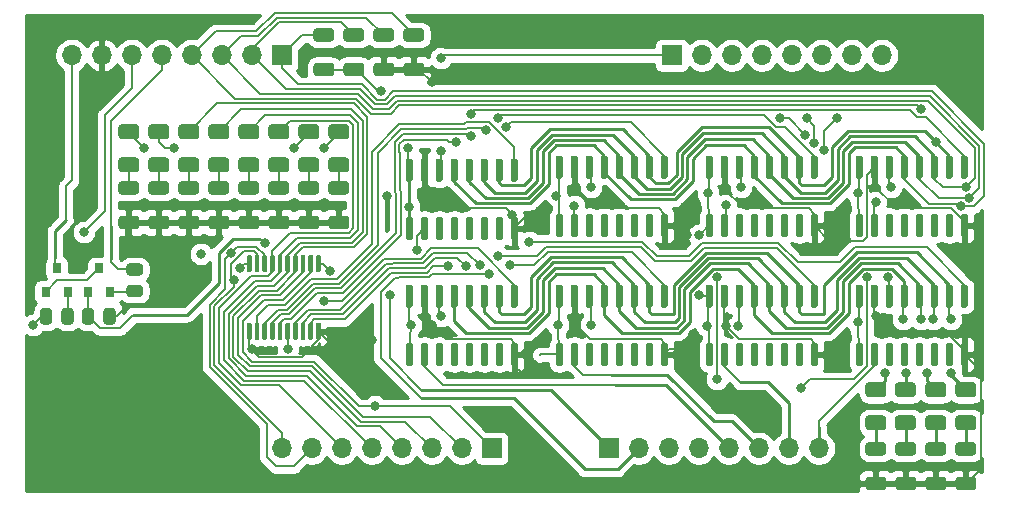
<source format=gbr>
%TF.GenerationSoftware,KiCad,Pcbnew,(5.1.10-1-10_14)*%
%TF.CreationDate,2021-10-20T01:40:30-04:00*%
%TF.ProjectId,ALU-RHS-bitwise,414c552d-5248-4532-9d62-697477697365,rev?*%
%TF.SameCoordinates,Original*%
%TF.FileFunction,Copper,L1,Top*%
%TF.FilePolarity,Positive*%
%FSLAX46Y46*%
G04 Gerber Fmt 4.6, Leading zero omitted, Abs format (unit mm)*
G04 Created by KiCad (PCBNEW (5.1.10-1-10_14)) date 2021-10-20 01:40:30*
%MOMM*%
%LPD*%
G01*
G04 APERTURE LIST*
%TA.AperFunction,ComponentPad*%
%ADD10R,1.700000X1.700000*%
%TD*%
%TA.AperFunction,ComponentPad*%
%ADD11O,1.700000X1.700000*%
%TD*%
%TA.AperFunction,SMDPad,CuDef*%
%ADD12R,0.800000X0.900000*%
%TD*%
%TA.AperFunction,ViaPad*%
%ADD13C,0.800000*%
%TD*%
%TA.AperFunction,Conductor*%
%ADD14C,0.200000*%
%TD*%
%TA.AperFunction,Conductor*%
%ADD15C,0.250000*%
%TD*%
%TA.AperFunction,Conductor*%
%ADD16C,0.500000*%
%TD*%
%TA.AperFunction,Conductor*%
%ADD17C,0.254000*%
%TD*%
%TA.AperFunction,Conductor*%
%ADD18C,0.100000*%
%TD*%
G04 APERTURE END LIST*
%TO.P,U38,2*%
%TO.N,BIT2*%
%TA.AperFunction,SMDPad,CuDef*%
G36*
G01*
X178171001Y-71998000D02*
X176920999Y-71998000D01*
G75*
G02*
X176671000Y-71748001I0J249999D01*
G01*
X176671000Y-71122999D01*
G75*
G02*
X176920999Y-70873000I249999J0D01*
G01*
X178171001Y-70873000D01*
G75*
G02*
X178421000Y-71122999I0J-249999D01*
G01*
X178421000Y-71748001D01*
G75*
G02*
X178171001Y-71998000I-249999J0D01*
G01*
G37*
%TD.AperFunction*%
%TO.P,U38,1*%
%TO.N,VCC*%
%TA.AperFunction,SMDPad,CuDef*%
G36*
G01*
X178171001Y-74923000D02*
X176920999Y-74923000D01*
G75*
G02*
X176671000Y-74673001I0J249999D01*
G01*
X176671000Y-74047999D01*
G75*
G02*
X176920999Y-73798000I249999J0D01*
G01*
X178171001Y-73798000D01*
G75*
G02*
X178421000Y-74047999I0J-249999D01*
G01*
X178421000Y-74673001D01*
G75*
G02*
X178171001Y-74923000I-249999J0D01*
G01*
G37*
%TD.AperFunction*%
%TD*%
%TO.P,U37,2*%
%TO.N,BIT3*%
%TA.AperFunction,SMDPad,CuDef*%
G36*
G01*
X175631001Y-71998000D02*
X174380999Y-71998000D01*
G75*
G02*
X174131000Y-71748001I0J249999D01*
G01*
X174131000Y-71122999D01*
G75*
G02*
X174380999Y-70873000I249999J0D01*
G01*
X175631001Y-70873000D01*
G75*
G02*
X175881000Y-71122999I0J-249999D01*
G01*
X175881000Y-71748001D01*
G75*
G02*
X175631001Y-71998000I-249999J0D01*
G01*
G37*
%TD.AperFunction*%
%TO.P,U37,1*%
%TO.N,VCC*%
%TA.AperFunction,SMDPad,CuDef*%
G36*
G01*
X175631001Y-74923000D02*
X174380999Y-74923000D01*
G75*
G02*
X174131000Y-74673001I0J249999D01*
G01*
X174131000Y-74047999D01*
G75*
G02*
X174380999Y-73798000I249999J0D01*
G01*
X175631001Y-73798000D01*
G75*
G02*
X175881000Y-74047999I0J-249999D01*
G01*
X175881000Y-74673001D01*
G75*
G02*
X175631001Y-74923000I-249999J0D01*
G01*
G37*
%TD.AperFunction*%
%TD*%
%TO.P,U36,2*%
%TO.N,GND*%
%TA.AperFunction,SMDPad,CuDef*%
G36*
G01*
X182000999Y-73798000D02*
X183251001Y-73798000D01*
G75*
G02*
X183501000Y-74047999I0J-249999D01*
G01*
X183501000Y-74673001D01*
G75*
G02*
X183251001Y-74923000I-249999J0D01*
G01*
X182000999Y-74923000D01*
G75*
G02*
X181751000Y-74673001I0J249999D01*
G01*
X181751000Y-74047999D01*
G75*
G02*
X182000999Y-73798000I249999J0D01*
G01*
G37*
%TD.AperFunction*%
%TO.P,U36,1*%
%TO.N,BIT0*%
%TA.AperFunction,SMDPad,CuDef*%
G36*
G01*
X182000999Y-70873000D02*
X183251001Y-70873000D01*
G75*
G02*
X183501000Y-71122999I0J-249999D01*
G01*
X183501000Y-71748001D01*
G75*
G02*
X183251001Y-71998000I-249999J0D01*
G01*
X182000999Y-71998000D01*
G75*
G02*
X181751000Y-71748001I0J249999D01*
G01*
X181751000Y-71122999D01*
G75*
G02*
X182000999Y-70873000I249999J0D01*
G01*
G37*
%TD.AperFunction*%
%TD*%
%TO.P,U35,2*%
%TO.N,GND*%
%TA.AperFunction,SMDPad,CuDef*%
G36*
G01*
X179460999Y-73798000D02*
X180711001Y-73798000D01*
G75*
G02*
X180961000Y-74047999I0J-249999D01*
G01*
X180961000Y-74673001D01*
G75*
G02*
X180711001Y-74923000I-249999J0D01*
G01*
X179460999Y-74923000D01*
G75*
G02*
X179211000Y-74673001I0J249999D01*
G01*
X179211000Y-74047999D01*
G75*
G02*
X179460999Y-73798000I249999J0D01*
G01*
G37*
%TD.AperFunction*%
%TO.P,U35,1*%
%TO.N,BIT1*%
%TA.AperFunction,SMDPad,CuDef*%
G36*
G01*
X179460999Y-70873000D02*
X180711001Y-70873000D01*
G75*
G02*
X180961000Y-71122999I0J-249999D01*
G01*
X180961000Y-71748001D01*
G75*
G02*
X180711001Y-71998000I-249999J0D01*
G01*
X179460999Y-71998000D01*
G75*
G02*
X179211000Y-71748001I0J249999D01*
G01*
X179211000Y-71122999D01*
G75*
G02*
X179460999Y-70873000I249999J0D01*
G01*
G37*
%TD.AperFunction*%
%TD*%
%TO.P,R11,2*%
%TO.N,Net-(Q2-Pad2)*%
%TA.AperFunction,SMDPad,CuDef*%
G36*
G01*
X152800000Y-95700001D02*
X152800000Y-94799999D01*
G75*
G02*
X153049999Y-94550000I249999J0D01*
G01*
X153575001Y-94550000D01*
G75*
G02*
X153825000Y-94799999I0J-249999D01*
G01*
X153825000Y-95700001D01*
G75*
G02*
X153575001Y-95950000I-249999J0D01*
G01*
X153049999Y-95950000D01*
G75*
G02*
X152800000Y-95700001I0J249999D01*
G01*
G37*
%TD.AperFunction*%
%TO.P,R11,1*%
%TO.N,CLOCK*%
%TA.AperFunction,SMDPad,CuDef*%
G36*
G01*
X150975000Y-95700001D02*
X150975000Y-94799999D01*
G75*
G02*
X151224999Y-94550000I249999J0D01*
G01*
X151750001Y-94550000D01*
G75*
G02*
X152000000Y-94799999I0J-249999D01*
G01*
X152000000Y-95700001D01*
G75*
G02*
X151750001Y-95950000I-249999J0D01*
G01*
X151224999Y-95950000D01*
G75*
G02*
X150975000Y-95700001I0J249999D01*
G01*
G37*
%TD.AperFunction*%
%TD*%
%TO.P,R10,2*%
%TO.N,Net-(Q1-Pad2)*%
%TA.AperFunction,SMDPad,CuDef*%
G36*
G01*
X158553999Y-92602000D02*
X159454001Y-92602000D01*
G75*
G02*
X159704000Y-92851999I0J-249999D01*
G01*
X159704000Y-93377001D01*
G75*
G02*
X159454001Y-93627000I-249999J0D01*
G01*
X158553999Y-93627000D01*
G75*
G02*
X158304000Y-93377001I0J249999D01*
G01*
X158304000Y-92851999D01*
G75*
G02*
X158553999Y-92602000I249999J0D01*
G01*
G37*
%TD.AperFunction*%
%TO.P,R10,1*%
%TO.N,RHS_LOAD*%
%TA.AperFunction,SMDPad,CuDef*%
G36*
G01*
X158553999Y-90777000D02*
X159454001Y-90777000D01*
G75*
G02*
X159704000Y-91026999I0J-249999D01*
G01*
X159704000Y-91552001D01*
G75*
G02*
X159454001Y-91802000I-249999J0D01*
G01*
X158553999Y-91802000D01*
G75*
G02*
X158304000Y-91552001I0J249999D01*
G01*
X158304000Y-91026999D01*
G75*
G02*
X158553999Y-90777000I249999J0D01*
G01*
G37*
%TD.AperFunction*%
%TD*%
%TO.P,R9,2*%
%TO.N,GND*%
%TA.AperFunction,SMDPad,CuDef*%
G36*
G01*
X156356000Y-95700001D02*
X156356000Y-94799999D01*
G75*
G02*
X156605999Y-94550000I249999J0D01*
G01*
X157131001Y-94550000D01*
G75*
G02*
X157381000Y-94799999I0J-249999D01*
G01*
X157381000Y-95700001D01*
G75*
G02*
X157131001Y-95950000I-249999J0D01*
G01*
X156605999Y-95950000D01*
G75*
G02*
X156356000Y-95700001I0J249999D01*
G01*
G37*
%TD.AperFunction*%
%TO.P,R9,1*%
%TO.N,/RHS Bitwise/LOAD*%
%TA.AperFunction,SMDPad,CuDef*%
G36*
G01*
X154531000Y-95700001D02*
X154531000Y-94799999D01*
G75*
G02*
X154780999Y-94550000I249999J0D01*
G01*
X155306001Y-94550000D01*
G75*
G02*
X155556000Y-94799999I0J-249999D01*
G01*
X155556000Y-95700001D01*
G75*
G02*
X155306001Y-95950000I-249999J0D01*
G01*
X154780999Y-95950000D01*
G75*
G02*
X154531000Y-95700001I0J249999D01*
G01*
G37*
%TD.AperFunction*%
%TD*%
%TO.P,U34,2*%
%TO.N,Net-(U33-Pad1)*%
%TA.AperFunction,SMDPad,CuDef*%
G36*
G01*
X222367002Y-107050000D02*
X221116998Y-107050000D01*
G75*
G02*
X220867000Y-106800002I0J249998D01*
G01*
X220867000Y-106174998D01*
G75*
G02*
X221116998Y-105925000I249998J0D01*
G01*
X222367002Y-105925000D01*
G75*
G02*
X222617000Y-106174998I0J-249998D01*
G01*
X222617000Y-106800002D01*
G75*
G02*
X222367002Y-107050000I-249998J0D01*
G01*
G37*
%TD.AperFunction*%
%TO.P,U34,1*%
%TO.N,GND*%
%TA.AperFunction,SMDPad,CuDef*%
G36*
G01*
X222367002Y-109975000D02*
X221116998Y-109975000D01*
G75*
G02*
X220867000Y-109725002I0J249998D01*
G01*
X220867000Y-109099998D01*
G75*
G02*
X221116998Y-108850000I249998J0D01*
G01*
X222367002Y-108850000D01*
G75*
G02*
X222617000Y-109099998I0J-249998D01*
G01*
X222617000Y-109725002D01*
G75*
G02*
X222367002Y-109975000I-249998J0D01*
G01*
G37*
%TD.AperFunction*%
%TD*%
%TO.P,U33,2*%
%TO.N,BIT3*%
%TA.AperFunction,SMDPad,CuDef*%
G36*
G01*
X222367000Y-102095000D02*
X221117000Y-102095000D01*
G75*
G02*
X220867000Y-101845000I0J250000D01*
G01*
X220867000Y-101095000D01*
G75*
G02*
X221117000Y-100845000I250000J0D01*
G01*
X222367000Y-100845000D01*
G75*
G02*
X222617000Y-101095000I0J-250000D01*
G01*
X222617000Y-101845000D01*
G75*
G02*
X222367000Y-102095000I-250000J0D01*
G01*
G37*
%TD.AperFunction*%
%TO.P,U33,1*%
%TO.N,Net-(U33-Pad1)*%
%TA.AperFunction,SMDPad,CuDef*%
G36*
G01*
X222367000Y-104895000D02*
X221117000Y-104895000D01*
G75*
G02*
X220867000Y-104645000I0J250000D01*
G01*
X220867000Y-103895000D01*
G75*
G02*
X221117000Y-103645000I250000J0D01*
G01*
X222367000Y-103645000D01*
G75*
G02*
X222617000Y-103895000I0J-250000D01*
G01*
X222617000Y-104645000D01*
G75*
G02*
X222367000Y-104895000I-250000J0D01*
G01*
G37*
%TD.AperFunction*%
%TD*%
%TO.P,U32,2*%
%TO.N,GND*%
%TA.AperFunction,SMDPad,CuDef*%
G36*
G01*
X223656998Y-108850000D02*
X224907002Y-108850000D01*
G75*
G02*
X225157000Y-109099998I0J-249998D01*
G01*
X225157000Y-109725002D01*
G75*
G02*
X224907002Y-109975000I-249998J0D01*
G01*
X223656998Y-109975000D01*
G75*
G02*
X223407000Y-109725002I0J249998D01*
G01*
X223407000Y-109099998D01*
G75*
G02*
X223656998Y-108850000I249998J0D01*
G01*
G37*
%TD.AperFunction*%
%TO.P,U32,1*%
%TO.N,Net-(U31-Pad1)*%
%TA.AperFunction,SMDPad,CuDef*%
G36*
G01*
X223656998Y-105925000D02*
X224907002Y-105925000D01*
G75*
G02*
X225157000Y-106174998I0J-249998D01*
G01*
X225157000Y-106800002D01*
G75*
G02*
X224907002Y-107050000I-249998J0D01*
G01*
X223656998Y-107050000D01*
G75*
G02*
X223407000Y-106800002I0J249998D01*
G01*
X223407000Y-106174998D01*
G75*
G02*
X223656998Y-105925000I249998J0D01*
G01*
G37*
%TD.AperFunction*%
%TD*%
%TO.P,U31,2*%
%TO.N,BIT2*%
%TA.AperFunction,SMDPad,CuDef*%
G36*
G01*
X224881500Y-102095000D02*
X223631500Y-102095000D01*
G75*
G02*
X223381500Y-101845000I0J250000D01*
G01*
X223381500Y-101095000D01*
G75*
G02*
X223631500Y-100845000I250000J0D01*
G01*
X224881500Y-100845000D01*
G75*
G02*
X225131500Y-101095000I0J-250000D01*
G01*
X225131500Y-101845000D01*
G75*
G02*
X224881500Y-102095000I-250000J0D01*
G01*
G37*
%TD.AperFunction*%
%TO.P,U31,1*%
%TO.N,Net-(U31-Pad1)*%
%TA.AperFunction,SMDPad,CuDef*%
G36*
G01*
X224881500Y-104895000D02*
X223631500Y-104895000D01*
G75*
G02*
X223381500Y-104645000I0J250000D01*
G01*
X223381500Y-103895000D01*
G75*
G02*
X223631500Y-103645000I250000J0D01*
G01*
X224881500Y-103645000D01*
G75*
G02*
X225131500Y-103895000I0J-250000D01*
G01*
X225131500Y-104645000D01*
G75*
G02*
X224881500Y-104895000I-250000J0D01*
G01*
G37*
%TD.AperFunction*%
%TD*%
%TO.P,U30,2*%
%TO.N,GND*%
%TA.AperFunction,SMDPad,CuDef*%
G36*
G01*
X226196998Y-108850000D02*
X227447002Y-108850000D01*
G75*
G02*
X227697000Y-109099998I0J-249998D01*
G01*
X227697000Y-109725002D01*
G75*
G02*
X227447002Y-109975000I-249998J0D01*
G01*
X226196998Y-109975000D01*
G75*
G02*
X225947000Y-109725002I0J249998D01*
G01*
X225947000Y-109099998D01*
G75*
G02*
X226196998Y-108850000I249998J0D01*
G01*
G37*
%TD.AperFunction*%
%TO.P,U30,1*%
%TO.N,Net-(U29-Pad1)*%
%TA.AperFunction,SMDPad,CuDef*%
G36*
G01*
X226196998Y-105925000D02*
X227447002Y-105925000D01*
G75*
G02*
X227697000Y-106174998I0J-249998D01*
G01*
X227697000Y-106800002D01*
G75*
G02*
X227447002Y-107050000I-249998J0D01*
G01*
X226196998Y-107050000D01*
G75*
G02*
X225947000Y-106800002I0J249998D01*
G01*
X225947000Y-106174998D01*
G75*
G02*
X226196998Y-105925000I249998J0D01*
G01*
G37*
%TD.AperFunction*%
%TD*%
%TO.P,U29,2*%
%TO.N,BIT1*%
%TA.AperFunction,SMDPad,CuDef*%
G36*
G01*
X227447000Y-102095000D02*
X226197000Y-102095000D01*
G75*
G02*
X225947000Y-101845000I0J250000D01*
G01*
X225947000Y-101095000D01*
G75*
G02*
X226197000Y-100845000I250000J0D01*
G01*
X227447000Y-100845000D01*
G75*
G02*
X227697000Y-101095000I0J-250000D01*
G01*
X227697000Y-101845000D01*
G75*
G02*
X227447000Y-102095000I-250000J0D01*
G01*
G37*
%TD.AperFunction*%
%TO.P,U29,1*%
%TO.N,Net-(U29-Pad1)*%
%TA.AperFunction,SMDPad,CuDef*%
G36*
G01*
X227447000Y-104895000D02*
X226197000Y-104895000D01*
G75*
G02*
X225947000Y-104645000I0J250000D01*
G01*
X225947000Y-103895000D01*
G75*
G02*
X226197000Y-103645000I250000J0D01*
G01*
X227447000Y-103645000D01*
G75*
G02*
X227697000Y-103895000I0J-250000D01*
G01*
X227697000Y-104645000D01*
G75*
G02*
X227447000Y-104895000I-250000J0D01*
G01*
G37*
%TD.AperFunction*%
%TD*%
%TO.P,U28,2*%
%TO.N,GND*%
%TA.AperFunction,SMDPad,CuDef*%
G36*
G01*
X228736998Y-108850000D02*
X229987002Y-108850000D01*
G75*
G02*
X230237000Y-109099998I0J-249998D01*
G01*
X230237000Y-109725002D01*
G75*
G02*
X229987002Y-109975000I-249998J0D01*
G01*
X228736998Y-109975000D01*
G75*
G02*
X228487000Y-109725002I0J249998D01*
G01*
X228487000Y-109099998D01*
G75*
G02*
X228736998Y-108850000I249998J0D01*
G01*
G37*
%TD.AperFunction*%
%TO.P,U28,1*%
%TO.N,Net-(U27-Pad1)*%
%TA.AperFunction,SMDPad,CuDef*%
G36*
G01*
X228736998Y-105925000D02*
X229987002Y-105925000D01*
G75*
G02*
X230237000Y-106174998I0J-249998D01*
G01*
X230237000Y-106800002D01*
G75*
G02*
X229987002Y-107050000I-249998J0D01*
G01*
X228736998Y-107050000D01*
G75*
G02*
X228487000Y-106800002I0J249998D01*
G01*
X228487000Y-106174998D01*
G75*
G02*
X228736998Y-105925000I249998J0D01*
G01*
G37*
%TD.AperFunction*%
%TD*%
%TO.P,U27,2*%
%TO.N,BIT0*%
%TA.AperFunction,SMDPad,CuDef*%
G36*
G01*
X229987000Y-102095000D02*
X228737000Y-102095000D01*
G75*
G02*
X228487000Y-101845000I0J250000D01*
G01*
X228487000Y-101095000D01*
G75*
G02*
X228737000Y-100845000I250000J0D01*
G01*
X229987000Y-100845000D01*
G75*
G02*
X230237000Y-101095000I0J-250000D01*
G01*
X230237000Y-101845000D01*
G75*
G02*
X229987000Y-102095000I-250000J0D01*
G01*
G37*
%TD.AperFunction*%
%TO.P,U27,1*%
%TO.N,Net-(U27-Pad1)*%
%TA.AperFunction,SMDPad,CuDef*%
G36*
G01*
X229987000Y-104895000D02*
X228737000Y-104895000D01*
G75*
G02*
X228487000Y-104645000I0J250000D01*
G01*
X228487000Y-103895000D01*
G75*
G02*
X228737000Y-103645000I250000J0D01*
G01*
X229987000Y-103645000D01*
G75*
G02*
X230237000Y-103895000I0J-250000D01*
G01*
X230237000Y-104645000D01*
G75*
G02*
X229987000Y-104895000I-250000J0D01*
G01*
G37*
%TD.AperFunction*%
%TD*%
%TO.P,U16,2*%
%TO.N,RHS0*%
%TA.AperFunction,SMDPad,CuDef*%
G36*
G01*
X176901000Y-80251000D02*
X175651000Y-80251000D01*
G75*
G02*
X175401000Y-80001000I0J250000D01*
G01*
X175401000Y-79251000D01*
G75*
G02*
X175651000Y-79001000I250000J0D01*
G01*
X176901000Y-79001000D01*
G75*
G02*
X177151000Y-79251000I0J-250000D01*
G01*
X177151000Y-80001000D01*
G75*
G02*
X176901000Y-80251000I-250000J0D01*
G01*
G37*
%TD.AperFunction*%
%TO.P,U16,1*%
%TO.N,Net-(R8-Pad1)*%
%TA.AperFunction,SMDPad,CuDef*%
G36*
G01*
X176901000Y-83051000D02*
X175651000Y-83051000D01*
G75*
G02*
X175401000Y-82801000I0J250000D01*
G01*
X175401000Y-82051000D01*
G75*
G02*
X175651000Y-81801000I250000J0D01*
G01*
X176901000Y-81801000D01*
G75*
G02*
X177151000Y-82051000I0J-250000D01*
G01*
X177151000Y-82801000D01*
G75*
G02*
X176901000Y-83051000I-250000J0D01*
G01*
G37*
%TD.AperFunction*%
%TD*%
%TO.P,U14,2*%
%TO.N,RHS1*%
%TA.AperFunction,SMDPad,CuDef*%
G36*
G01*
X174361000Y-80251000D02*
X173111000Y-80251000D01*
G75*
G02*
X172861000Y-80001000I0J250000D01*
G01*
X172861000Y-79251000D01*
G75*
G02*
X173111000Y-79001000I250000J0D01*
G01*
X174361000Y-79001000D01*
G75*
G02*
X174611000Y-79251000I0J-250000D01*
G01*
X174611000Y-80001000D01*
G75*
G02*
X174361000Y-80251000I-250000J0D01*
G01*
G37*
%TD.AperFunction*%
%TO.P,U14,1*%
%TO.N,Net-(R7-Pad1)*%
%TA.AperFunction,SMDPad,CuDef*%
G36*
G01*
X174361000Y-83051000D02*
X173111000Y-83051000D01*
G75*
G02*
X172861000Y-82801000I0J250000D01*
G01*
X172861000Y-82051000D01*
G75*
G02*
X173111000Y-81801000I250000J0D01*
G01*
X174361000Y-81801000D01*
G75*
G02*
X174611000Y-82051000I0J-250000D01*
G01*
X174611000Y-82801000D01*
G75*
G02*
X174361000Y-83051000I-250000J0D01*
G01*
G37*
%TD.AperFunction*%
%TD*%
%TO.P,U12,2*%
%TO.N,RHS2*%
%TA.AperFunction,SMDPad,CuDef*%
G36*
G01*
X171821000Y-80251000D02*
X170571000Y-80251000D01*
G75*
G02*
X170321000Y-80001000I0J250000D01*
G01*
X170321000Y-79251000D01*
G75*
G02*
X170571000Y-79001000I250000J0D01*
G01*
X171821000Y-79001000D01*
G75*
G02*
X172071000Y-79251000I0J-250000D01*
G01*
X172071000Y-80001000D01*
G75*
G02*
X171821000Y-80251000I-250000J0D01*
G01*
G37*
%TD.AperFunction*%
%TO.P,U12,1*%
%TO.N,Net-(R6-Pad1)*%
%TA.AperFunction,SMDPad,CuDef*%
G36*
G01*
X171821000Y-83051000D02*
X170571000Y-83051000D01*
G75*
G02*
X170321000Y-82801000I0J250000D01*
G01*
X170321000Y-82051000D01*
G75*
G02*
X170571000Y-81801000I250000J0D01*
G01*
X171821000Y-81801000D01*
G75*
G02*
X172071000Y-82051000I0J-250000D01*
G01*
X172071000Y-82801000D01*
G75*
G02*
X171821000Y-83051000I-250000J0D01*
G01*
G37*
%TD.AperFunction*%
%TD*%
%TO.P,U10,2*%
%TO.N,RHS3*%
%TA.AperFunction,SMDPad,CuDef*%
G36*
G01*
X169281000Y-80251000D02*
X168031000Y-80251000D01*
G75*
G02*
X167781000Y-80001000I0J250000D01*
G01*
X167781000Y-79251000D01*
G75*
G02*
X168031000Y-79001000I250000J0D01*
G01*
X169281000Y-79001000D01*
G75*
G02*
X169531000Y-79251000I0J-250000D01*
G01*
X169531000Y-80001000D01*
G75*
G02*
X169281000Y-80251000I-250000J0D01*
G01*
G37*
%TD.AperFunction*%
%TO.P,U10,1*%
%TO.N,Net-(R5-Pad1)*%
%TA.AperFunction,SMDPad,CuDef*%
G36*
G01*
X169281000Y-83051000D02*
X168031000Y-83051000D01*
G75*
G02*
X167781000Y-82801000I0J250000D01*
G01*
X167781000Y-82051000D01*
G75*
G02*
X168031000Y-81801000I250000J0D01*
G01*
X169281000Y-81801000D01*
G75*
G02*
X169531000Y-82051000I0J-250000D01*
G01*
X169531000Y-82801000D01*
G75*
G02*
X169281000Y-83051000I-250000J0D01*
G01*
G37*
%TD.AperFunction*%
%TD*%
%TO.P,U8,2*%
%TO.N,RHS4*%
%TA.AperFunction,SMDPad,CuDef*%
G36*
G01*
X166741000Y-80251000D02*
X165491000Y-80251000D01*
G75*
G02*
X165241000Y-80001000I0J250000D01*
G01*
X165241000Y-79251000D01*
G75*
G02*
X165491000Y-79001000I250000J0D01*
G01*
X166741000Y-79001000D01*
G75*
G02*
X166991000Y-79251000I0J-250000D01*
G01*
X166991000Y-80001000D01*
G75*
G02*
X166741000Y-80251000I-250000J0D01*
G01*
G37*
%TD.AperFunction*%
%TO.P,U8,1*%
%TO.N,Net-(R4-Pad1)*%
%TA.AperFunction,SMDPad,CuDef*%
G36*
G01*
X166741000Y-83051000D02*
X165491000Y-83051000D01*
G75*
G02*
X165241000Y-82801000I0J250000D01*
G01*
X165241000Y-82051000D01*
G75*
G02*
X165491000Y-81801000I250000J0D01*
G01*
X166741000Y-81801000D01*
G75*
G02*
X166991000Y-82051000I0J-250000D01*
G01*
X166991000Y-82801000D01*
G75*
G02*
X166741000Y-83051000I-250000J0D01*
G01*
G37*
%TD.AperFunction*%
%TD*%
%TO.P,U6,2*%
%TO.N,RHS5*%
%TA.AperFunction,SMDPad,CuDef*%
G36*
G01*
X164201000Y-80251000D02*
X162951000Y-80251000D01*
G75*
G02*
X162701000Y-80001000I0J250000D01*
G01*
X162701000Y-79251000D01*
G75*
G02*
X162951000Y-79001000I250000J0D01*
G01*
X164201000Y-79001000D01*
G75*
G02*
X164451000Y-79251000I0J-250000D01*
G01*
X164451000Y-80001000D01*
G75*
G02*
X164201000Y-80251000I-250000J0D01*
G01*
G37*
%TD.AperFunction*%
%TO.P,U6,1*%
%TO.N,Net-(R3-Pad1)*%
%TA.AperFunction,SMDPad,CuDef*%
G36*
G01*
X164201000Y-83051000D02*
X162951000Y-83051000D01*
G75*
G02*
X162701000Y-82801000I0J250000D01*
G01*
X162701000Y-82051000D01*
G75*
G02*
X162951000Y-81801000I250000J0D01*
G01*
X164201000Y-81801000D01*
G75*
G02*
X164451000Y-82051000I0J-250000D01*
G01*
X164451000Y-82801000D01*
G75*
G02*
X164201000Y-83051000I-250000J0D01*
G01*
G37*
%TD.AperFunction*%
%TD*%
%TO.P,U4,2*%
%TO.N,RHS6*%
%TA.AperFunction,SMDPad,CuDef*%
G36*
G01*
X161661000Y-80251000D02*
X160411000Y-80251000D01*
G75*
G02*
X160161000Y-80001000I0J250000D01*
G01*
X160161000Y-79251000D01*
G75*
G02*
X160411000Y-79001000I250000J0D01*
G01*
X161661000Y-79001000D01*
G75*
G02*
X161911000Y-79251000I0J-250000D01*
G01*
X161911000Y-80001000D01*
G75*
G02*
X161661000Y-80251000I-250000J0D01*
G01*
G37*
%TD.AperFunction*%
%TO.P,U4,1*%
%TO.N,Net-(R2-Pad1)*%
%TA.AperFunction,SMDPad,CuDef*%
G36*
G01*
X161661000Y-83051000D02*
X160411000Y-83051000D01*
G75*
G02*
X160161000Y-82801000I0J250000D01*
G01*
X160161000Y-82051000D01*
G75*
G02*
X160411000Y-81801000I250000J0D01*
G01*
X161661000Y-81801000D01*
G75*
G02*
X161911000Y-82051000I0J-250000D01*
G01*
X161911000Y-82801000D01*
G75*
G02*
X161661000Y-83051000I-250000J0D01*
G01*
G37*
%TD.AperFunction*%
%TD*%
%TO.P,U2,2*%
%TO.N,RHS7*%
%TA.AperFunction,SMDPad,CuDef*%
G36*
G01*
X159121000Y-80251000D02*
X157871000Y-80251000D01*
G75*
G02*
X157621000Y-80001000I0J250000D01*
G01*
X157621000Y-79251000D01*
G75*
G02*
X157871000Y-79001000I250000J0D01*
G01*
X159121000Y-79001000D01*
G75*
G02*
X159371000Y-79251000I0J-250000D01*
G01*
X159371000Y-80001000D01*
G75*
G02*
X159121000Y-80251000I-250000J0D01*
G01*
G37*
%TD.AperFunction*%
%TO.P,U2,1*%
%TO.N,Net-(R1-Pad1)*%
%TA.AperFunction,SMDPad,CuDef*%
G36*
G01*
X159121000Y-83051000D02*
X157871000Y-83051000D01*
G75*
G02*
X157621000Y-82801000I0J250000D01*
G01*
X157621000Y-82051000D01*
G75*
G02*
X157871000Y-81801000I250000J0D01*
G01*
X159121000Y-81801000D01*
G75*
G02*
X159371000Y-82051000I0J-250000D01*
G01*
X159371000Y-82801000D01*
G75*
G02*
X159121000Y-83051000I-250000J0D01*
G01*
G37*
%TD.AperFunction*%
%TD*%
%TO.P,R8,2*%
%TO.N,GND*%
%TA.AperFunction,SMDPad,CuDef*%
G36*
G01*
X175650998Y-86752000D02*
X176901002Y-86752000D01*
G75*
G02*
X177151000Y-87001998I0J-249998D01*
G01*
X177151000Y-87627002D01*
G75*
G02*
X176901002Y-87877000I-249998J0D01*
G01*
X175650998Y-87877000D01*
G75*
G02*
X175401000Y-87627002I0J249998D01*
G01*
X175401000Y-87001998D01*
G75*
G02*
X175650998Y-86752000I249998J0D01*
G01*
G37*
%TD.AperFunction*%
%TO.P,R8,1*%
%TO.N,Net-(R8-Pad1)*%
%TA.AperFunction,SMDPad,CuDef*%
G36*
G01*
X175650998Y-83827000D02*
X176901002Y-83827000D01*
G75*
G02*
X177151000Y-84076998I0J-249998D01*
G01*
X177151000Y-84702002D01*
G75*
G02*
X176901002Y-84952000I-249998J0D01*
G01*
X175650998Y-84952000D01*
G75*
G02*
X175401000Y-84702002I0J249998D01*
G01*
X175401000Y-84076998D01*
G75*
G02*
X175650998Y-83827000I249998J0D01*
G01*
G37*
%TD.AperFunction*%
%TD*%
%TO.P,R7,2*%
%TO.N,GND*%
%TA.AperFunction,SMDPad,CuDef*%
G36*
G01*
X173110998Y-86752000D02*
X174361002Y-86752000D01*
G75*
G02*
X174611000Y-87001998I0J-249998D01*
G01*
X174611000Y-87627002D01*
G75*
G02*
X174361002Y-87877000I-249998J0D01*
G01*
X173110998Y-87877000D01*
G75*
G02*
X172861000Y-87627002I0J249998D01*
G01*
X172861000Y-87001998D01*
G75*
G02*
X173110998Y-86752000I249998J0D01*
G01*
G37*
%TD.AperFunction*%
%TO.P,R7,1*%
%TO.N,Net-(R7-Pad1)*%
%TA.AperFunction,SMDPad,CuDef*%
G36*
G01*
X173110998Y-83827000D02*
X174361002Y-83827000D01*
G75*
G02*
X174611000Y-84076998I0J-249998D01*
G01*
X174611000Y-84702002D01*
G75*
G02*
X174361002Y-84952000I-249998J0D01*
G01*
X173110998Y-84952000D01*
G75*
G02*
X172861000Y-84702002I0J249998D01*
G01*
X172861000Y-84076998D01*
G75*
G02*
X173110998Y-83827000I249998J0D01*
G01*
G37*
%TD.AperFunction*%
%TD*%
%TO.P,R6,2*%
%TO.N,GND*%
%TA.AperFunction,SMDPad,CuDef*%
G36*
G01*
X170570998Y-86752000D02*
X171821002Y-86752000D01*
G75*
G02*
X172071000Y-87001998I0J-249998D01*
G01*
X172071000Y-87627002D01*
G75*
G02*
X171821002Y-87877000I-249998J0D01*
G01*
X170570998Y-87877000D01*
G75*
G02*
X170321000Y-87627002I0J249998D01*
G01*
X170321000Y-87001998D01*
G75*
G02*
X170570998Y-86752000I249998J0D01*
G01*
G37*
%TD.AperFunction*%
%TO.P,R6,1*%
%TO.N,Net-(R6-Pad1)*%
%TA.AperFunction,SMDPad,CuDef*%
G36*
G01*
X170570998Y-83827000D02*
X171821002Y-83827000D01*
G75*
G02*
X172071000Y-84076998I0J-249998D01*
G01*
X172071000Y-84702002D01*
G75*
G02*
X171821002Y-84952000I-249998J0D01*
G01*
X170570998Y-84952000D01*
G75*
G02*
X170321000Y-84702002I0J249998D01*
G01*
X170321000Y-84076998D01*
G75*
G02*
X170570998Y-83827000I249998J0D01*
G01*
G37*
%TD.AperFunction*%
%TD*%
%TO.P,R5,2*%
%TO.N,GND*%
%TA.AperFunction,SMDPad,CuDef*%
G36*
G01*
X168030998Y-86752000D02*
X169281002Y-86752000D01*
G75*
G02*
X169531000Y-87001998I0J-249998D01*
G01*
X169531000Y-87627002D01*
G75*
G02*
X169281002Y-87877000I-249998J0D01*
G01*
X168030998Y-87877000D01*
G75*
G02*
X167781000Y-87627002I0J249998D01*
G01*
X167781000Y-87001998D01*
G75*
G02*
X168030998Y-86752000I249998J0D01*
G01*
G37*
%TD.AperFunction*%
%TO.P,R5,1*%
%TO.N,Net-(R5-Pad1)*%
%TA.AperFunction,SMDPad,CuDef*%
G36*
G01*
X168030998Y-83827000D02*
X169281002Y-83827000D01*
G75*
G02*
X169531000Y-84076998I0J-249998D01*
G01*
X169531000Y-84702002D01*
G75*
G02*
X169281002Y-84952000I-249998J0D01*
G01*
X168030998Y-84952000D01*
G75*
G02*
X167781000Y-84702002I0J249998D01*
G01*
X167781000Y-84076998D01*
G75*
G02*
X168030998Y-83827000I249998J0D01*
G01*
G37*
%TD.AperFunction*%
%TD*%
%TO.P,R4,2*%
%TO.N,GND*%
%TA.AperFunction,SMDPad,CuDef*%
G36*
G01*
X165490998Y-86752000D02*
X166741002Y-86752000D01*
G75*
G02*
X166991000Y-87001998I0J-249998D01*
G01*
X166991000Y-87627002D01*
G75*
G02*
X166741002Y-87877000I-249998J0D01*
G01*
X165490998Y-87877000D01*
G75*
G02*
X165241000Y-87627002I0J249998D01*
G01*
X165241000Y-87001998D01*
G75*
G02*
X165490998Y-86752000I249998J0D01*
G01*
G37*
%TD.AperFunction*%
%TO.P,R4,1*%
%TO.N,Net-(R4-Pad1)*%
%TA.AperFunction,SMDPad,CuDef*%
G36*
G01*
X165490998Y-83827000D02*
X166741002Y-83827000D01*
G75*
G02*
X166991000Y-84076998I0J-249998D01*
G01*
X166991000Y-84702002D01*
G75*
G02*
X166741002Y-84952000I-249998J0D01*
G01*
X165490998Y-84952000D01*
G75*
G02*
X165241000Y-84702002I0J249998D01*
G01*
X165241000Y-84076998D01*
G75*
G02*
X165490998Y-83827000I249998J0D01*
G01*
G37*
%TD.AperFunction*%
%TD*%
%TO.P,R3,2*%
%TO.N,GND*%
%TA.AperFunction,SMDPad,CuDef*%
G36*
G01*
X162950998Y-86752000D02*
X164201002Y-86752000D01*
G75*
G02*
X164451000Y-87001998I0J-249998D01*
G01*
X164451000Y-87627002D01*
G75*
G02*
X164201002Y-87877000I-249998J0D01*
G01*
X162950998Y-87877000D01*
G75*
G02*
X162701000Y-87627002I0J249998D01*
G01*
X162701000Y-87001998D01*
G75*
G02*
X162950998Y-86752000I249998J0D01*
G01*
G37*
%TD.AperFunction*%
%TO.P,R3,1*%
%TO.N,Net-(R3-Pad1)*%
%TA.AperFunction,SMDPad,CuDef*%
G36*
G01*
X162950998Y-83827000D02*
X164201002Y-83827000D01*
G75*
G02*
X164451000Y-84076998I0J-249998D01*
G01*
X164451000Y-84702002D01*
G75*
G02*
X164201002Y-84952000I-249998J0D01*
G01*
X162950998Y-84952000D01*
G75*
G02*
X162701000Y-84702002I0J249998D01*
G01*
X162701000Y-84076998D01*
G75*
G02*
X162950998Y-83827000I249998J0D01*
G01*
G37*
%TD.AperFunction*%
%TD*%
%TO.P,R2,2*%
%TO.N,GND*%
%TA.AperFunction,SMDPad,CuDef*%
G36*
G01*
X160410998Y-86752000D02*
X161661002Y-86752000D01*
G75*
G02*
X161911000Y-87001998I0J-249998D01*
G01*
X161911000Y-87627002D01*
G75*
G02*
X161661002Y-87877000I-249998J0D01*
G01*
X160410998Y-87877000D01*
G75*
G02*
X160161000Y-87627002I0J249998D01*
G01*
X160161000Y-87001998D01*
G75*
G02*
X160410998Y-86752000I249998J0D01*
G01*
G37*
%TD.AperFunction*%
%TO.P,R2,1*%
%TO.N,Net-(R2-Pad1)*%
%TA.AperFunction,SMDPad,CuDef*%
G36*
G01*
X160410998Y-83827000D02*
X161661002Y-83827000D01*
G75*
G02*
X161911000Y-84076998I0J-249998D01*
G01*
X161911000Y-84702002D01*
G75*
G02*
X161661002Y-84952000I-249998J0D01*
G01*
X160410998Y-84952000D01*
G75*
G02*
X160161000Y-84702002I0J249998D01*
G01*
X160161000Y-84076998D01*
G75*
G02*
X160410998Y-83827000I249998J0D01*
G01*
G37*
%TD.AperFunction*%
%TD*%
%TO.P,R1,2*%
%TO.N,GND*%
%TA.AperFunction,SMDPad,CuDef*%
G36*
G01*
X157870998Y-86752000D02*
X159121002Y-86752000D01*
G75*
G02*
X159371000Y-87001998I0J-249998D01*
G01*
X159371000Y-87627002D01*
G75*
G02*
X159121002Y-87877000I-249998J0D01*
G01*
X157870998Y-87877000D01*
G75*
G02*
X157621000Y-87627002I0J249998D01*
G01*
X157621000Y-87001998D01*
G75*
G02*
X157870998Y-86752000I249998J0D01*
G01*
G37*
%TD.AperFunction*%
%TO.P,R1,1*%
%TO.N,Net-(R1-Pad1)*%
%TA.AperFunction,SMDPad,CuDef*%
G36*
G01*
X157870998Y-83827000D02*
X159121002Y-83827000D01*
G75*
G02*
X159371000Y-84076998I0J-249998D01*
G01*
X159371000Y-84702002D01*
G75*
G02*
X159121002Y-84952000I-249998J0D01*
G01*
X157870998Y-84952000D01*
G75*
G02*
X157621000Y-84702002I0J249998D01*
G01*
X157621000Y-84076998D01*
G75*
G02*
X157870998Y-83827000I249998J0D01*
G01*
G37*
%TD.AperFunction*%
%TD*%
%TO.P,U46,20*%
%TO.N,VCC*%
%TA.AperFunction,SMDPad,CuDef*%
G36*
G01*
X168808000Y-91532500D02*
X168608000Y-91532500D01*
G75*
G02*
X168508000Y-91432500I0J100000D01*
G01*
X168508000Y-90157500D01*
G75*
G02*
X168608000Y-90057500I100000J0D01*
G01*
X168808000Y-90057500D01*
G75*
G02*
X168908000Y-90157500I0J-100000D01*
G01*
X168908000Y-91432500D01*
G75*
G02*
X168808000Y-91532500I-100000J0D01*
G01*
G37*
%TD.AperFunction*%
%TO.P,U46,19*%
%TO.N,RHS0*%
%TA.AperFunction,SMDPad,CuDef*%
G36*
G01*
X169458000Y-91532500D02*
X169258000Y-91532500D01*
G75*
G02*
X169158000Y-91432500I0J100000D01*
G01*
X169158000Y-90157500D01*
G75*
G02*
X169258000Y-90057500I100000J0D01*
G01*
X169458000Y-90057500D01*
G75*
G02*
X169558000Y-90157500I0J-100000D01*
G01*
X169558000Y-91432500D01*
G75*
G02*
X169458000Y-91532500I-100000J0D01*
G01*
G37*
%TD.AperFunction*%
%TO.P,U46,18*%
%TO.N,RHS1*%
%TA.AperFunction,SMDPad,CuDef*%
G36*
G01*
X170108000Y-91532500D02*
X169908000Y-91532500D01*
G75*
G02*
X169808000Y-91432500I0J100000D01*
G01*
X169808000Y-90157500D01*
G75*
G02*
X169908000Y-90057500I100000J0D01*
G01*
X170108000Y-90057500D01*
G75*
G02*
X170208000Y-90157500I0J-100000D01*
G01*
X170208000Y-91432500D01*
G75*
G02*
X170108000Y-91532500I-100000J0D01*
G01*
G37*
%TD.AperFunction*%
%TO.P,U46,17*%
%TO.N,RHS2*%
%TA.AperFunction,SMDPad,CuDef*%
G36*
G01*
X170758000Y-91532500D02*
X170558000Y-91532500D01*
G75*
G02*
X170458000Y-91432500I0J100000D01*
G01*
X170458000Y-90157500D01*
G75*
G02*
X170558000Y-90057500I100000J0D01*
G01*
X170758000Y-90057500D01*
G75*
G02*
X170858000Y-90157500I0J-100000D01*
G01*
X170858000Y-91432500D01*
G75*
G02*
X170758000Y-91532500I-100000J0D01*
G01*
G37*
%TD.AperFunction*%
%TO.P,U46,16*%
%TO.N,RHS3*%
%TA.AperFunction,SMDPad,CuDef*%
G36*
G01*
X171408000Y-91532500D02*
X171208000Y-91532500D01*
G75*
G02*
X171108000Y-91432500I0J100000D01*
G01*
X171108000Y-90157500D01*
G75*
G02*
X171208000Y-90057500I100000J0D01*
G01*
X171408000Y-90057500D01*
G75*
G02*
X171508000Y-90157500I0J-100000D01*
G01*
X171508000Y-91432500D01*
G75*
G02*
X171408000Y-91532500I-100000J0D01*
G01*
G37*
%TD.AperFunction*%
%TO.P,U46,15*%
%TO.N,RHS4*%
%TA.AperFunction,SMDPad,CuDef*%
G36*
G01*
X172058000Y-91532500D02*
X171858000Y-91532500D01*
G75*
G02*
X171758000Y-91432500I0J100000D01*
G01*
X171758000Y-90157500D01*
G75*
G02*
X171858000Y-90057500I100000J0D01*
G01*
X172058000Y-90057500D01*
G75*
G02*
X172158000Y-90157500I0J-100000D01*
G01*
X172158000Y-91432500D01*
G75*
G02*
X172058000Y-91532500I-100000J0D01*
G01*
G37*
%TD.AperFunction*%
%TO.P,U46,14*%
%TO.N,RHS5*%
%TA.AperFunction,SMDPad,CuDef*%
G36*
G01*
X172708000Y-91532500D02*
X172508000Y-91532500D01*
G75*
G02*
X172408000Y-91432500I0J100000D01*
G01*
X172408000Y-90157500D01*
G75*
G02*
X172508000Y-90057500I100000J0D01*
G01*
X172708000Y-90057500D01*
G75*
G02*
X172808000Y-90157500I0J-100000D01*
G01*
X172808000Y-91432500D01*
G75*
G02*
X172708000Y-91532500I-100000J0D01*
G01*
G37*
%TD.AperFunction*%
%TO.P,U46,13*%
%TO.N,RHS6*%
%TA.AperFunction,SMDPad,CuDef*%
G36*
G01*
X173358000Y-91532500D02*
X173158000Y-91532500D01*
G75*
G02*
X173058000Y-91432500I0J100000D01*
G01*
X173058000Y-90157500D01*
G75*
G02*
X173158000Y-90057500I100000J0D01*
G01*
X173358000Y-90057500D01*
G75*
G02*
X173458000Y-90157500I0J-100000D01*
G01*
X173458000Y-91432500D01*
G75*
G02*
X173358000Y-91532500I-100000J0D01*
G01*
G37*
%TD.AperFunction*%
%TO.P,U46,12*%
%TO.N,RHS7*%
%TA.AperFunction,SMDPad,CuDef*%
G36*
G01*
X174008000Y-91532500D02*
X173808000Y-91532500D01*
G75*
G02*
X173708000Y-91432500I0J100000D01*
G01*
X173708000Y-90157500D01*
G75*
G02*
X173808000Y-90057500I100000J0D01*
G01*
X174008000Y-90057500D01*
G75*
G02*
X174108000Y-90157500I0J-100000D01*
G01*
X174108000Y-91432500D01*
G75*
G02*
X174008000Y-91532500I-100000J0D01*
G01*
G37*
%TD.AperFunction*%
%TO.P,U46,11*%
%TO.N,/RHS Bitwise/LOAD*%
%TA.AperFunction,SMDPad,CuDef*%
G36*
G01*
X174658000Y-91532500D02*
X174458000Y-91532500D01*
G75*
G02*
X174358000Y-91432500I0J100000D01*
G01*
X174358000Y-90157500D01*
G75*
G02*
X174458000Y-90057500I100000J0D01*
G01*
X174658000Y-90057500D01*
G75*
G02*
X174758000Y-90157500I0J-100000D01*
G01*
X174758000Y-91432500D01*
G75*
G02*
X174658000Y-91532500I-100000J0D01*
G01*
G37*
%TD.AperFunction*%
%TO.P,U46,10*%
%TO.N,GND*%
%TA.AperFunction,SMDPad,CuDef*%
G36*
G01*
X174658000Y-97257500D02*
X174458000Y-97257500D01*
G75*
G02*
X174358000Y-97157500I0J100000D01*
G01*
X174358000Y-95882500D01*
G75*
G02*
X174458000Y-95782500I100000J0D01*
G01*
X174658000Y-95782500D01*
G75*
G02*
X174758000Y-95882500I0J-100000D01*
G01*
X174758000Y-97157500D01*
G75*
G02*
X174658000Y-97257500I-100000J0D01*
G01*
G37*
%TD.AperFunction*%
%TO.P,U46,9*%
%TO.N,/RHS Bitwise/Q7*%
%TA.AperFunction,SMDPad,CuDef*%
G36*
G01*
X174008000Y-97257500D02*
X173808000Y-97257500D01*
G75*
G02*
X173708000Y-97157500I0J100000D01*
G01*
X173708000Y-95882500D01*
G75*
G02*
X173808000Y-95782500I100000J0D01*
G01*
X174008000Y-95782500D01*
G75*
G02*
X174108000Y-95882500I0J-100000D01*
G01*
X174108000Y-97157500D01*
G75*
G02*
X174008000Y-97257500I-100000J0D01*
G01*
G37*
%TD.AperFunction*%
%TO.P,U46,8*%
%TO.N,/RHS Bitwise/Q6*%
%TA.AperFunction,SMDPad,CuDef*%
G36*
G01*
X173358000Y-97257500D02*
X173158000Y-97257500D01*
G75*
G02*
X173058000Y-97157500I0J100000D01*
G01*
X173058000Y-95882500D01*
G75*
G02*
X173158000Y-95782500I100000J0D01*
G01*
X173358000Y-95782500D01*
G75*
G02*
X173458000Y-95882500I0J-100000D01*
G01*
X173458000Y-97157500D01*
G75*
G02*
X173358000Y-97257500I-100000J0D01*
G01*
G37*
%TD.AperFunction*%
%TO.P,U46,7*%
%TO.N,/RHS Bitwise/Q5*%
%TA.AperFunction,SMDPad,CuDef*%
G36*
G01*
X172708000Y-97257500D02*
X172508000Y-97257500D01*
G75*
G02*
X172408000Y-97157500I0J100000D01*
G01*
X172408000Y-95882500D01*
G75*
G02*
X172508000Y-95782500I100000J0D01*
G01*
X172708000Y-95782500D01*
G75*
G02*
X172808000Y-95882500I0J-100000D01*
G01*
X172808000Y-97157500D01*
G75*
G02*
X172708000Y-97257500I-100000J0D01*
G01*
G37*
%TD.AperFunction*%
%TO.P,U46,6*%
%TO.N,/RHS Bitwise/Q4*%
%TA.AperFunction,SMDPad,CuDef*%
G36*
G01*
X172058000Y-97257500D02*
X171858000Y-97257500D01*
G75*
G02*
X171758000Y-97157500I0J100000D01*
G01*
X171758000Y-95882500D01*
G75*
G02*
X171858000Y-95782500I100000J0D01*
G01*
X172058000Y-95782500D01*
G75*
G02*
X172158000Y-95882500I0J-100000D01*
G01*
X172158000Y-97157500D01*
G75*
G02*
X172058000Y-97257500I-100000J0D01*
G01*
G37*
%TD.AperFunction*%
%TO.P,U46,5*%
%TO.N,/RHS Bitwise/Q3*%
%TA.AperFunction,SMDPad,CuDef*%
G36*
G01*
X171408000Y-97257500D02*
X171208000Y-97257500D01*
G75*
G02*
X171108000Y-97157500I0J100000D01*
G01*
X171108000Y-95882500D01*
G75*
G02*
X171208000Y-95782500I100000J0D01*
G01*
X171408000Y-95782500D01*
G75*
G02*
X171508000Y-95882500I0J-100000D01*
G01*
X171508000Y-97157500D01*
G75*
G02*
X171408000Y-97257500I-100000J0D01*
G01*
G37*
%TD.AperFunction*%
%TO.P,U46,4*%
%TO.N,/RHS Bitwise/Q2*%
%TA.AperFunction,SMDPad,CuDef*%
G36*
G01*
X170758000Y-97257500D02*
X170558000Y-97257500D01*
G75*
G02*
X170458000Y-97157500I0J100000D01*
G01*
X170458000Y-95882500D01*
G75*
G02*
X170558000Y-95782500I100000J0D01*
G01*
X170758000Y-95782500D01*
G75*
G02*
X170858000Y-95882500I0J-100000D01*
G01*
X170858000Y-97157500D01*
G75*
G02*
X170758000Y-97257500I-100000J0D01*
G01*
G37*
%TD.AperFunction*%
%TO.P,U46,3*%
%TO.N,/RHS Bitwise/Q1*%
%TA.AperFunction,SMDPad,CuDef*%
G36*
G01*
X170108000Y-97257500D02*
X169908000Y-97257500D01*
G75*
G02*
X169808000Y-97157500I0J100000D01*
G01*
X169808000Y-95882500D01*
G75*
G02*
X169908000Y-95782500I100000J0D01*
G01*
X170108000Y-95782500D01*
G75*
G02*
X170208000Y-95882500I0J-100000D01*
G01*
X170208000Y-97157500D01*
G75*
G02*
X170108000Y-97257500I-100000J0D01*
G01*
G37*
%TD.AperFunction*%
%TO.P,U46,2*%
%TO.N,/RHS Bitwise/Q0*%
%TA.AperFunction,SMDPad,CuDef*%
G36*
G01*
X169458000Y-97257500D02*
X169258000Y-97257500D01*
G75*
G02*
X169158000Y-97157500I0J100000D01*
G01*
X169158000Y-95882500D01*
G75*
G02*
X169258000Y-95782500I100000J0D01*
G01*
X169458000Y-95782500D01*
G75*
G02*
X169558000Y-95882500I0J-100000D01*
G01*
X169558000Y-97157500D01*
G75*
G02*
X169458000Y-97257500I-100000J0D01*
G01*
G37*
%TD.AperFunction*%
%TO.P,U46,1*%
%TO.N,GND*%
%TA.AperFunction,SMDPad,CuDef*%
G36*
G01*
X168808000Y-97257500D02*
X168608000Y-97257500D01*
G75*
G02*
X168508000Y-97157500I0J100000D01*
G01*
X168508000Y-95882500D01*
G75*
G02*
X168608000Y-95782500I100000J0D01*
G01*
X168808000Y-95782500D01*
G75*
G02*
X168908000Y-95882500I0J-100000D01*
G01*
X168908000Y-97157500D01*
G75*
G02*
X168808000Y-97257500I-100000J0D01*
G01*
G37*
%TD.AperFunction*%
%TD*%
D10*
%TO.P,J4,1*%
%TO.N,RHS7*%
X189230000Y-106426000D03*
D11*
%TO.P,J4,2*%
%TO.N,RHS6*%
X186690000Y-106426000D03*
%TO.P,J4,3*%
%TO.N,RHS5*%
X184150000Y-106426000D03*
%TO.P,J4,4*%
%TO.N,RHS4*%
X181610000Y-106426000D03*
%TO.P,J4,5*%
%TO.N,RHS3*%
X179070000Y-106426000D03*
%TO.P,J4,6*%
%TO.N,RHS2*%
X176530000Y-106426000D03*
%TO.P,J4,7*%
%TO.N,RHS1*%
X173990000Y-106426000D03*
%TO.P,J4,8*%
%TO.N,RHS0*%
X171450000Y-106426000D03*
%TD*%
D12*
%TO.P,Q2,3*%
%TO.N,VCC*%
X152400000Y-91202000D03*
%TO.P,Q2,2*%
%TO.N,Net-(Q2-Pad2)*%
X153350000Y-93202000D03*
%TO.P,Q2,1*%
%TO.N,Net-(Q1-Pad3)*%
X151450000Y-93202000D03*
%TD*%
%TO.P,Q1,3*%
%TO.N,Net-(Q1-Pad3)*%
X155956000Y-91202000D03*
%TO.P,Q1,2*%
%TO.N,Net-(Q1-Pad2)*%
X156906000Y-93202000D03*
%TO.P,Q1,1*%
%TO.N,/RHS Bitwise/LOAD*%
X155006000Y-93202000D03*
%TD*%
%TO.P,U45,16*%
%TO.N,VCC*%
%TA.AperFunction,SMDPad,CuDef*%
G36*
G01*
X220495000Y-94512000D02*
X220195000Y-94512000D01*
G75*
G02*
X220045000Y-94362000I0J150000D01*
G01*
X220045000Y-92712000D01*
G75*
G02*
X220195000Y-92562000I150000J0D01*
G01*
X220495000Y-92562000D01*
G75*
G02*
X220645000Y-92712000I0J-150000D01*
G01*
X220645000Y-94362000D01*
G75*
G02*
X220495000Y-94512000I-150000J0D01*
G01*
G37*
%TD.AperFunction*%
%TO.P,U45,15*%
%TO.N,GND*%
%TA.AperFunction,SMDPad,CuDef*%
G36*
G01*
X221765000Y-94512000D02*
X221465000Y-94512000D01*
G75*
G02*
X221315000Y-94362000I0J150000D01*
G01*
X221315000Y-92712000D01*
G75*
G02*
X221465000Y-92562000I150000J0D01*
G01*
X221765000Y-92562000D01*
G75*
G02*
X221915000Y-92712000I0J-150000D01*
G01*
X221915000Y-94362000D01*
G75*
G02*
X221765000Y-94512000I-150000J0D01*
G01*
G37*
%TD.AperFunction*%
%TO.P,U45,14*%
%TO.N,LHS7*%
%TA.AperFunction,SMDPad,CuDef*%
G36*
G01*
X223035000Y-94512000D02*
X222735000Y-94512000D01*
G75*
G02*
X222585000Y-94362000I0J150000D01*
G01*
X222585000Y-92712000D01*
G75*
G02*
X222735000Y-92562000I150000J0D01*
G01*
X223035000Y-92562000D01*
G75*
G02*
X223185000Y-92712000I0J-150000D01*
G01*
X223185000Y-94362000D01*
G75*
G02*
X223035000Y-94512000I-150000J0D01*
G01*
G37*
%TD.AperFunction*%
%TO.P,U45,13*%
%TO.N,BIT3*%
%TA.AperFunction,SMDPad,CuDef*%
G36*
G01*
X224305000Y-94512000D02*
X224005000Y-94512000D01*
G75*
G02*
X223855000Y-94362000I0J150000D01*
G01*
X223855000Y-92712000D01*
G75*
G02*
X224005000Y-92562000I150000J0D01*
G01*
X224305000Y-92562000D01*
G75*
G02*
X224455000Y-92712000I0J-150000D01*
G01*
X224455000Y-94362000D01*
G75*
G02*
X224305000Y-94512000I-150000J0D01*
G01*
G37*
%TD.AperFunction*%
%TO.P,U45,12*%
%TO.N,BIT2*%
%TA.AperFunction,SMDPad,CuDef*%
G36*
G01*
X225575000Y-94512000D02*
X225275000Y-94512000D01*
G75*
G02*
X225125000Y-94362000I0J150000D01*
G01*
X225125000Y-92712000D01*
G75*
G02*
X225275000Y-92562000I150000J0D01*
G01*
X225575000Y-92562000D01*
G75*
G02*
X225725000Y-92712000I0J-150000D01*
G01*
X225725000Y-94362000D01*
G75*
G02*
X225575000Y-94512000I-150000J0D01*
G01*
G37*
%TD.AperFunction*%
%TO.P,U45,11*%
%TO.N,BIT1*%
%TA.AperFunction,SMDPad,CuDef*%
G36*
G01*
X226845000Y-94512000D02*
X226545000Y-94512000D01*
G75*
G02*
X226395000Y-94362000I0J150000D01*
G01*
X226395000Y-92712000D01*
G75*
G02*
X226545000Y-92562000I150000J0D01*
G01*
X226845000Y-92562000D01*
G75*
G02*
X226995000Y-92712000I0J-150000D01*
G01*
X226995000Y-94362000D01*
G75*
G02*
X226845000Y-94512000I-150000J0D01*
G01*
G37*
%TD.AperFunction*%
%TO.P,U45,10*%
%TO.N,BIT0*%
%TA.AperFunction,SMDPad,CuDef*%
G36*
G01*
X228115000Y-94512000D02*
X227815000Y-94512000D01*
G75*
G02*
X227665000Y-94362000I0J150000D01*
G01*
X227665000Y-92712000D01*
G75*
G02*
X227815000Y-92562000I150000J0D01*
G01*
X228115000Y-92562000D01*
G75*
G02*
X228265000Y-92712000I0J-150000D01*
G01*
X228265000Y-94362000D01*
G75*
G02*
X228115000Y-94512000I-150000J0D01*
G01*
G37*
%TD.AperFunction*%
%TO.P,U45,9*%
%TO.N,/RHS Bitwise/Q7*%
%TA.AperFunction,SMDPad,CuDef*%
G36*
G01*
X229385000Y-94512000D02*
X229085000Y-94512000D01*
G75*
G02*
X228935000Y-94362000I0J150000D01*
G01*
X228935000Y-92712000D01*
G75*
G02*
X229085000Y-92562000I150000J0D01*
G01*
X229385000Y-92562000D01*
G75*
G02*
X229535000Y-92712000I0J-150000D01*
G01*
X229535000Y-94362000D01*
G75*
G02*
X229385000Y-94512000I-150000J0D01*
G01*
G37*
%TD.AperFunction*%
%TO.P,U45,8*%
%TO.N,GND*%
%TA.AperFunction,SMDPad,CuDef*%
G36*
G01*
X229385000Y-99462000D02*
X229085000Y-99462000D01*
G75*
G02*
X228935000Y-99312000I0J150000D01*
G01*
X228935000Y-97662000D01*
G75*
G02*
X229085000Y-97512000I150000J0D01*
G01*
X229385000Y-97512000D01*
G75*
G02*
X229535000Y-97662000I0J-150000D01*
G01*
X229535000Y-99312000D01*
G75*
G02*
X229385000Y-99462000I-150000J0D01*
G01*
G37*
%TD.AperFunction*%
%TO.P,U45,7*%
%TO.N,Net-(U45-Pad7)*%
%TA.AperFunction,SMDPad,CuDef*%
G36*
G01*
X228115000Y-99462000D02*
X227815000Y-99462000D01*
G75*
G02*
X227665000Y-99312000I0J150000D01*
G01*
X227665000Y-97662000D01*
G75*
G02*
X227815000Y-97512000I150000J0D01*
G01*
X228115000Y-97512000D01*
G75*
G02*
X228265000Y-97662000I0J-150000D01*
G01*
X228265000Y-99312000D01*
G75*
G02*
X228115000Y-99462000I-150000J0D01*
G01*
G37*
%TD.AperFunction*%
%TO.P,U45,6*%
%TO.N,Net-(U45-Pad6)*%
%TA.AperFunction,SMDPad,CuDef*%
G36*
G01*
X226845000Y-99462000D02*
X226545000Y-99462000D01*
G75*
G02*
X226395000Y-99312000I0J150000D01*
G01*
X226395000Y-97662000D01*
G75*
G02*
X226545000Y-97512000I150000J0D01*
G01*
X226845000Y-97512000D01*
G75*
G02*
X226995000Y-97662000I0J-150000D01*
G01*
X226995000Y-99312000D01*
G75*
G02*
X226845000Y-99462000I-150000J0D01*
G01*
G37*
%TD.AperFunction*%
%TO.P,U45,5*%
%TO.N,Net-(U45-Pad5)*%
%TA.AperFunction,SMDPad,CuDef*%
G36*
G01*
X225575000Y-99462000D02*
X225275000Y-99462000D01*
G75*
G02*
X225125000Y-99312000I0J150000D01*
G01*
X225125000Y-97662000D01*
G75*
G02*
X225275000Y-97512000I150000J0D01*
G01*
X225575000Y-97512000D01*
G75*
G02*
X225725000Y-97662000I0J-150000D01*
G01*
X225725000Y-99312000D01*
G75*
G02*
X225575000Y-99462000I-150000J0D01*
G01*
G37*
%TD.AperFunction*%
%TO.P,U45,4*%
%TO.N,Net-(U45-Pad4)*%
%TA.AperFunction,SMDPad,CuDef*%
G36*
G01*
X224305000Y-99462000D02*
X224005000Y-99462000D01*
G75*
G02*
X223855000Y-99312000I0J150000D01*
G01*
X223855000Y-97662000D01*
G75*
G02*
X224005000Y-97512000I150000J0D01*
G01*
X224305000Y-97512000D01*
G75*
G02*
X224455000Y-97662000I0J-150000D01*
G01*
X224455000Y-99312000D01*
G75*
G02*
X224305000Y-99462000I-150000J0D01*
G01*
G37*
%TD.AperFunction*%
%TO.P,U45,3*%
%TO.N,Net-(U45-Pad3)*%
%TA.AperFunction,SMDPad,CuDef*%
G36*
G01*
X223035000Y-99462000D02*
X222735000Y-99462000D01*
G75*
G02*
X222585000Y-99312000I0J150000D01*
G01*
X222585000Y-97662000D01*
G75*
G02*
X222735000Y-97512000I150000J0D01*
G01*
X223035000Y-97512000D01*
G75*
G02*
X223185000Y-97662000I0J-150000D01*
G01*
X223185000Y-99312000D01*
G75*
G02*
X223035000Y-99462000I-150000J0D01*
G01*
G37*
%TD.AperFunction*%
%TO.P,U45,2*%
%TO.N,BUS7*%
%TA.AperFunction,SMDPad,CuDef*%
G36*
G01*
X221765000Y-99462000D02*
X221465000Y-99462000D01*
G75*
G02*
X221315000Y-99312000I0J150000D01*
G01*
X221315000Y-97662000D01*
G75*
G02*
X221465000Y-97512000I150000J0D01*
G01*
X221765000Y-97512000D01*
G75*
G02*
X221915000Y-97662000I0J-150000D01*
G01*
X221915000Y-99312000D01*
G75*
G02*
X221765000Y-99462000I-150000J0D01*
G01*
G37*
%TD.AperFunction*%
%TO.P,U45,1*%
%TO.N,VCC*%
%TA.AperFunction,SMDPad,CuDef*%
G36*
G01*
X220495000Y-99462000D02*
X220195000Y-99462000D01*
G75*
G02*
X220045000Y-99312000I0J150000D01*
G01*
X220045000Y-97662000D01*
G75*
G02*
X220195000Y-97512000I150000J0D01*
G01*
X220495000Y-97512000D01*
G75*
G02*
X220645000Y-97662000I0J-150000D01*
G01*
X220645000Y-99312000D01*
G75*
G02*
X220495000Y-99462000I-150000J0D01*
G01*
G37*
%TD.AperFunction*%
%TD*%
%TO.P,U44,16*%
%TO.N,VCC*%
%TA.AperFunction,SMDPad,CuDef*%
G36*
G01*
X220495000Y-83590000D02*
X220195000Y-83590000D01*
G75*
G02*
X220045000Y-83440000I0J150000D01*
G01*
X220045000Y-81790000D01*
G75*
G02*
X220195000Y-81640000I150000J0D01*
G01*
X220495000Y-81640000D01*
G75*
G02*
X220645000Y-81790000I0J-150000D01*
G01*
X220645000Y-83440000D01*
G75*
G02*
X220495000Y-83590000I-150000J0D01*
G01*
G37*
%TD.AperFunction*%
%TO.P,U44,15*%
%TO.N,GND*%
%TA.AperFunction,SMDPad,CuDef*%
G36*
G01*
X221765000Y-83590000D02*
X221465000Y-83590000D01*
G75*
G02*
X221315000Y-83440000I0J150000D01*
G01*
X221315000Y-81790000D01*
G75*
G02*
X221465000Y-81640000I150000J0D01*
G01*
X221765000Y-81640000D01*
G75*
G02*
X221915000Y-81790000I0J-150000D01*
G01*
X221915000Y-83440000D01*
G75*
G02*
X221765000Y-83590000I-150000J0D01*
G01*
G37*
%TD.AperFunction*%
%TO.P,U44,14*%
%TO.N,LHS3*%
%TA.AperFunction,SMDPad,CuDef*%
G36*
G01*
X223035000Y-83590000D02*
X222735000Y-83590000D01*
G75*
G02*
X222585000Y-83440000I0J150000D01*
G01*
X222585000Y-81790000D01*
G75*
G02*
X222735000Y-81640000I150000J0D01*
G01*
X223035000Y-81640000D01*
G75*
G02*
X223185000Y-81790000I0J-150000D01*
G01*
X223185000Y-83440000D01*
G75*
G02*
X223035000Y-83590000I-150000J0D01*
G01*
G37*
%TD.AperFunction*%
%TO.P,U44,13*%
%TO.N,BIT3*%
%TA.AperFunction,SMDPad,CuDef*%
G36*
G01*
X224305000Y-83590000D02*
X224005000Y-83590000D01*
G75*
G02*
X223855000Y-83440000I0J150000D01*
G01*
X223855000Y-81790000D01*
G75*
G02*
X224005000Y-81640000I150000J0D01*
G01*
X224305000Y-81640000D01*
G75*
G02*
X224455000Y-81790000I0J-150000D01*
G01*
X224455000Y-83440000D01*
G75*
G02*
X224305000Y-83590000I-150000J0D01*
G01*
G37*
%TD.AperFunction*%
%TO.P,U44,12*%
%TO.N,BIT2*%
%TA.AperFunction,SMDPad,CuDef*%
G36*
G01*
X225575000Y-83590000D02*
X225275000Y-83590000D01*
G75*
G02*
X225125000Y-83440000I0J150000D01*
G01*
X225125000Y-81790000D01*
G75*
G02*
X225275000Y-81640000I150000J0D01*
G01*
X225575000Y-81640000D01*
G75*
G02*
X225725000Y-81790000I0J-150000D01*
G01*
X225725000Y-83440000D01*
G75*
G02*
X225575000Y-83590000I-150000J0D01*
G01*
G37*
%TD.AperFunction*%
%TO.P,U44,11*%
%TO.N,BIT1*%
%TA.AperFunction,SMDPad,CuDef*%
G36*
G01*
X226845000Y-83590000D02*
X226545000Y-83590000D01*
G75*
G02*
X226395000Y-83440000I0J150000D01*
G01*
X226395000Y-81790000D01*
G75*
G02*
X226545000Y-81640000I150000J0D01*
G01*
X226845000Y-81640000D01*
G75*
G02*
X226995000Y-81790000I0J-150000D01*
G01*
X226995000Y-83440000D01*
G75*
G02*
X226845000Y-83590000I-150000J0D01*
G01*
G37*
%TD.AperFunction*%
%TO.P,U44,10*%
%TO.N,BIT0*%
%TA.AperFunction,SMDPad,CuDef*%
G36*
G01*
X228115000Y-83590000D02*
X227815000Y-83590000D01*
G75*
G02*
X227665000Y-83440000I0J150000D01*
G01*
X227665000Y-81790000D01*
G75*
G02*
X227815000Y-81640000I150000J0D01*
G01*
X228115000Y-81640000D01*
G75*
G02*
X228265000Y-81790000I0J-150000D01*
G01*
X228265000Y-83440000D01*
G75*
G02*
X228115000Y-83590000I-150000J0D01*
G01*
G37*
%TD.AperFunction*%
%TO.P,U44,9*%
%TO.N,/RHS Bitwise/Q3*%
%TA.AperFunction,SMDPad,CuDef*%
G36*
G01*
X229385000Y-83590000D02*
X229085000Y-83590000D01*
G75*
G02*
X228935000Y-83440000I0J150000D01*
G01*
X228935000Y-81790000D01*
G75*
G02*
X229085000Y-81640000I150000J0D01*
G01*
X229385000Y-81640000D01*
G75*
G02*
X229535000Y-81790000I0J-150000D01*
G01*
X229535000Y-83440000D01*
G75*
G02*
X229385000Y-83590000I-150000J0D01*
G01*
G37*
%TD.AperFunction*%
%TO.P,U44,8*%
%TO.N,GND*%
%TA.AperFunction,SMDPad,CuDef*%
G36*
G01*
X229385000Y-88540000D02*
X229085000Y-88540000D01*
G75*
G02*
X228935000Y-88390000I0J150000D01*
G01*
X228935000Y-86740000D01*
G75*
G02*
X229085000Y-86590000I150000J0D01*
G01*
X229385000Y-86590000D01*
G75*
G02*
X229535000Y-86740000I0J-150000D01*
G01*
X229535000Y-88390000D01*
G75*
G02*
X229385000Y-88540000I-150000J0D01*
G01*
G37*
%TD.AperFunction*%
%TO.P,U44,7*%
%TO.N,Net-(U44-Pad7)*%
%TA.AperFunction,SMDPad,CuDef*%
G36*
G01*
X228115000Y-88540000D02*
X227815000Y-88540000D01*
G75*
G02*
X227665000Y-88390000I0J150000D01*
G01*
X227665000Y-86740000D01*
G75*
G02*
X227815000Y-86590000I150000J0D01*
G01*
X228115000Y-86590000D01*
G75*
G02*
X228265000Y-86740000I0J-150000D01*
G01*
X228265000Y-88390000D01*
G75*
G02*
X228115000Y-88540000I-150000J0D01*
G01*
G37*
%TD.AperFunction*%
%TO.P,U44,6*%
%TO.N,Net-(U44-Pad6)*%
%TA.AperFunction,SMDPad,CuDef*%
G36*
G01*
X226845000Y-88540000D02*
X226545000Y-88540000D01*
G75*
G02*
X226395000Y-88390000I0J150000D01*
G01*
X226395000Y-86740000D01*
G75*
G02*
X226545000Y-86590000I150000J0D01*
G01*
X226845000Y-86590000D01*
G75*
G02*
X226995000Y-86740000I0J-150000D01*
G01*
X226995000Y-88390000D01*
G75*
G02*
X226845000Y-88540000I-150000J0D01*
G01*
G37*
%TD.AperFunction*%
%TO.P,U44,5*%
%TO.N,Net-(U44-Pad5)*%
%TA.AperFunction,SMDPad,CuDef*%
G36*
G01*
X225575000Y-88540000D02*
X225275000Y-88540000D01*
G75*
G02*
X225125000Y-88390000I0J150000D01*
G01*
X225125000Y-86740000D01*
G75*
G02*
X225275000Y-86590000I150000J0D01*
G01*
X225575000Y-86590000D01*
G75*
G02*
X225725000Y-86740000I0J-150000D01*
G01*
X225725000Y-88390000D01*
G75*
G02*
X225575000Y-88540000I-150000J0D01*
G01*
G37*
%TD.AperFunction*%
%TO.P,U44,4*%
%TO.N,Net-(U44-Pad4)*%
%TA.AperFunction,SMDPad,CuDef*%
G36*
G01*
X224305000Y-88540000D02*
X224005000Y-88540000D01*
G75*
G02*
X223855000Y-88390000I0J150000D01*
G01*
X223855000Y-86740000D01*
G75*
G02*
X224005000Y-86590000I150000J0D01*
G01*
X224305000Y-86590000D01*
G75*
G02*
X224455000Y-86740000I0J-150000D01*
G01*
X224455000Y-88390000D01*
G75*
G02*
X224305000Y-88540000I-150000J0D01*
G01*
G37*
%TD.AperFunction*%
%TO.P,U44,3*%
%TO.N,Net-(U44-Pad3)*%
%TA.AperFunction,SMDPad,CuDef*%
G36*
G01*
X223035000Y-88540000D02*
X222735000Y-88540000D01*
G75*
G02*
X222585000Y-88390000I0J150000D01*
G01*
X222585000Y-86740000D01*
G75*
G02*
X222735000Y-86590000I150000J0D01*
G01*
X223035000Y-86590000D01*
G75*
G02*
X223185000Y-86740000I0J-150000D01*
G01*
X223185000Y-88390000D01*
G75*
G02*
X223035000Y-88540000I-150000J0D01*
G01*
G37*
%TD.AperFunction*%
%TO.P,U44,2*%
%TO.N,BUS3*%
%TA.AperFunction,SMDPad,CuDef*%
G36*
G01*
X221765000Y-88540000D02*
X221465000Y-88540000D01*
G75*
G02*
X221315000Y-88390000I0J150000D01*
G01*
X221315000Y-86740000D01*
G75*
G02*
X221465000Y-86590000I150000J0D01*
G01*
X221765000Y-86590000D01*
G75*
G02*
X221915000Y-86740000I0J-150000D01*
G01*
X221915000Y-88390000D01*
G75*
G02*
X221765000Y-88540000I-150000J0D01*
G01*
G37*
%TD.AperFunction*%
%TO.P,U44,1*%
%TO.N,VCC*%
%TA.AperFunction,SMDPad,CuDef*%
G36*
G01*
X220495000Y-88540000D02*
X220195000Y-88540000D01*
G75*
G02*
X220045000Y-88390000I0J150000D01*
G01*
X220045000Y-86740000D01*
G75*
G02*
X220195000Y-86590000I150000J0D01*
G01*
X220495000Y-86590000D01*
G75*
G02*
X220645000Y-86740000I0J-150000D01*
G01*
X220645000Y-88390000D01*
G75*
G02*
X220495000Y-88540000I-150000J0D01*
G01*
G37*
%TD.AperFunction*%
%TD*%
%TO.P,U43,16*%
%TO.N,VCC*%
%TA.AperFunction,SMDPad,CuDef*%
G36*
G01*
X207795000Y-94512000D02*
X207495000Y-94512000D01*
G75*
G02*
X207345000Y-94362000I0J150000D01*
G01*
X207345000Y-92712000D01*
G75*
G02*
X207495000Y-92562000I150000J0D01*
G01*
X207795000Y-92562000D01*
G75*
G02*
X207945000Y-92712000I0J-150000D01*
G01*
X207945000Y-94362000D01*
G75*
G02*
X207795000Y-94512000I-150000J0D01*
G01*
G37*
%TD.AperFunction*%
%TO.P,U43,15*%
%TO.N,GND*%
%TA.AperFunction,SMDPad,CuDef*%
G36*
G01*
X209065000Y-94512000D02*
X208765000Y-94512000D01*
G75*
G02*
X208615000Y-94362000I0J150000D01*
G01*
X208615000Y-92712000D01*
G75*
G02*
X208765000Y-92562000I150000J0D01*
G01*
X209065000Y-92562000D01*
G75*
G02*
X209215000Y-92712000I0J-150000D01*
G01*
X209215000Y-94362000D01*
G75*
G02*
X209065000Y-94512000I-150000J0D01*
G01*
G37*
%TD.AperFunction*%
%TO.P,U43,14*%
%TO.N,LHS6*%
%TA.AperFunction,SMDPad,CuDef*%
G36*
G01*
X210335000Y-94512000D02*
X210035000Y-94512000D01*
G75*
G02*
X209885000Y-94362000I0J150000D01*
G01*
X209885000Y-92712000D01*
G75*
G02*
X210035000Y-92562000I150000J0D01*
G01*
X210335000Y-92562000D01*
G75*
G02*
X210485000Y-92712000I0J-150000D01*
G01*
X210485000Y-94362000D01*
G75*
G02*
X210335000Y-94512000I-150000J0D01*
G01*
G37*
%TD.AperFunction*%
%TO.P,U43,13*%
%TO.N,BIT3*%
%TA.AperFunction,SMDPad,CuDef*%
G36*
G01*
X211605000Y-94512000D02*
X211305000Y-94512000D01*
G75*
G02*
X211155000Y-94362000I0J150000D01*
G01*
X211155000Y-92712000D01*
G75*
G02*
X211305000Y-92562000I150000J0D01*
G01*
X211605000Y-92562000D01*
G75*
G02*
X211755000Y-92712000I0J-150000D01*
G01*
X211755000Y-94362000D01*
G75*
G02*
X211605000Y-94512000I-150000J0D01*
G01*
G37*
%TD.AperFunction*%
%TO.P,U43,12*%
%TO.N,BIT2*%
%TA.AperFunction,SMDPad,CuDef*%
G36*
G01*
X212875000Y-94512000D02*
X212575000Y-94512000D01*
G75*
G02*
X212425000Y-94362000I0J150000D01*
G01*
X212425000Y-92712000D01*
G75*
G02*
X212575000Y-92562000I150000J0D01*
G01*
X212875000Y-92562000D01*
G75*
G02*
X213025000Y-92712000I0J-150000D01*
G01*
X213025000Y-94362000D01*
G75*
G02*
X212875000Y-94512000I-150000J0D01*
G01*
G37*
%TD.AperFunction*%
%TO.P,U43,11*%
%TO.N,BIT1*%
%TA.AperFunction,SMDPad,CuDef*%
G36*
G01*
X214145000Y-94512000D02*
X213845000Y-94512000D01*
G75*
G02*
X213695000Y-94362000I0J150000D01*
G01*
X213695000Y-92712000D01*
G75*
G02*
X213845000Y-92562000I150000J0D01*
G01*
X214145000Y-92562000D01*
G75*
G02*
X214295000Y-92712000I0J-150000D01*
G01*
X214295000Y-94362000D01*
G75*
G02*
X214145000Y-94512000I-150000J0D01*
G01*
G37*
%TD.AperFunction*%
%TO.P,U43,10*%
%TO.N,BIT0*%
%TA.AperFunction,SMDPad,CuDef*%
G36*
G01*
X215415000Y-94512000D02*
X215115000Y-94512000D01*
G75*
G02*
X214965000Y-94362000I0J150000D01*
G01*
X214965000Y-92712000D01*
G75*
G02*
X215115000Y-92562000I150000J0D01*
G01*
X215415000Y-92562000D01*
G75*
G02*
X215565000Y-92712000I0J-150000D01*
G01*
X215565000Y-94362000D01*
G75*
G02*
X215415000Y-94512000I-150000J0D01*
G01*
G37*
%TD.AperFunction*%
%TO.P,U43,9*%
%TO.N,/RHS Bitwise/Q6*%
%TA.AperFunction,SMDPad,CuDef*%
G36*
G01*
X216685000Y-94512000D02*
X216385000Y-94512000D01*
G75*
G02*
X216235000Y-94362000I0J150000D01*
G01*
X216235000Y-92712000D01*
G75*
G02*
X216385000Y-92562000I150000J0D01*
G01*
X216685000Y-92562000D01*
G75*
G02*
X216835000Y-92712000I0J-150000D01*
G01*
X216835000Y-94362000D01*
G75*
G02*
X216685000Y-94512000I-150000J0D01*
G01*
G37*
%TD.AperFunction*%
%TO.P,U43,8*%
%TO.N,GND*%
%TA.AperFunction,SMDPad,CuDef*%
G36*
G01*
X216685000Y-99462000D02*
X216385000Y-99462000D01*
G75*
G02*
X216235000Y-99312000I0J150000D01*
G01*
X216235000Y-97662000D01*
G75*
G02*
X216385000Y-97512000I150000J0D01*
G01*
X216685000Y-97512000D01*
G75*
G02*
X216835000Y-97662000I0J-150000D01*
G01*
X216835000Y-99312000D01*
G75*
G02*
X216685000Y-99462000I-150000J0D01*
G01*
G37*
%TD.AperFunction*%
%TO.P,U43,7*%
%TO.N,Net-(U43-Pad7)*%
%TA.AperFunction,SMDPad,CuDef*%
G36*
G01*
X215415000Y-99462000D02*
X215115000Y-99462000D01*
G75*
G02*
X214965000Y-99312000I0J150000D01*
G01*
X214965000Y-97662000D01*
G75*
G02*
X215115000Y-97512000I150000J0D01*
G01*
X215415000Y-97512000D01*
G75*
G02*
X215565000Y-97662000I0J-150000D01*
G01*
X215565000Y-99312000D01*
G75*
G02*
X215415000Y-99462000I-150000J0D01*
G01*
G37*
%TD.AperFunction*%
%TO.P,U43,6*%
%TO.N,Net-(U43-Pad6)*%
%TA.AperFunction,SMDPad,CuDef*%
G36*
G01*
X214145000Y-99462000D02*
X213845000Y-99462000D01*
G75*
G02*
X213695000Y-99312000I0J150000D01*
G01*
X213695000Y-97662000D01*
G75*
G02*
X213845000Y-97512000I150000J0D01*
G01*
X214145000Y-97512000D01*
G75*
G02*
X214295000Y-97662000I0J-150000D01*
G01*
X214295000Y-99312000D01*
G75*
G02*
X214145000Y-99462000I-150000J0D01*
G01*
G37*
%TD.AperFunction*%
%TO.P,U43,5*%
%TO.N,Net-(U43-Pad5)*%
%TA.AperFunction,SMDPad,CuDef*%
G36*
G01*
X212875000Y-99462000D02*
X212575000Y-99462000D01*
G75*
G02*
X212425000Y-99312000I0J150000D01*
G01*
X212425000Y-97662000D01*
G75*
G02*
X212575000Y-97512000I150000J0D01*
G01*
X212875000Y-97512000D01*
G75*
G02*
X213025000Y-97662000I0J-150000D01*
G01*
X213025000Y-99312000D01*
G75*
G02*
X212875000Y-99462000I-150000J0D01*
G01*
G37*
%TD.AperFunction*%
%TO.P,U43,4*%
%TO.N,Net-(U43-Pad4)*%
%TA.AperFunction,SMDPad,CuDef*%
G36*
G01*
X211605000Y-99462000D02*
X211305000Y-99462000D01*
G75*
G02*
X211155000Y-99312000I0J150000D01*
G01*
X211155000Y-97662000D01*
G75*
G02*
X211305000Y-97512000I150000J0D01*
G01*
X211605000Y-97512000D01*
G75*
G02*
X211755000Y-97662000I0J-150000D01*
G01*
X211755000Y-99312000D01*
G75*
G02*
X211605000Y-99462000I-150000J0D01*
G01*
G37*
%TD.AperFunction*%
%TO.P,U43,3*%
%TO.N,Net-(U43-Pad3)*%
%TA.AperFunction,SMDPad,CuDef*%
G36*
G01*
X210335000Y-99462000D02*
X210035000Y-99462000D01*
G75*
G02*
X209885000Y-99312000I0J150000D01*
G01*
X209885000Y-97662000D01*
G75*
G02*
X210035000Y-97512000I150000J0D01*
G01*
X210335000Y-97512000D01*
G75*
G02*
X210485000Y-97662000I0J-150000D01*
G01*
X210485000Y-99312000D01*
G75*
G02*
X210335000Y-99462000I-150000J0D01*
G01*
G37*
%TD.AperFunction*%
%TO.P,U43,2*%
%TO.N,BUS6*%
%TA.AperFunction,SMDPad,CuDef*%
G36*
G01*
X209065000Y-99462000D02*
X208765000Y-99462000D01*
G75*
G02*
X208615000Y-99312000I0J150000D01*
G01*
X208615000Y-97662000D01*
G75*
G02*
X208765000Y-97512000I150000J0D01*
G01*
X209065000Y-97512000D01*
G75*
G02*
X209215000Y-97662000I0J-150000D01*
G01*
X209215000Y-99312000D01*
G75*
G02*
X209065000Y-99462000I-150000J0D01*
G01*
G37*
%TD.AperFunction*%
%TO.P,U43,1*%
%TO.N,VCC*%
%TA.AperFunction,SMDPad,CuDef*%
G36*
G01*
X207795000Y-99462000D02*
X207495000Y-99462000D01*
G75*
G02*
X207345000Y-99312000I0J150000D01*
G01*
X207345000Y-97662000D01*
G75*
G02*
X207495000Y-97512000I150000J0D01*
G01*
X207795000Y-97512000D01*
G75*
G02*
X207945000Y-97662000I0J-150000D01*
G01*
X207945000Y-99312000D01*
G75*
G02*
X207795000Y-99462000I-150000J0D01*
G01*
G37*
%TD.AperFunction*%
%TD*%
%TO.P,U42,16*%
%TO.N,VCC*%
%TA.AperFunction,SMDPad,CuDef*%
G36*
G01*
X207795000Y-83590000D02*
X207495000Y-83590000D01*
G75*
G02*
X207345000Y-83440000I0J150000D01*
G01*
X207345000Y-81790000D01*
G75*
G02*
X207495000Y-81640000I150000J0D01*
G01*
X207795000Y-81640000D01*
G75*
G02*
X207945000Y-81790000I0J-150000D01*
G01*
X207945000Y-83440000D01*
G75*
G02*
X207795000Y-83590000I-150000J0D01*
G01*
G37*
%TD.AperFunction*%
%TO.P,U42,15*%
%TO.N,GND*%
%TA.AperFunction,SMDPad,CuDef*%
G36*
G01*
X209065000Y-83590000D02*
X208765000Y-83590000D01*
G75*
G02*
X208615000Y-83440000I0J150000D01*
G01*
X208615000Y-81790000D01*
G75*
G02*
X208765000Y-81640000I150000J0D01*
G01*
X209065000Y-81640000D01*
G75*
G02*
X209215000Y-81790000I0J-150000D01*
G01*
X209215000Y-83440000D01*
G75*
G02*
X209065000Y-83590000I-150000J0D01*
G01*
G37*
%TD.AperFunction*%
%TO.P,U42,14*%
%TO.N,LHS2*%
%TA.AperFunction,SMDPad,CuDef*%
G36*
G01*
X210335000Y-83590000D02*
X210035000Y-83590000D01*
G75*
G02*
X209885000Y-83440000I0J150000D01*
G01*
X209885000Y-81790000D01*
G75*
G02*
X210035000Y-81640000I150000J0D01*
G01*
X210335000Y-81640000D01*
G75*
G02*
X210485000Y-81790000I0J-150000D01*
G01*
X210485000Y-83440000D01*
G75*
G02*
X210335000Y-83590000I-150000J0D01*
G01*
G37*
%TD.AperFunction*%
%TO.P,U42,13*%
%TO.N,BIT3*%
%TA.AperFunction,SMDPad,CuDef*%
G36*
G01*
X211605000Y-83590000D02*
X211305000Y-83590000D01*
G75*
G02*
X211155000Y-83440000I0J150000D01*
G01*
X211155000Y-81790000D01*
G75*
G02*
X211305000Y-81640000I150000J0D01*
G01*
X211605000Y-81640000D01*
G75*
G02*
X211755000Y-81790000I0J-150000D01*
G01*
X211755000Y-83440000D01*
G75*
G02*
X211605000Y-83590000I-150000J0D01*
G01*
G37*
%TD.AperFunction*%
%TO.P,U42,12*%
%TO.N,BIT2*%
%TA.AperFunction,SMDPad,CuDef*%
G36*
G01*
X212875000Y-83590000D02*
X212575000Y-83590000D01*
G75*
G02*
X212425000Y-83440000I0J150000D01*
G01*
X212425000Y-81790000D01*
G75*
G02*
X212575000Y-81640000I150000J0D01*
G01*
X212875000Y-81640000D01*
G75*
G02*
X213025000Y-81790000I0J-150000D01*
G01*
X213025000Y-83440000D01*
G75*
G02*
X212875000Y-83590000I-150000J0D01*
G01*
G37*
%TD.AperFunction*%
%TO.P,U42,11*%
%TO.N,BIT1*%
%TA.AperFunction,SMDPad,CuDef*%
G36*
G01*
X214145000Y-83590000D02*
X213845000Y-83590000D01*
G75*
G02*
X213695000Y-83440000I0J150000D01*
G01*
X213695000Y-81790000D01*
G75*
G02*
X213845000Y-81640000I150000J0D01*
G01*
X214145000Y-81640000D01*
G75*
G02*
X214295000Y-81790000I0J-150000D01*
G01*
X214295000Y-83440000D01*
G75*
G02*
X214145000Y-83590000I-150000J0D01*
G01*
G37*
%TD.AperFunction*%
%TO.P,U42,10*%
%TO.N,BIT0*%
%TA.AperFunction,SMDPad,CuDef*%
G36*
G01*
X215415000Y-83590000D02*
X215115000Y-83590000D01*
G75*
G02*
X214965000Y-83440000I0J150000D01*
G01*
X214965000Y-81790000D01*
G75*
G02*
X215115000Y-81640000I150000J0D01*
G01*
X215415000Y-81640000D01*
G75*
G02*
X215565000Y-81790000I0J-150000D01*
G01*
X215565000Y-83440000D01*
G75*
G02*
X215415000Y-83590000I-150000J0D01*
G01*
G37*
%TD.AperFunction*%
%TO.P,U42,9*%
%TO.N,/RHS Bitwise/Q2*%
%TA.AperFunction,SMDPad,CuDef*%
G36*
G01*
X216685000Y-83590000D02*
X216385000Y-83590000D01*
G75*
G02*
X216235000Y-83440000I0J150000D01*
G01*
X216235000Y-81790000D01*
G75*
G02*
X216385000Y-81640000I150000J0D01*
G01*
X216685000Y-81640000D01*
G75*
G02*
X216835000Y-81790000I0J-150000D01*
G01*
X216835000Y-83440000D01*
G75*
G02*
X216685000Y-83590000I-150000J0D01*
G01*
G37*
%TD.AperFunction*%
%TO.P,U42,8*%
%TO.N,GND*%
%TA.AperFunction,SMDPad,CuDef*%
G36*
G01*
X216685000Y-88540000D02*
X216385000Y-88540000D01*
G75*
G02*
X216235000Y-88390000I0J150000D01*
G01*
X216235000Y-86740000D01*
G75*
G02*
X216385000Y-86590000I150000J0D01*
G01*
X216685000Y-86590000D01*
G75*
G02*
X216835000Y-86740000I0J-150000D01*
G01*
X216835000Y-88390000D01*
G75*
G02*
X216685000Y-88540000I-150000J0D01*
G01*
G37*
%TD.AperFunction*%
%TO.P,U42,7*%
%TO.N,Net-(U42-Pad7)*%
%TA.AperFunction,SMDPad,CuDef*%
G36*
G01*
X215415000Y-88540000D02*
X215115000Y-88540000D01*
G75*
G02*
X214965000Y-88390000I0J150000D01*
G01*
X214965000Y-86740000D01*
G75*
G02*
X215115000Y-86590000I150000J0D01*
G01*
X215415000Y-86590000D01*
G75*
G02*
X215565000Y-86740000I0J-150000D01*
G01*
X215565000Y-88390000D01*
G75*
G02*
X215415000Y-88540000I-150000J0D01*
G01*
G37*
%TD.AperFunction*%
%TO.P,U42,6*%
%TO.N,Net-(U42-Pad6)*%
%TA.AperFunction,SMDPad,CuDef*%
G36*
G01*
X214145000Y-88540000D02*
X213845000Y-88540000D01*
G75*
G02*
X213695000Y-88390000I0J150000D01*
G01*
X213695000Y-86740000D01*
G75*
G02*
X213845000Y-86590000I150000J0D01*
G01*
X214145000Y-86590000D01*
G75*
G02*
X214295000Y-86740000I0J-150000D01*
G01*
X214295000Y-88390000D01*
G75*
G02*
X214145000Y-88540000I-150000J0D01*
G01*
G37*
%TD.AperFunction*%
%TO.P,U42,5*%
%TO.N,Net-(U42-Pad5)*%
%TA.AperFunction,SMDPad,CuDef*%
G36*
G01*
X212875000Y-88540000D02*
X212575000Y-88540000D01*
G75*
G02*
X212425000Y-88390000I0J150000D01*
G01*
X212425000Y-86740000D01*
G75*
G02*
X212575000Y-86590000I150000J0D01*
G01*
X212875000Y-86590000D01*
G75*
G02*
X213025000Y-86740000I0J-150000D01*
G01*
X213025000Y-88390000D01*
G75*
G02*
X212875000Y-88540000I-150000J0D01*
G01*
G37*
%TD.AperFunction*%
%TO.P,U42,4*%
%TO.N,Net-(U42-Pad4)*%
%TA.AperFunction,SMDPad,CuDef*%
G36*
G01*
X211605000Y-88540000D02*
X211305000Y-88540000D01*
G75*
G02*
X211155000Y-88390000I0J150000D01*
G01*
X211155000Y-86740000D01*
G75*
G02*
X211305000Y-86590000I150000J0D01*
G01*
X211605000Y-86590000D01*
G75*
G02*
X211755000Y-86740000I0J-150000D01*
G01*
X211755000Y-88390000D01*
G75*
G02*
X211605000Y-88540000I-150000J0D01*
G01*
G37*
%TD.AperFunction*%
%TO.P,U42,3*%
%TO.N,Net-(U42-Pad3)*%
%TA.AperFunction,SMDPad,CuDef*%
G36*
G01*
X210335000Y-88540000D02*
X210035000Y-88540000D01*
G75*
G02*
X209885000Y-88390000I0J150000D01*
G01*
X209885000Y-86740000D01*
G75*
G02*
X210035000Y-86590000I150000J0D01*
G01*
X210335000Y-86590000D01*
G75*
G02*
X210485000Y-86740000I0J-150000D01*
G01*
X210485000Y-88390000D01*
G75*
G02*
X210335000Y-88540000I-150000J0D01*
G01*
G37*
%TD.AperFunction*%
%TO.P,U42,2*%
%TO.N,BUS2*%
%TA.AperFunction,SMDPad,CuDef*%
G36*
G01*
X209065000Y-88540000D02*
X208765000Y-88540000D01*
G75*
G02*
X208615000Y-88390000I0J150000D01*
G01*
X208615000Y-86740000D01*
G75*
G02*
X208765000Y-86590000I150000J0D01*
G01*
X209065000Y-86590000D01*
G75*
G02*
X209215000Y-86740000I0J-150000D01*
G01*
X209215000Y-88390000D01*
G75*
G02*
X209065000Y-88540000I-150000J0D01*
G01*
G37*
%TD.AperFunction*%
%TO.P,U42,1*%
%TO.N,VCC*%
%TA.AperFunction,SMDPad,CuDef*%
G36*
G01*
X207795000Y-88540000D02*
X207495000Y-88540000D01*
G75*
G02*
X207345000Y-88390000I0J150000D01*
G01*
X207345000Y-86740000D01*
G75*
G02*
X207495000Y-86590000I150000J0D01*
G01*
X207795000Y-86590000D01*
G75*
G02*
X207945000Y-86740000I0J-150000D01*
G01*
X207945000Y-88390000D01*
G75*
G02*
X207795000Y-88540000I-150000J0D01*
G01*
G37*
%TD.AperFunction*%
%TD*%
%TO.P,U41,16*%
%TO.N,VCC*%
%TA.AperFunction,SMDPad,CuDef*%
G36*
G01*
X195095000Y-94512000D02*
X194795000Y-94512000D01*
G75*
G02*
X194645000Y-94362000I0J150000D01*
G01*
X194645000Y-92712000D01*
G75*
G02*
X194795000Y-92562000I150000J0D01*
G01*
X195095000Y-92562000D01*
G75*
G02*
X195245000Y-92712000I0J-150000D01*
G01*
X195245000Y-94362000D01*
G75*
G02*
X195095000Y-94512000I-150000J0D01*
G01*
G37*
%TD.AperFunction*%
%TO.P,U41,15*%
%TO.N,GND*%
%TA.AperFunction,SMDPad,CuDef*%
G36*
G01*
X196365000Y-94512000D02*
X196065000Y-94512000D01*
G75*
G02*
X195915000Y-94362000I0J150000D01*
G01*
X195915000Y-92712000D01*
G75*
G02*
X196065000Y-92562000I150000J0D01*
G01*
X196365000Y-92562000D01*
G75*
G02*
X196515000Y-92712000I0J-150000D01*
G01*
X196515000Y-94362000D01*
G75*
G02*
X196365000Y-94512000I-150000J0D01*
G01*
G37*
%TD.AperFunction*%
%TO.P,U41,14*%
%TO.N,LHS5*%
%TA.AperFunction,SMDPad,CuDef*%
G36*
G01*
X197635000Y-94512000D02*
X197335000Y-94512000D01*
G75*
G02*
X197185000Y-94362000I0J150000D01*
G01*
X197185000Y-92712000D01*
G75*
G02*
X197335000Y-92562000I150000J0D01*
G01*
X197635000Y-92562000D01*
G75*
G02*
X197785000Y-92712000I0J-150000D01*
G01*
X197785000Y-94362000D01*
G75*
G02*
X197635000Y-94512000I-150000J0D01*
G01*
G37*
%TD.AperFunction*%
%TO.P,U41,13*%
%TO.N,BIT3*%
%TA.AperFunction,SMDPad,CuDef*%
G36*
G01*
X198905000Y-94512000D02*
X198605000Y-94512000D01*
G75*
G02*
X198455000Y-94362000I0J150000D01*
G01*
X198455000Y-92712000D01*
G75*
G02*
X198605000Y-92562000I150000J0D01*
G01*
X198905000Y-92562000D01*
G75*
G02*
X199055000Y-92712000I0J-150000D01*
G01*
X199055000Y-94362000D01*
G75*
G02*
X198905000Y-94512000I-150000J0D01*
G01*
G37*
%TD.AperFunction*%
%TO.P,U41,12*%
%TO.N,BIT2*%
%TA.AperFunction,SMDPad,CuDef*%
G36*
G01*
X200175000Y-94512000D02*
X199875000Y-94512000D01*
G75*
G02*
X199725000Y-94362000I0J150000D01*
G01*
X199725000Y-92712000D01*
G75*
G02*
X199875000Y-92562000I150000J0D01*
G01*
X200175000Y-92562000D01*
G75*
G02*
X200325000Y-92712000I0J-150000D01*
G01*
X200325000Y-94362000D01*
G75*
G02*
X200175000Y-94512000I-150000J0D01*
G01*
G37*
%TD.AperFunction*%
%TO.P,U41,11*%
%TO.N,BIT1*%
%TA.AperFunction,SMDPad,CuDef*%
G36*
G01*
X201445000Y-94512000D02*
X201145000Y-94512000D01*
G75*
G02*
X200995000Y-94362000I0J150000D01*
G01*
X200995000Y-92712000D01*
G75*
G02*
X201145000Y-92562000I150000J0D01*
G01*
X201445000Y-92562000D01*
G75*
G02*
X201595000Y-92712000I0J-150000D01*
G01*
X201595000Y-94362000D01*
G75*
G02*
X201445000Y-94512000I-150000J0D01*
G01*
G37*
%TD.AperFunction*%
%TO.P,U41,10*%
%TO.N,BIT0*%
%TA.AperFunction,SMDPad,CuDef*%
G36*
G01*
X202715000Y-94512000D02*
X202415000Y-94512000D01*
G75*
G02*
X202265000Y-94362000I0J150000D01*
G01*
X202265000Y-92712000D01*
G75*
G02*
X202415000Y-92562000I150000J0D01*
G01*
X202715000Y-92562000D01*
G75*
G02*
X202865000Y-92712000I0J-150000D01*
G01*
X202865000Y-94362000D01*
G75*
G02*
X202715000Y-94512000I-150000J0D01*
G01*
G37*
%TD.AperFunction*%
%TO.P,U41,9*%
%TO.N,/RHS Bitwise/Q5*%
%TA.AperFunction,SMDPad,CuDef*%
G36*
G01*
X203985000Y-94512000D02*
X203685000Y-94512000D01*
G75*
G02*
X203535000Y-94362000I0J150000D01*
G01*
X203535000Y-92712000D01*
G75*
G02*
X203685000Y-92562000I150000J0D01*
G01*
X203985000Y-92562000D01*
G75*
G02*
X204135000Y-92712000I0J-150000D01*
G01*
X204135000Y-94362000D01*
G75*
G02*
X203985000Y-94512000I-150000J0D01*
G01*
G37*
%TD.AperFunction*%
%TO.P,U41,8*%
%TO.N,GND*%
%TA.AperFunction,SMDPad,CuDef*%
G36*
G01*
X203985000Y-99462000D02*
X203685000Y-99462000D01*
G75*
G02*
X203535000Y-99312000I0J150000D01*
G01*
X203535000Y-97662000D01*
G75*
G02*
X203685000Y-97512000I150000J0D01*
G01*
X203985000Y-97512000D01*
G75*
G02*
X204135000Y-97662000I0J-150000D01*
G01*
X204135000Y-99312000D01*
G75*
G02*
X203985000Y-99462000I-150000J0D01*
G01*
G37*
%TD.AperFunction*%
%TO.P,U41,7*%
%TO.N,Net-(U41-Pad7)*%
%TA.AperFunction,SMDPad,CuDef*%
G36*
G01*
X202715000Y-99462000D02*
X202415000Y-99462000D01*
G75*
G02*
X202265000Y-99312000I0J150000D01*
G01*
X202265000Y-97662000D01*
G75*
G02*
X202415000Y-97512000I150000J0D01*
G01*
X202715000Y-97512000D01*
G75*
G02*
X202865000Y-97662000I0J-150000D01*
G01*
X202865000Y-99312000D01*
G75*
G02*
X202715000Y-99462000I-150000J0D01*
G01*
G37*
%TD.AperFunction*%
%TO.P,U41,6*%
%TO.N,Net-(U41-Pad6)*%
%TA.AperFunction,SMDPad,CuDef*%
G36*
G01*
X201445000Y-99462000D02*
X201145000Y-99462000D01*
G75*
G02*
X200995000Y-99312000I0J150000D01*
G01*
X200995000Y-97662000D01*
G75*
G02*
X201145000Y-97512000I150000J0D01*
G01*
X201445000Y-97512000D01*
G75*
G02*
X201595000Y-97662000I0J-150000D01*
G01*
X201595000Y-99312000D01*
G75*
G02*
X201445000Y-99462000I-150000J0D01*
G01*
G37*
%TD.AperFunction*%
%TO.P,U41,5*%
%TO.N,Net-(U41-Pad5)*%
%TA.AperFunction,SMDPad,CuDef*%
G36*
G01*
X200175000Y-99462000D02*
X199875000Y-99462000D01*
G75*
G02*
X199725000Y-99312000I0J150000D01*
G01*
X199725000Y-97662000D01*
G75*
G02*
X199875000Y-97512000I150000J0D01*
G01*
X200175000Y-97512000D01*
G75*
G02*
X200325000Y-97662000I0J-150000D01*
G01*
X200325000Y-99312000D01*
G75*
G02*
X200175000Y-99462000I-150000J0D01*
G01*
G37*
%TD.AperFunction*%
%TO.P,U41,4*%
%TO.N,Net-(U41-Pad4)*%
%TA.AperFunction,SMDPad,CuDef*%
G36*
G01*
X198905000Y-99462000D02*
X198605000Y-99462000D01*
G75*
G02*
X198455000Y-99312000I0J150000D01*
G01*
X198455000Y-97662000D01*
G75*
G02*
X198605000Y-97512000I150000J0D01*
G01*
X198905000Y-97512000D01*
G75*
G02*
X199055000Y-97662000I0J-150000D01*
G01*
X199055000Y-99312000D01*
G75*
G02*
X198905000Y-99462000I-150000J0D01*
G01*
G37*
%TD.AperFunction*%
%TO.P,U41,3*%
%TO.N,Net-(U41-Pad3)*%
%TA.AperFunction,SMDPad,CuDef*%
G36*
G01*
X197635000Y-99462000D02*
X197335000Y-99462000D01*
G75*
G02*
X197185000Y-99312000I0J150000D01*
G01*
X197185000Y-97662000D01*
G75*
G02*
X197335000Y-97512000I150000J0D01*
G01*
X197635000Y-97512000D01*
G75*
G02*
X197785000Y-97662000I0J-150000D01*
G01*
X197785000Y-99312000D01*
G75*
G02*
X197635000Y-99462000I-150000J0D01*
G01*
G37*
%TD.AperFunction*%
%TO.P,U41,2*%
%TO.N,BUS5*%
%TA.AperFunction,SMDPad,CuDef*%
G36*
G01*
X196365000Y-99462000D02*
X196065000Y-99462000D01*
G75*
G02*
X195915000Y-99312000I0J150000D01*
G01*
X195915000Y-97662000D01*
G75*
G02*
X196065000Y-97512000I150000J0D01*
G01*
X196365000Y-97512000D01*
G75*
G02*
X196515000Y-97662000I0J-150000D01*
G01*
X196515000Y-99312000D01*
G75*
G02*
X196365000Y-99462000I-150000J0D01*
G01*
G37*
%TD.AperFunction*%
%TO.P,U41,1*%
%TO.N,VCC*%
%TA.AperFunction,SMDPad,CuDef*%
G36*
G01*
X195095000Y-99462000D02*
X194795000Y-99462000D01*
G75*
G02*
X194645000Y-99312000I0J150000D01*
G01*
X194645000Y-97662000D01*
G75*
G02*
X194795000Y-97512000I150000J0D01*
G01*
X195095000Y-97512000D01*
G75*
G02*
X195245000Y-97662000I0J-150000D01*
G01*
X195245000Y-99312000D01*
G75*
G02*
X195095000Y-99462000I-150000J0D01*
G01*
G37*
%TD.AperFunction*%
%TD*%
%TO.P,U40,16*%
%TO.N,VCC*%
%TA.AperFunction,SMDPad,CuDef*%
G36*
G01*
X195095000Y-83590000D02*
X194795000Y-83590000D01*
G75*
G02*
X194645000Y-83440000I0J150000D01*
G01*
X194645000Y-81790000D01*
G75*
G02*
X194795000Y-81640000I150000J0D01*
G01*
X195095000Y-81640000D01*
G75*
G02*
X195245000Y-81790000I0J-150000D01*
G01*
X195245000Y-83440000D01*
G75*
G02*
X195095000Y-83590000I-150000J0D01*
G01*
G37*
%TD.AperFunction*%
%TO.P,U40,15*%
%TO.N,GND*%
%TA.AperFunction,SMDPad,CuDef*%
G36*
G01*
X196365000Y-83590000D02*
X196065000Y-83590000D01*
G75*
G02*
X195915000Y-83440000I0J150000D01*
G01*
X195915000Y-81790000D01*
G75*
G02*
X196065000Y-81640000I150000J0D01*
G01*
X196365000Y-81640000D01*
G75*
G02*
X196515000Y-81790000I0J-150000D01*
G01*
X196515000Y-83440000D01*
G75*
G02*
X196365000Y-83590000I-150000J0D01*
G01*
G37*
%TD.AperFunction*%
%TO.P,U40,14*%
%TO.N,LHS1*%
%TA.AperFunction,SMDPad,CuDef*%
G36*
G01*
X197635000Y-83590000D02*
X197335000Y-83590000D01*
G75*
G02*
X197185000Y-83440000I0J150000D01*
G01*
X197185000Y-81790000D01*
G75*
G02*
X197335000Y-81640000I150000J0D01*
G01*
X197635000Y-81640000D01*
G75*
G02*
X197785000Y-81790000I0J-150000D01*
G01*
X197785000Y-83440000D01*
G75*
G02*
X197635000Y-83590000I-150000J0D01*
G01*
G37*
%TD.AperFunction*%
%TO.P,U40,13*%
%TO.N,BIT3*%
%TA.AperFunction,SMDPad,CuDef*%
G36*
G01*
X198905000Y-83590000D02*
X198605000Y-83590000D01*
G75*
G02*
X198455000Y-83440000I0J150000D01*
G01*
X198455000Y-81790000D01*
G75*
G02*
X198605000Y-81640000I150000J0D01*
G01*
X198905000Y-81640000D01*
G75*
G02*
X199055000Y-81790000I0J-150000D01*
G01*
X199055000Y-83440000D01*
G75*
G02*
X198905000Y-83590000I-150000J0D01*
G01*
G37*
%TD.AperFunction*%
%TO.P,U40,12*%
%TO.N,BIT2*%
%TA.AperFunction,SMDPad,CuDef*%
G36*
G01*
X200175000Y-83590000D02*
X199875000Y-83590000D01*
G75*
G02*
X199725000Y-83440000I0J150000D01*
G01*
X199725000Y-81790000D01*
G75*
G02*
X199875000Y-81640000I150000J0D01*
G01*
X200175000Y-81640000D01*
G75*
G02*
X200325000Y-81790000I0J-150000D01*
G01*
X200325000Y-83440000D01*
G75*
G02*
X200175000Y-83590000I-150000J0D01*
G01*
G37*
%TD.AperFunction*%
%TO.P,U40,11*%
%TO.N,BIT1*%
%TA.AperFunction,SMDPad,CuDef*%
G36*
G01*
X201445000Y-83590000D02*
X201145000Y-83590000D01*
G75*
G02*
X200995000Y-83440000I0J150000D01*
G01*
X200995000Y-81790000D01*
G75*
G02*
X201145000Y-81640000I150000J0D01*
G01*
X201445000Y-81640000D01*
G75*
G02*
X201595000Y-81790000I0J-150000D01*
G01*
X201595000Y-83440000D01*
G75*
G02*
X201445000Y-83590000I-150000J0D01*
G01*
G37*
%TD.AperFunction*%
%TO.P,U40,10*%
%TO.N,BIT0*%
%TA.AperFunction,SMDPad,CuDef*%
G36*
G01*
X202715000Y-83590000D02*
X202415000Y-83590000D01*
G75*
G02*
X202265000Y-83440000I0J150000D01*
G01*
X202265000Y-81790000D01*
G75*
G02*
X202415000Y-81640000I150000J0D01*
G01*
X202715000Y-81640000D01*
G75*
G02*
X202865000Y-81790000I0J-150000D01*
G01*
X202865000Y-83440000D01*
G75*
G02*
X202715000Y-83590000I-150000J0D01*
G01*
G37*
%TD.AperFunction*%
%TO.P,U40,9*%
%TO.N,/RHS Bitwise/Q1*%
%TA.AperFunction,SMDPad,CuDef*%
G36*
G01*
X203985000Y-83590000D02*
X203685000Y-83590000D01*
G75*
G02*
X203535000Y-83440000I0J150000D01*
G01*
X203535000Y-81790000D01*
G75*
G02*
X203685000Y-81640000I150000J0D01*
G01*
X203985000Y-81640000D01*
G75*
G02*
X204135000Y-81790000I0J-150000D01*
G01*
X204135000Y-83440000D01*
G75*
G02*
X203985000Y-83590000I-150000J0D01*
G01*
G37*
%TD.AperFunction*%
%TO.P,U40,8*%
%TO.N,GND*%
%TA.AperFunction,SMDPad,CuDef*%
G36*
G01*
X203985000Y-88540000D02*
X203685000Y-88540000D01*
G75*
G02*
X203535000Y-88390000I0J150000D01*
G01*
X203535000Y-86740000D01*
G75*
G02*
X203685000Y-86590000I150000J0D01*
G01*
X203985000Y-86590000D01*
G75*
G02*
X204135000Y-86740000I0J-150000D01*
G01*
X204135000Y-88390000D01*
G75*
G02*
X203985000Y-88540000I-150000J0D01*
G01*
G37*
%TD.AperFunction*%
%TO.P,U40,7*%
%TO.N,Net-(U40-Pad7)*%
%TA.AperFunction,SMDPad,CuDef*%
G36*
G01*
X202715000Y-88540000D02*
X202415000Y-88540000D01*
G75*
G02*
X202265000Y-88390000I0J150000D01*
G01*
X202265000Y-86740000D01*
G75*
G02*
X202415000Y-86590000I150000J0D01*
G01*
X202715000Y-86590000D01*
G75*
G02*
X202865000Y-86740000I0J-150000D01*
G01*
X202865000Y-88390000D01*
G75*
G02*
X202715000Y-88540000I-150000J0D01*
G01*
G37*
%TD.AperFunction*%
%TO.P,U40,6*%
%TO.N,Net-(U40-Pad6)*%
%TA.AperFunction,SMDPad,CuDef*%
G36*
G01*
X201445000Y-88540000D02*
X201145000Y-88540000D01*
G75*
G02*
X200995000Y-88390000I0J150000D01*
G01*
X200995000Y-86740000D01*
G75*
G02*
X201145000Y-86590000I150000J0D01*
G01*
X201445000Y-86590000D01*
G75*
G02*
X201595000Y-86740000I0J-150000D01*
G01*
X201595000Y-88390000D01*
G75*
G02*
X201445000Y-88540000I-150000J0D01*
G01*
G37*
%TD.AperFunction*%
%TO.P,U40,5*%
%TO.N,Net-(U40-Pad5)*%
%TA.AperFunction,SMDPad,CuDef*%
G36*
G01*
X200175000Y-88540000D02*
X199875000Y-88540000D01*
G75*
G02*
X199725000Y-88390000I0J150000D01*
G01*
X199725000Y-86740000D01*
G75*
G02*
X199875000Y-86590000I150000J0D01*
G01*
X200175000Y-86590000D01*
G75*
G02*
X200325000Y-86740000I0J-150000D01*
G01*
X200325000Y-88390000D01*
G75*
G02*
X200175000Y-88540000I-150000J0D01*
G01*
G37*
%TD.AperFunction*%
%TO.P,U40,4*%
%TO.N,Net-(U40-Pad4)*%
%TA.AperFunction,SMDPad,CuDef*%
G36*
G01*
X198905000Y-88540000D02*
X198605000Y-88540000D01*
G75*
G02*
X198455000Y-88390000I0J150000D01*
G01*
X198455000Y-86740000D01*
G75*
G02*
X198605000Y-86590000I150000J0D01*
G01*
X198905000Y-86590000D01*
G75*
G02*
X199055000Y-86740000I0J-150000D01*
G01*
X199055000Y-88390000D01*
G75*
G02*
X198905000Y-88540000I-150000J0D01*
G01*
G37*
%TD.AperFunction*%
%TO.P,U40,3*%
%TO.N,Net-(U40-Pad3)*%
%TA.AperFunction,SMDPad,CuDef*%
G36*
G01*
X197635000Y-88540000D02*
X197335000Y-88540000D01*
G75*
G02*
X197185000Y-88390000I0J150000D01*
G01*
X197185000Y-86740000D01*
G75*
G02*
X197335000Y-86590000I150000J0D01*
G01*
X197635000Y-86590000D01*
G75*
G02*
X197785000Y-86740000I0J-150000D01*
G01*
X197785000Y-88390000D01*
G75*
G02*
X197635000Y-88540000I-150000J0D01*
G01*
G37*
%TD.AperFunction*%
%TO.P,U40,2*%
%TO.N,BUS1*%
%TA.AperFunction,SMDPad,CuDef*%
G36*
G01*
X196365000Y-88540000D02*
X196065000Y-88540000D01*
G75*
G02*
X195915000Y-88390000I0J150000D01*
G01*
X195915000Y-86740000D01*
G75*
G02*
X196065000Y-86590000I150000J0D01*
G01*
X196365000Y-86590000D01*
G75*
G02*
X196515000Y-86740000I0J-150000D01*
G01*
X196515000Y-88390000D01*
G75*
G02*
X196365000Y-88540000I-150000J0D01*
G01*
G37*
%TD.AperFunction*%
%TO.P,U40,1*%
%TO.N,VCC*%
%TA.AperFunction,SMDPad,CuDef*%
G36*
G01*
X195095000Y-88540000D02*
X194795000Y-88540000D01*
G75*
G02*
X194645000Y-88390000I0J150000D01*
G01*
X194645000Y-86740000D01*
G75*
G02*
X194795000Y-86590000I150000J0D01*
G01*
X195095000Y-86590000D01*
G75*
G02*
X195245000Y-86740000I0J-150000D01*
G01*
X195245000Y-88390000D01*
G75*
G02*
X195095000Y-88540000I-150000J0D01*
G01*
G37*
%TD.AperFunction*%
%TD*%
%TO.P,U26,16*%
%TO.N,VCC*%
%TA.AperFunction,SMDPad,CuDef*%
G36*
G01*
X182395000Y-94512000D02*
X182095000Y-94512000D01*
G75*
G02*
X181945000Y-94362000I0J150000D01*
G01*
X181945000Y-92712000D01*
G75*
G02*
X182095000Y-92562000I150000J0D01*
G01*
X182395000Y-92562000D01*
G75*
G02*
X182545000Y-92712000I0J-150000D01*
G01*
X182545000Y-94362000D01*
G75*
G02*
X182395000Y-94512000I-150000J0D01*
G01*
G37*
%TD.AperFunction*%
%TO.P,U26,15*%
%TO.N,GND*%
%TA.AperFunction,SMDPad,CuDef*%
G36*
G01*
X183665000Y-94512000D02*
X183365000Y-94512000D01*
G75*
G02*
X183215000Y-94362000I0J150000D01*
G01*
X183215000Y-92712000D01*
G75*
G02*
X183365000Y-92562000I150000J0D01*
G01*
X183665000Y-92562000D01*
G75*
G02*
X183815000Y-92712000I0J-150000D01*
G01*
X183815000Y-94362000D01*
G75*
G02*
X183665000Y-94512000I-150000J0D01*
G01*
G37*
%TD.AperFunction*%
%TO.P,U26,14*%
%TO.N,LHS4*%
%TA.AperFunction,SMDPad,CuDef*%
G36*
G01*
X184935000Y-94512000D02*
X184635000Y-94512000D01*
G75*
G02*
X184485000Y-94362000I0J150000D01*
G01*
X184485000Y-92712000D01*
G75*
G02*
X184635000Y-92562000I150000J0D01*
G01*
X184935000Y-92562000D01*
G75*
G02*
X185085000Y-92712000I0J-150000D01*
G01*
X185085000Y-94362000D01*
G75*
G02*
X184935000Y-94512000I-150000J0D01*
G01*
G37*
%TD.AperFunction*%
%TO.P,U26,13*%
%TO.N,BIT3*%
%TA.AperFunction,SMDPad,CuDef*%
G36*
G01*
X186205000Y-94512000D02*
X185905000Y-94512000D01*
G75*
G02*
X185755000Y-94362000I0J150000D01*
G01*
X185755000Y-92712000D01*
G75*
G02*
X185905000Y-92562000I150000J0D01*
G01*
X186205000Y-92562000D01*
G75*
G02*
X186355000Y-92712000I0J-150000D01*
G01*
X186355000Y-94362000D01*
G75*
G02*
X186205000Y-94512000I-150000J0D01*
G01*
G37*
%TD.AperFunction*%
%TO.P,U26,12*%
%TO.N,BIT2*%
%TA.AperFunction,SMDPad,CuDef*%
G36*
G01*
X187475000Y-94512000D02*
X187175000Y-94512000D01*
G75*
G02*
X187025000Y-94362000I0J150000D01*
G01*
X187025000Y-92712000D01*
G75*
G02*
X187175000Y-92562000I150000J0D01*
G01*
X187475000Y-92562000D01*
G75*
G02*
X187625000Y-92712000I0J-150000D01*
G01*
X187625000Y-94362000D01*
G75*
G02*
X187475000Y-94512000I-150000J0D01*
G01*
G37*
%TD.AperFunction*%
%TO.P,U26,11*%
%TO.N,BIT1*%
%TA.AperFunction,SMDPad,CuDef*%
G36*
G01*
X188745000Y-94512000D02*
X188445000Y-94512000D01*
G75*
G02*
X188295000Y-94362000I0J150000D01*
G01*
X188295000Y-92712000D01*
G75*
G02*
X188445000Y-92562000I150000J0D01*
G01*
X188745000Y-92562000D01*
G75*
G02*
X188895000Y-92712000I0J-150000D01*
G01*
X188895000Y-94362000D01*
G75*
G02*
X188745000Y-94512000I-150000J0D01*
G01*
G37*
%TD.AperFunction*%
%TO.P,U26,10*%
%TO.N,BIT0*%
%TA.AperFunction,SMDPad,CuDef*%
G36*
G01*
X190015000Y-94512000D02*
X189715000Y-94512000D01*
G75*
G02*
X189565000Y-94362000I0J150000D01*
G01*
X189565000Y-92712000D01*
G75*
G02*
X189715000Y-92562000I150000J0D01*
G01*
X190015000Y-92562000D01*
G75*
G02*
X190165000Y-92712000I0J-150000D01*
G01*
X190165000Y-94362000D01*
G75*
G02*
X190015000Y-94512000I-150000J0D01*
G01*
G37*
%TD.AperFunction*%
%TO.P,U26,9*%
%TO.N,/RHS Bitwise/Q4*%
%TA.AperFunction,SMDPad,CuDef*%
G36*
G01*
X191285000Y-94512000D02*
X190985000Y-94512000D01*
G75*
G02*
X190835000Y-94362000I0J150000D01*
G01*
X190835000Y-92712000D01*
G75*
G02*
X190985000Y-92562000I150000J0D01*
G01*
X191285000Y-92562000D01*
G75*
G02*
X191435000Y-92712000I0J-150000D01*
G01*
X191435000Y-94362000D01*
G75*
G02*
X191285000Y-94512000I-150000J0D01*
G01*
G37*
%TD.AperFunction*%
%TO.P,U26,8*%
%TO.N,GND*%
%TA.AperFunction,SMDPad,CuDef*%
G36*
G01*
X191285000Y-99462000D02*
X190985000Y-99462000D01*
G75*
G02*
X190835000Y-99312000I0J150000D01*
G01*
X190835000Y-97662000D01*
G75*
G02*
X190985000Y-97512000I150000J0D01*
G01*
X191285000Y-97512000D01*
G75*
G02*
X191435000Y-97662000I0J-150000D01*
G01*
X191435000Y-99312000D01*
G75*
G02*
X191285000Y-99462000I-150000J0D01*
G01*
G37*
%TD.AperFunction*%
%TO.P,U26,7*%
%TO.N,Net-(U26-Pad7)*%
%TA.AperFunction,SMDPad,CuDef*%
G36*
G01*
X190015000Y-99462000D02*
X189715000Y-99462000D01*
G75*
G02*
X189565000Y-99312000I0J150000D01*
G01*
X189565000Y-97662000D01*
G75*
G02*
X189715000Y-97512000I150000J0D01*
G01*
X190015000Y-97512000D01*
G75*
G02*
X190165000Y-97662000I0J-150000D01*
G01*
X190165000Y-99312000D01*
G75*
G02*
X190015000Y-99462000I-150000J0D01*
G01*
G37*
%TD.AperFunction*%
%TO.P,U26,6*%
%TO.N,Net-(U26-Pad6)*%
%TA.AperFunction,SMDPad,CuDef*%
G36*
G01*
X188745000Y-99462000D02*
X188445000Y-99462000D01*
G75*
G02*
X188295000Y-99312000I0J150000D01*
G01*
X188295000Y-97662000D01*
G75*
G02*
X188445000Y-97512000I150000J0D01*
G01*
X188745000Y-97512000D01*
G75*
G02*
X188895000Y-97662000I0J-150000D01*
G01*
X188895000Y-99312000D01*
G75*
G02*
X188745000Y-99462000I-150000J0D01*
G01*
G37*
%TD.AperFunction*%
%TO.P,U26,5*%
%TO.N,Net-(U26-Pad5)*%
%TA.AperFunction,SMDPad,CuDef*%
G36*
G01*
X187475000Y-99462000D02*
X187175000Y-99462000D01*
G75*
G02*
X187025000Y-99312000I0J150000D01*
G01*
X187025000Y-97662000D01*
G75*
G02*
X187175000Y-97512000I150000J0D01*
G01*
X187475000Y-97512000D01*
G75*
G02*
X187625000Y-97662000I0J-150000D01*
G01*
X187625000Y-99312000D01*
G75*
G02*
X187475000Y-99462000I-150000J0D01*
G01*
G37*
%TD.AperFunction*%
%TO.P,U26,4*%
%TO.N,Net-(U26-Pad4)*%
%TA.AperFunction,SMDPad,CuDef*%
G36*
G01*
X186205000Y-99462000D02*
X185905000Y-99462000D01*
G75*
G02*
X185755000Y-99312000I0J150000D01*
G01*
X185755000Y-97662000D01*
G75*
G02*
X185905000Y-97512000I150000J0D01*
G01*
X186205000Y-97512000D01*
G75*
G02*
X186355000Y-97662000I0J-150000D01*
G01*
X186355000Y-99312000D01*
G75*
G02*
X186205000Y-99462000I-150000J0D01*
G01*
G37*
%TD.AperFunction*%
%TO.P,U26,3*%
%TO.N,Net-(U26-Pad3)*%
%TA.AperFunction,SMDPad,CuDef*%
G36*
G01*
X184935000Y-99462000D02*
X184635000Y-99462000D01*
G75*
G02*
X184485000Y-99312000I0J150000D01*
G01*
X184485000Y-97662000D01*
G75*
G02*
X184635000Y-97512000I150000J0D01*
G01*
X184935000Y-97512000D01*
G75*
G02*
X185085000Y-97662000I0J-150000D01*
G01*
X185085000Y-99312000D01*
G75*
G02*
X184935000Y-99462000I-150000J0D01*
G01*
G37*
%TD.AperFunction*%
%TO.P,U26,2*%
%TO.N,BUS4*%
%TA.AperFunction,SMDPad,CuDef*%
G36*
G01*
X183665000Y-99462000D02*
X183365000Y-99462000D01*
G75*
G02*
X183215000Y-99312000I0J150000D01*
G01*
X183215000Y-97662000D01*
G75*
G02*
X183365000Y-97512000I150000J0D01*
G01*
X183665000Y-97512000D01*
G75*
G02*
X183815000Y-97662000I0J-150000D01*
G01*
X183815000Y-99312000D01*
G75*
G02*
X183665000Y-99462000I-150000J0D01*
G01*
G37*
%TD.AperFunction*%
%TO.P,U26,1*%
%TO.N,VCC*%
%TA.AperFunction,SMDPad,CuDef*%
G36*
G01*
X182395000Y-99462000D02*
X182095000Y-99462000D01*
G75*
G02*
X181945000Y-99312000I0J150000D01*
G01*
X181945000Y-97662000D01*
G75*
G02*
X182095000Y-97512000I150000J0D01*
G01*
X182395000Y-97512000D01*
G75*
G02*
X182545000Y-97662000I0J-150000D01*
G01*
X182545000Y-99312000D01*
G75*
G02*
X182395000Y-99462000I-150000J0D01*
G01*
G37*
%TD.AperFunction*%
%TD*%
%TO.P,U1,16*%
%TO.N,VCC*%
%TA.AperFunction,SMDPad,CuDef*%
G36*
G01*
X182395000Y-83844000D02*
X182095000Y-83844000D01*
G75*
G02*
X181945000Y-83694000I0J150000D01*
G01*
X181945000Y-82044000D01*
G75*
G02*
X182095000Y-81894000I150000J0D01*
G01*
X182395000Y-81894000D01*
G75*
G02*
X182545000Y-82044000I0J-150000D01*
G01*
X182545000Y-83694000D01*
G75*
G02*
X182395000Y-83844000I-150000J0D01*
G01*
G37*
%TD.AperFunction*%
%TO.P,U1,15*%
%TO.N,GND*%
%TA.AperFunction,SMDPad,CuDef*%
G36*
G01*
X183665000Y-83844000D02*
X183365000Y-83844000D01*
G75*
G02*
X183215000Y-83694000I0J150000D01*
G01*
X183215000Y-82044000D01*
G75*
G02*
X183365000Y-81894000I150000J0D01*
G01*
X183665000Y-81894000D01*
G75*
G02*
X183815000Y-82044000I0J-150000D01*
G01*
X183815000Y-83694000D01*
G75*
G02*
X183665000Y-83844000I-150000J0D01*
G01*
G37*
%TD.AperFunction*%
%TO.P,U1,14*%
%TO.N,LHS0*%
%TA.AperFunction,SMDPad,CuDef*%
G36*
G01*
X184935000Y-83844000D02*
X184635000Y-83844000D01*
G75*
G02*
X184485000Y-83694000I0J150000D01*
G01*
X184485000Y-82044000D01*
G75*
G02*
X184635000Y-81894000I150000J0D01*
G01*
X184935000Y-81894000D01*
G75*
G02*
X185085000Y-82044000I0J-150000D01*
G01*
X185085000Y-83694000D01*
G75*
G02*
X184935000Y-83844000I-150000J0D01*
G01*
G37*
%TD.AperFunction*%
%TO.P,U1,13*%
%TO.N,BIT3*%
%TA.AperFunction,SMDPad,CuDef*%
G36*
G01*
X186205000Y-83844000D02*
X185905000Y-83844000D01*
G75*
G02*
X185755000Y-83694000I0J150000D01*
G01*
X185755000Y-82044000D01*
G75*
G02*
X185905000Y-81894000I150000J0D01*
G01*
X186205000Y-81894000D01*
G75*
G02*
X186355000Y-82044000I0J-150000D01*
G01*
X186355000Y-83694000D01*
G75*
G02*
X186205000Y-83844000I-150000J0D01*
G01*
G37*
%TD.AperFunction*%
%TO.P,U1,12*%
%TO.N,BIT2*%
%TA.AperFunction,SMDPad,CuDef*%
G36*
G01*
X187475000Y-83844000D02*
X187175000Y-83844000D01*
G75*
G02*
X187025000Y-83694000I0J150000D01*
G01*
X187025000Y-82044000D01*
G75*
G02*
X187175000Y-81894000I150000J0D01*
G01*
X187475000Y-81894000D01*
G75*
G02*
X187625000Y-82044000I0J-150000D01*
G01*
X187625000Y-83694000D01*
G75*
G02*
X187475000Y-83844000I-150000J0D01*
G01*
G37*
%TD.AperFunction*%
%TO.P,U1,11*%
%TO.N,BIT1*%
%TA.AperFunction,SMDPad,CuDef*%
G36*
G01*
X188745000Y-83844000D02*
X188445000Y-83844000D01*
G75*
G02*
X188295000Y-83694000I0J150000D01*
G01*
X188295000Y-82044000D01*
G75*
G02*
X188445000Y-81894000I150000J0D01*
G01*
X188745000Y-81894000D01*
G75*
G02*
X188895000Y-82044000I0J-150000D01*
G01*
X188895000Y-83694000D01*
G75*
G02*
X188745000Y-83844000I-150000J0D01*
G01*
G37*
%TD.AperFunction*%
%TO.P,U1,10*%
%TO.N,BIT0*%
%TA.AperFunction,SMDPad,CuDef*%
G36*
G01*
X190015000Y-83844000D02*
X189715000Y-83844000D01*
G75*
G02*
X189565000Y-83694000I0J150000D01*
G01*
X189565000Y-82044000D01*
G75*
G02*
X189715000Y-81894000I150000J0D01*
G01*
X190015000Y-81894000D01*
G75*
G02*
X190165000Y-82044000I0J-150000D01*
G01*
X190165000Y-83694000D01*
G75*
G02*
X190015000Y-83844000I-150000J0D01*
G01*
G37*
%TD.AperFunction*%
%TO.P,U1,9*%
%TO.N,/RHS Bitwise/Q0*%
%TA.AperFunction,SMDPad,CuDef*%
G36*
G01*
X191285000Y-83844000D02*
X190985000Y-83844000D01*
G75*
G02*
X190835000Y-83694000I0J150000D01*
G01*
X190835000Y-82044000D01*
G75*
G02*
X190985000Y-81894000I150000J0D01*
G01*
X191285000Y-81894000D01*
G75*
G02*
X191435000Y-82044000I0J-150000D01*
G01*
X191435000Y-83694000D01*
G75*
G02*
X191285000Y-83844000I-150000J0D01*
G01*
G37*
%TD.AperFunction*%
%TO.P,U1,8*%
%TO.N,GND*%
%TA.AperFunction,SMDPad,CuDef*%
G36*
G01*
X191285000Y-88794000D02*
X190985000Y-88794000D01*
G75*
G02*
X190835000Y-88644000I0J150000D01*
G01*
X190835000Y-86994000D01*
G75*
G02*
X190985000Y-86844000I150000J0D01*
G01*
X191285000Y-86844000D01*
G75*
G02*
X191435000Y-86994000I0J-150000D01*
G01*
X191435000Y-88644000D01*
G75*
G02*
X191285000Y-88794000I-150000J0D01*
G01*
G37*
%TD.AperFunction*%
%TO.P,U1,7*%
%TO.N,Net-(U1-Pad7)*%
%TA.AperFunction,SMDPad,CuDef*%
G36*
G01*
X190015000Y-88794000D02*
X189715000Y-88794000D01*
G75*
G02*
X189565000Y-88644000I0J150000D01*
G01*
X189565000Y-86994000D01*
G75*
G02*
X189715000Y-86844000I150000J0D01*
G01*
X190015000Y-86844000D01*
G75*
G02*
X190165000Y-86994000I0J-150000D01*
G01*
X190165000Y-88644000D01*
G75*
G02*
X190015000Y-88794000I-150000J0D01*
G01*
G37*
%TD.AperFunction*%
%TO.P,U1,6*%
%TO.N,Net-(U1-Pad6)*%
%TA.AperFunction,SMDPad,CuDef*%
G36*
G01*
X188745000Y-88794000D02*
X188445000Y-88794000D01*
G75*
G02*
X188295000Y-88644000I0J150000D01*
G01*
X188295000Y-86994000D01*
G75*
G02*
X188445000Y-86844000I150000J0D01*
G01*
X188745000Y-86844000D01*
G75*
G02*
X188895000Y-86994000I0J-150000D01*
G01*
X188895000Y-88644000D01*
G75*
G02*
X188745000Y-88794000I-150000J0D01*
G01*
G37*
%TD.AperFunction*%
%TO.P,U1,5*%
%TO.N,Net-(U1-Pad5)*%
%TA.AperFunction,SMDPad,CuDef*%
G36*
G01*
X187475000Y-88794000D02*
X187175000Y-88794000D01*
G75*
G02*
X187025000Y-88644000I0J150000D01*
G01*
X187025000Y-86994000D01*
G75*
G02*
X187175000Y-86844000I150000J0D01*
G01*
X187475000Y-86844000D01*
G75*
G02*
X187625000Y-86994000I0J-150000D01*
G01*
X187625000Y-88644000D01*
G75*
G02*
X187475000Y-88794000I-150000J0D01*
G01*
G37*
%TD.AperFunction*%
%TO.P,U1,4*%
%TO.N,Net-(U1-Pad4)*%
%TA.AperFunction,SMDPad,CuDef*%
G36*
G01*
X186205000Y-88794000D02*
X185905000Y-88794000D01*
G75*
G02*
X185755000Y-88644000I0J150000D01*
G01*
X185755000Y-86994000D01*
G75*
G02*
X185905000Y-86844000I150000J0D01*
G01*
X186205000Y-86844000D01*
G75*
G02*
X186355000Y-86994000I0J-150000D01*
G01*
X186355000Y-88644000D01*
G75*
G02*
X186205000Y-88794000I-150000J0D01*
G01*
G37*
%TD.AperFunction*%
%TO.P,U1,3*%
%TO.N,Net-(U1-Pad3)*%
%TA.AperFunction,SMDPad,CuDef*%
G36*
G01*
X184935000Y-88794000D02*
X184635000Y-88794000D01*
G75*
G02*
X184485000Y-88644000I0J150000D01*
G01*
X184485000Y-86994000D01*
G75*
G02*
X184635000Y-86844000I150000J0D01*
G01*
X184935000Y-86844000D01*
G75*
G02*
X185085000Y-86994000I0J-150000D01*
G01*
X185085000Y-88644000D01*
G75*
G02*
X184935000Y-88794000I-150000J0D01*
G01*
G37*
%TD.AperFunction*%
%TO.P,U1,2*%
%TO.N,BUS0*%
%TA.AperFunction,SMDPad,CuDef*%
G36*
G01*
X183665000Y-88794000D02*
X183365000Y-88794000D01*
G75*
G02*
X183215000Y-88644000I0J150000D01*
G01*
X183215000Y-86994000D01*
G75*
G02*
X183365000Y-86844000I150000J0D01*
G01*
X183665000Y-86844000D01*
G75*
G02*
X183815000Y-86994000I0J-150000D01*
G01*
X183815000Y-88644000D01*
G75*
G02*
X183665000Y-88794000I-150000J0D01*
G01*
G37*
%TD.AperFunction*%
%TO.P,U1,1*%
%TO.N,VCC*%
%TA.AperFunction,SMDPad,CuDef*%
G36*
G01*
X182395000Y-88794000D02*
X182095000Y-88794000D01*
G75*
G02*
X181945000Y-88644000I0J150000D01*
G01*
X181945000Y-86994000D01*
G75*
G02*
X182095000Y-86844000I150000J0D01*
G01*
X182395000Y-86844000D01*
G75*
G02*
X182545000Y-86994000I0J-150000D01*
G01*
X182545000Y-88644000D01*
G75*
G02*
X182395000Y-88794000I-150000J0D01*
G01*
G37*
%TD.AperFunction*%
%TD*%
D11*
%TO.P,J3,8*%
%TO.N,BUS7*%
X216916000Y-106426000D03*
%TO.P,J3,7*%
%TO.N,BUS6*%
X214376000Y-106426000D03*
%TO.P,J3,6*%
%TO.N,BUS5*%
X211836000Y-106426000D03*
%TO.P,J3,5*%
%TO.N,BUS4*%
X209296000Y-106426000D03*
%TO.P,J3,4*%
%TO.N,BUS3*%
X206756000Y-106426000D03*
%TO.P,J3,3*%
%TO.N,BUS2*%
X204216000Y-106426000D03*
%TO.P,J3,2*%
%TO.N,BUS1*%
X201676000Y-106426000D03*
D10*
%TO.P,J3,1*%
%TO.N,BUS0*%
X199136000Y-106426000D03*
%TD*%
D11*
%TO.P,J2,8*%
%TO.N,LHS7*%
X222250000Y-73152000D03*
%TO.P,J2,7*%
%TO.N,LHS6*%
X219710000Y-73152000D03*
%TO.P,J2,6*%
%TO.N,LHS5*%
X217170000Y-73152000D03*
%TO.P,J2,5*%
%TO.N,LHS4*%
X214630000Y-73152000D03*
%TO.P,J2,4*%
%TO.N,LHS3*%
X212090000Y-73152000D03*
%TO.P,J2,3*%
%TO.N,LHS2*%
X209550000Y-73152000D03*
%TO.P,J2,2*%
%TO.N,LHS1*%
X207010000Y-73152000D03*
D10*
%TO.P,J2,1*%
%TO.N,LHS0*%
X204470000Y-73152000D03*
%TD*%
D11*
%TO.P,J1,8*%
%TO.N,VCC*%
X153670000Y-73152000D03*
%TO.P,J1,7*%
%TO.N,GND*%
X156210000Y-73152000D03*
%TO.P,J1,6*%
%TO.N,CLOCK*%
X158750000Y-73152000D03*
%TO.P,J1,5*%
%TO.N,RHS_LOAD*%
X161290000Y-73152000D03*
%TO.P,J1,4*%
%TO.N,BIT0*%
X163830000Y-73152000D03*
%TO.P,J1,3*%
%TO.N,BIT1*%
X166370000Y-73152000D03*
%TO.P,J1,2*%
%TO.N,BIT2*%
X168910000Y-73152000D03*
D10*
%TO.P,J1,1*%
%TO.N,BIT3*%
X171450000Y-73152000D03*
%TD*%
D13*
%TO.N,VCC*%
X182372000Y-96012000D03*
X207518000Y-84836000D03*
X220218000Y-95758000D03*
X220218000Y-84836000D03*
X194699892Y-85030946D03*
X207474797Y-96096021D03*
X206756000Y-93472000D03*
X206739900Y-88377046D03*
X194818000Y-96012000D03*
X167894000Y-91186000D03*
X164608503Y-89958539D03*
X182245000Y-85979000D03*
X179832000Y-76200000D03*
X182118000Y-81026000D03*
%TO.N,GND*%
X219202000Y-97028000D03*
X221742000Y-95250000D03*
X208915000Y-84455000D03*
X196342000Y-84328000D03*
X193548000Y-86360000D03*
X206248000Y-96774000D03*
X196342000Y-96012000D03*
X184150000Y-96012000D03*
X179070000Y-97282000D03*
X209042000Y-96096021D03*
X205740000Y-88392000D03*
X193548000Y-97028000D03*
X168910000Y-98044000D03*
X190986812Y-86703029D03*
X164097342Y-92443307D03*
X184404000Y-85090000D03*
X180340000Y-85090000D03*
X184150000Y-75438000D03*
%TO.N,/RHS Bitwise/Q4*%
X171958000Y-97991924D03*
X175033488Y-93982446D03*
%TO.N,/RHS Bitwise/Q1*%
X188722000Y-79502000D03*
X190454963Y-79197182D03*
%TO.N,/RHS Bitwise/Q5*%
X188214000Y-90932000D03*
X190754000Y-90932000D03*
%TO.N,/RHS Bitwise/Q2*%
X187452000Y-80010000D03*
X189738000Y-78500054D03*
%TO.N,/RHS Bitwise/Q6*%
X189738000Y-90170000D03*
X187022761Y-90993990D03*
%TO.N,/RHS Bitwise/Q3*%
X186182000Y-80518000D03*
X187452000Y-78100043D03*
%TO.N,/RHS Bitwise/Q7*%
X185550611Y-90993990D03*
X192382134Y-88956846D03*
%TO.N,CLOCK*%
X154686000Y-88138000D03*
X150368000Y-96012020D03*
%TO.N,BIT0*%
X226832500Y-80507500D03*
X228092000Y-95504000D03*
X225552000Y-77700032D03*
X228092000Y-100076014D03*
%TO.N,BIT1*%
X226568000Y-95504000D03*
X229350537Y-84292719D03*
X226060000Y-100076000D03*
%TO.N,BIT2*%
X225552000Y-95504000D03*
X229659411Y-85243834D03*
X224282000Y-100076000D03*
%TO.N,BIT3*%
X224028000Y-95504000D03*
X228947737Y-85946361D03*
X222504008Y-100076000D03*
%TO.N,LHS7*%
X222758000Y-91948000D03*
%TO.N,LHS6*%
X210058000Y-96096021D03*
X218440000Y-78500054D03*
X217341739Y-81153088D03*
%TO.N,LHS5*%
X197612000Y-96012000D03*
X216537890Y-80558235D03*
X215900006Y-78500054D03*
%TO.N,LHS4*%
X184912000Y-95250000D03*
X215785017Y-79900066D03*
X213614000Y-78500084D03*
%TO.N,LHS3*%
X223012000Y-84328000D03*
%TO.N,LHS2*%
X210312000Y-84328000D03*
%TO.N,LHS1*%
X197612000Y-84328000D03*
%TO.N,LHS0*%
X184912000Y-81280000D03*
X184912000Y-73406000D03*
%TO.N,BUS3*%
X220980000Y-91948000D03*
X221742000Y-85598000D03*
X215392000Y-101346000D03*
%TO.N,BUS2*%
X208280000Y-100584000D03*
X208280000Y-91948000D03*
X209042000Y-85852000D03*
%TO.N,BUS1*%
X188976000Y-91694000D03*
X196206108Y-85911054D03*
%TO.N,BUS0*%
X180594000Y-93472000D03*
X182880000Y-89662000D03*
%TO.N,RHS0*%
X167386000Y-92202000D03*
X175006000Y-81026000D03*
%TO.N,RHS1*%
X172466000Y-81026000D03*
X167132000Y-89916000D03*
%TO.N,RHS6*%
X162306000Y-81026000D03*
%TO.N,RHS7*%
X159766000Y-81026000D03*
X179324000Y-102870000D03*
%TO.N,/RHS Bitwise/LOAD*%
X175514000Y-91382401D03*
X169998661Y-89074278D03*
%TD*%
D14*
%TO.N,VCC*%
X182245000Y-95885000D02*
X182372000Y-96012000D01*
X182372000Y-96012000D02*
X182245000Y-98487000D01*
X182245000Y-93537000D02*
X182245000Y-95885000D01*
X194945000Y-82869000D02*
X194945000Y-85217000D01*
X207518000Y-84836000D02*
X207645000Y-87565000D01*
X207645000Y-82615000D02*
X207645000Y-84963000D01*
X220345000Y-93537000D02*
X220345000Y-95885000D01*
X220218000Y-95758000D02*
X220345000Y-98487000D01*
X220345000Y-82615000D02*
X220345000Y-84963000D01*
X220218000Y-84836000D02*
X220345000Y-87565000D01*
X194945000Y-87819000D02*
X194945000Y-85276054D01*
X194945000Y-85276054D02*
X194699892Y-85030946D01*
X207518000Y-93664000D02*
X207518000Y-95758000D01*
X207518000Y-95758000D02*
X207645000Y-95885000D01*
X207645000Y-93537000D02*
X207518000Y-93664000D01*
X207645000Y-96266224D02*
X207474797Y-96096021D01*
X207645000Y-98487000D02*
X207645000Y-96266224D01*
X206821000Y-93537000D02*
X206756000Y-93472000D01*
X207645000Y-93537000D02*
X206821000Y-93537000D01*
X207645000Y-87565000D02*
X206832954Y-88377046D01*
X206832954Y-88377046D02*
X206739900Y-88377046D01*
X194818000Y-96012000D02*
X194945000Y-98487000D01*
X194945000Y-95885000D02*
X194818000Y-96012000D01*
X194945000Y-93537000D02*
X194945000Y-95885000D01*
X193346000Y-98487000D02*
X193294000Y-98539000D01*
X194945000Y-98487000D02*
X193346000Y-98487000D01*
X153162000Y-87122000D02*
X153162000Y-84242000D01*
X168285000Y-90795000D02*
X167894000Y-91186000D01*
X168708000Y-90795000D02*
X168285000Y-90795000D01*
D15*
X182245000Y-82869000D02*
X182245000Y-87819000D01*
X152228992Y-90346046D02*
X152228992Y-88055008D01*
X152228992Y-88055008D02*
X153162000Y-87122000D01*
D16*
X164575469Y-89958539D02*
X164608503Y-89958539D01*
D14*
X153670000Y-83734000D02*
X153162000Y-84242000D01*
X153670000Y-73152000D02*
X153670000Y-83734000D01*
X152228992Y-91030992D02*
X152400000Y-91202000D01*
X152228992Y-90346046D02*
X152228992Y-91030992D01*
X175006000Y-74360500D02*
X177546000Y-74360500D01*
X177546000Y-74168000D02*
X179578000Y-76200000D01*
X179578000Y-76200000D02*
X179832000Y-76200000D01*
X182118000Y-82742000D02*
X182245000Y-82869000D01*
X182118000Y-81026000D02*
X182118000Y-82742000D01*
%TO.N,GND*%
X229235000Y-87223588D02*
X228117412Y-86106000D01*
X229235000Y-87565000D02*
X229235000Y-87223588D01*
X228117412Y-86106000D02*
X223520000Y-86106000D01*
X221615000Y-84201000D02*
X221615000Y-82615000D01*
X223520000Y-86106000D02*
X221615000Y-84201000D01*
X220681402Y-88840010D02*
X220980000Y-88541412D01*
X217810010Y-88840010D02*
X220681402Y-88840010D01*
X216535000Y-87565000D02*
X217810010Y-88840010D01*
X220980000Y-83250000D02*
X221615000Y-82615000D01*
X220980000Y-88541412D02*
X220980000Y-83250000D01*
X208915000Y-82615000D02*
X208915000Y-84455000D01*
X208915000Y-84455000D02*
X210566000Y-86106000D01*
X216051000Y-86106000D02*
X216535000Y-86590000D01*
X210566000Y-86106000D02*
X216051000Y-86106000D01*
X216535000Y-86590000D02*
X216535000Y-87565000D01*
X196215000Y-82615000D02*
X196215000Y-84201000D01*
X196215000Y-84201000D02*
X198120000Y-86106000D01*
X203835000Y-86590000D02*
X203835000Y-87565000D01*
X198120000Y-86106000D02*
X203351000Y-86106000D01*
X203351000Y-86106000D02*
X203835000Y-86590000D01*
X183515000Y-82869000D02*
X183515000Y-83844000D01*
X191135000Y-86844000D02*
X191135000Y-87819000D01*
X185777000Y-86106000D02*
X190397000Y-86106000D01*
X190397000Y-86106000D02*
X191135000Y-86844000D01*
X191135000Y-97512000D02*
X191135000Y-98487000D01*
X185349990Y-97211990D02*
X190834990Y-97211990D01*
X190834990Y-97211990D02*
X191135000Y-97512000D01*
X183515000Y-93537000D02*
X183515000Y-95377000D01*
X203835000Y-97512000D02*
X203835000Y-98487000D01*
X197541990Y-97211990D02*
X203534990Y-97211990D01*
X203534990Y-97211990D02*
X203835000Y-97512000D01*
X196215000Y-93537000D02*
X196215000Y-95885000D01*
X221615000Y-93537000D02*
X221615000Y-95377000D01*
X221615000Y-95377000D02*
X222758000Y-96520000D01*
X229235000Y-98145588D02*
X229235000Y-98487000D01*
X227609412Y-96520000D02*
X229235000Y-98145588D01*
X222758000Y-96520000D02*
X227609412Y-96520000D01*
X216535000Y-98487000D02*
X217743000Y-98487000D01*
X217743000Y-98487000D02*
X219202000Y-97028000D01*
X196215000Y-84201000D02*
X196342000Y-84328000D01*
X192594000Y-86360000D02*
X191135000Y-87819000D01*
X193548000Y-86360000D02*
X192594000Y-86360000D01*
X206248000Y-96774000D02*
X204978000Y-98044000D01*
X204278000Y-98044000D02*
X203835000Y-98487000D01*
X204978000Y-98044000D02*
X204278000Y-98044000D01*
X197541990Y-97211990D02*
X196342000Y-96012000D01*
X196215000Y-95885000D02*
X196342000Y-96012000D01*
X183515000Y-95377000D02*
X184150000Y-96012000D01*
X184150000Y-96012000D02*
X185349990Y-97211990D01*
X216234990Y-97211990D02*
X210157969Y-97211990D01*
X208915000Y-95969021D02*
X209042000Y-96096021D01*
X216535000Y-97512000D02*
X216234990Y-97211990D01*
X208915000Y-93537000D02*
X208915000Y-95969021D01*
X216535000Y-98487000D02*
X216535000Y-97512000D01*
X210157969Y-97211990D02*
X209042000Y-96096021D01*
X203835000Y-87565000D02*
X204913000Y-87565000D01*
X204913000Y-87565000D02*
X205740000Y-88392000D01*
X193294000Y-100089000D02*
X191783000Y-100089000D01*
X191135000Y-99441000D02*
X191135000Y-98487000D01*
X191783000Y-100089000D02*
X191135000Y-99441000D01*
X191135000Y-98487000D02*
X191581000Y-98487000D01*
X193040000Y-97028000D02*
X193548000Y-97028000D01*
X191581000Y-98487000D02*
X193040000Y-97028000D01*
X175320000Y-97282000D02*
X174558000Y-96520000D01*
X179070000Y-97282000D02*
X175320000Y-97282000D01*
X168708000Y-96520000D02*
X168708000Y-97842000D01*
X168708000Y-97842000D02*
X168910000Y-98044000D01*
X174558000Y-97257500D02*
X174558000Y-96520000D01*
X169557934Y-98691934D02*
X173123566Y-98691934D01*
X173123566Y-98691934D02*
X174558000Y-97257500D01*
X168910000Y-98044000D02*
X169557934Y-98691934D01*
D15*
X158496000Y-87314500D02*
X176276000Y-87314500D01*
X158242000Y-87568500D02*
X158496000Y-87314500D01*
X158242000Y-90170000D02*
X158242000Y-87568500D01*
D14*
X184582500Y-84911500D02*
X184404000Y-85090000D01*
X184404000Y-85090000D02*
X185777000Y-86106000D01*
X183515000Y-83844000D02*
X184582500Y-84911500D01*
X229362000Y-109412500D02*
X221742000Y-109412500D01*
X229235000Y-98487000D02*
X230632000Y-99884000D01*
X230632000Y-108142500D02*
X229362000Y-109412500D01*
X230632000Y-99884000D02*
X230632000Y-108142500D01*
X156868500Y-95250000D02*
X157480000Y-95250000D01*
X157480000Y-95250000D02*
X158496000Y-94234000D01*
X162306649Y-94234000D02*
X164097342Y-92443307D01*
X158496000Y-94234000D02*
X162306649Y-94234000D01*
X183072500Y-74360500D02*
X184150000Y-75438000D01*
X182626000Y-74360500D02*
X183072500Y-74360500D01*
X180086000Y-74360500D02*
X182626000Y-74360500D01*
%TO.N,/RHS Bitwise/Q0*%
X179108021Y-89135983D02*
X179108021Y-81302877D01*
X169358000Y-95252300D02*
X170327843Y-94282457D01*
X170327843Y-94282457D02*
X171736443Y-94282457D01*
X176161593Y-92082411D02*
X179108021Y-89135983D01*
X173936489Y-92082411D02*
X176161593Y-92082411D01*
X171736443Y-94282457D02*
X173936489Y-92082411D01*
X179108021Y-81302877D02*
X181416898Y-78994000D01*
X169358000Y-96520000D02*
X169358000Y-95252300D01*
X189037999Y-78801999D02*
X191135000Y-80899000D01*
X191135000Y-80899000D02*
X191135000Y-82869000D01*
X181416898Y-78994000D02*
X186866296Y-78994000D01*
X186866296Y-78994000D02*
X187058297Y-78801999D01*
X187058297Y-78801999D02*
X189037999Y-78801999D01*
%TO.N,/RHS Bitwise/Q4*%
X171958000Y-96520000D02*
X171958000Y-97991924D01*
X191135000Y-92562000D02*
X188066967Y-89493967D01*
X180660447Y-90392053D02*
X180114751Y-90392053D01*
X188066967Y-89493967D02*
X184084037Y-89493967D01*
X180114751Y-90392053D02*
X176524358Y-93982446D01*
X191135000Y-93537000D02*
X191135000Y-92562000D01*
X180690498Y-90362002D02*
X180660447Y-90392053D01*
X183216002Y-90362002D02*
X180690498Y-90362002D01*
X184084037Y-89493967D02*
X183216002Y-90362002D01*
X176524358Y-93982446D02*
X175033488Y-93982446D01*
%TO.N,/RHS Bitwise/Q1*%
X203835000Y-81640000D02*
X200992183Y-78797183D01*
X203835000Y-82615000D02*
X203835000Y-81640000D01*
X190854962Y-78797183D02*
X190454963Y-79197182D01*
X200992183Y-78797183D02*
X190854962Y-78797183D01*
X188529998Y-79309998D02*
X187115998Y-79309998D01*
X171902132Y-94682468D02*
X171108032Y-94682468D01*
X176327282Y-92482422D02*
X174102178Y-92482422D01*
X170008000Y-95782500D02*
X170008000Y-96520000D01*
X188722000Y-79502000D02*
X188529998Y-79309998D01*
X187115998Y-79309998D02*
X187008009Y-79417987D01*
X174102178Y-92482422D02*
X171902132Y-94682468D01*
X179578000Y-81398598D02*
X179578000Y-89231704D01*
X179578000Y-89231704D02*
X176327282Y-92482422D01*
X171108032Y-94682468D02*
X170008000Y-95782500D01*
X187008009Y-79417987D02*
X181558611Y-79417987D01*
X181558611Y-79417987D02*
X179578000Y-81398598D01*
%TO.N,/RHS Bitwise/Q5*%
X203835000Y-92562000D02*
X203835000Y-93537000D01*
X193967689Y-89808011D02*
X201081011Y-89808011D01*
X201081011Y-89808011D02*
X203835000Y-92562000D01*
X192843700Y-90932000D02*
X193967689Y-89808011D01*
X190754000Y-90932000D02*
X192843700Y-90932000D01*
X180826136Y-90792064D02*
X180856187Y-90762013D01*
X183381691Y-90762013D02*
X184249726Y-89893978D01*
X187175978Y-89893978D02*
X188214000Y-90932000D01*
X180856187Y-90762013D02*
X183381691Y-90762013D01*
X172608000Y-96520000D02*
X172608000Y-95782500D01*
X172608000Y-95782500D02*
X173708032Y-94682468D01*
X173708032Y-94682468D02*
X176390036Y-94682468D01*
X184249726Y-89893978D02*
X187175978Y-89893978D01*
X180280440Y-90792064D02*
X180826136Y-90792064D01*
X176390036Y-94682468D02*
X180280440Y-90792064D01*
%TO.N,/RHS Bitwise/Q2*%
X190037999Y-78200055D02*
X189738000Y-78500054D01*
X216535000Y-81640000D02*
X214095085Y-79200085D01*
X213292083Y-79200085D02*
X212292053Y-78200055D01*
X214095085Y-79200085D02*
X213292083Y-79200085D01*
X216535000Y-82615000D02*
X216535000Y-81640000D01*
X212292053Y-78200055D02*
X190037999Y-78200055D01*
X181032031Y-84746029D02*
X181144988Y-84858986D01*
X181144988Y-88230416D02*
X176492971Y-92882433D01*
X172067821Y-95082479D02*
X171358021Y-95082479D01*
X181032031Y-81541733D02*
X181032031Y-84746029D01*
X171358021Y-95082479D02*
X170658000Y-95782500D01*
X187259998Y-79817998D02*
X181724300Y-79817998D01*
X181724300Y-79817998D02*
X181017988Y-80524310D01*
X181017988Y-80524310D02*
X181017988Y-81527690D01*
X181017988Y-81527690D02*
X181032031Y-81541733D01*
X181144988Y-84858986D02*
X181144988Y-88230416D01*
X187452000Y-80010000D02*
X187259998Y-79817998D01*
X176492971Y-92882433D02*
X174267867Y-92882433D01*
X170658000Y-95782500D02*
X170658000Y-96520000D01*
X174267867Y-92882433D02*
X172067821Y-95082479D01*
%TO.N,/RHS Bitwise/Q6*%
X201872300Y-89408000D02*
X203034311Y-90570011D01*
X193802000Y-89408000D02*
X201872300Y-89408000D01*
X213342255Y-89447955D02*
X216535000Y-92640700D01*
X206074698Y-90570011D02*
X207196754Y-89447955D01*
X203034311Y-90570011D02*
X206074698Y-90570011D01*
X216535000Y-92640700D02*
X216535000Y-93537000D01*
X193040000Y-90170000D02*
X193802000Y-89408000D01*
X189738000Y-90170000D02*
X193040000Y-90170000D01*
X207196754Y-89447955D02*
X213342255Y-89447955D01*
X186322760Y-90293989D02*
X187022761Y-90993990D01*
X180508061Y-91192075D02*
X180991825Y-91192075D01*
X176617657Y-95082479D02*
X180508061Y-91192075D01*
X184415415Y-90293989D02*
X186322760Y-90293989D01*
X173258000Y-95782500D02*
X173958021Y-95082479D01*
X173258000Y-96520000D02*
X173258000Y-95782500D01*
X173958021Y-95082479D02*
X176617657Y-95082479D01*
X181021876Y-91162024D02*
X183547380Y-91162024D01*
X180991825Y-91192075D02*
X181021876Y-91162024D01*
X183547380Y-91162024D02*
X184415415Y-90293989D01*
%TO.N,/RHS Bitwise/Q3*%
X229235000Y-82615000D02*
X229235000Y-81640000D01*
X187751999Y-77800044D02*
X187452000Y-78100043D01*
X225212034Y-78400034D02*
X224612044Y-77800044D01*
X229235000Y-81640000D02*
X225995034Y-78400034D01*
X225995034Y-78400034D02*
X225212034Y-78400034D01*
X224612044Y-77800044D02*
X187751999Y-77800044D01*
X181417999Y-80689999D02*
X181781999Y-80325999D01*
X185616315Y-80518000D02*
X186182000Y-80518000D01*
X181432042Y-81376044D02*
X181417999Y-81362001D01*
X171608010Y-95482490D02*
X172233510Y-95482490D01*
X172233510Y-95482490D02*
X174433556Y-93282444D01*
X176658660Y-93282444D02*
X181544999Y-88396105D01*
X181417999Y-81362001D02*
X181417999Y-80689999D01*
X181781999Y-80325999D02*
X185424314Y-80325999D01*
X181544999Y-84693297D02*
X181432042Y-84580340D01*
X181544999Y-88396105D02*
X181544999Y-84693297D01*
X174433556Y-93282444D02*
X176658660Y-93282444D01*
X171308000Y-96520000D02*
X171308000Y-95782500D01*
X181432042Y-84580340D02*
X181432042Y-81376044D01*
X185424314Y-80325999D02*
X185616315Y-80518000D01*
X171308000Y-95782500D02*
X171608010Y-95482490D01*
%TO.N,/RHS Bitwise/Q7*%
X201986846Y-88956846D02*
X192382134Y-88956846D01*
X213507944Y-89047944D02*
X207031065Y-89047944D01*
X203200000Y-90170000D02*
X201986846Y-88956846D01*
X229235000Y-92562000D02*
X226083956Y-89410956D01*
X229235000Y-93537000D02*
X229235000Y-92562000D01*
X215138000Y-90678000D02*
X213507944Y-89047944D01*
X207031065Y-89047944D02*
X205909009Y-90170000D01*
X218693999Y-90678000D02*
X215138000Y-90678000D01*
X219961043Y-89410956D02*
X218693999Y-90678000D01*
X226083956Y-89410956D02*
X219961043Y-89410956D01*
X205909009Y-90170000D02*
X203200000Y-90170000D01*
X181187565Y-91562035D02*
X181157514Y-91592086D01*
X185550611Y-90993990D02*
X184281114Y-90993990D01*
X180673750Y-91592086D02*
X176783346Y-95482490D01*
X181157514Y-91592086D02*
X180673750Y-91592086D01*
X174208010Y-95482490D02*
X173908000Y-95782500D01*
X184281114Y-90993990D02*
X183713069Y-91562035D01*
X176783346Y-95482490D02*
X174208010Y-95482490D01*
X183713069Y-91562035D02*
X181187565Y-91562035D01*
X173908000Y-95782500D02*
X173908000Y-96520000D01*
D15*
%TO.N,Net-(U27-Pad1)*%
X229362000Y-106487500D02*
X229362000Y-104270000D01*
%TO.N,Net-(U29-Pad1)*%
X226822000Y-104270000D02*
X226822000Y-106487500D01*
%TO.N,Net-(U31-Pad1)*%
X224282000Y-104295500D02*
X224256500Y-104270000D01*
X224282000Y-106487500D02*
X224282000Y-104295500D01*
%TO.N,Net-(U33-Pad1)*%
X221742000Y-104270000D02*
X221742000Y-106487500D01*
D14*
%TO.N,Net-(Q1-Pad2)*%
X158916500Y-93202000D02*
X159004000Y-93114500D01*
X156906000Y-93202000D02*
X158916500Y-93202000D01*
%TO.N,Net-(Q1-Pad3)*%
X151450000Y-93202000D02*
X152450000Y-92202000D01*
X154956000Y-92202000D02*
X155956000Y-91202000D01*
X152450000Y-92202000D02*
X154956000Y-92202000D01*
%TO.N,Net-(Q2-Pad2)*%
X153312500Y-93239500D02*
X153350000Y-93202000D01*
X153312500Y-95250000D02*
X153312500Y-93239500D01*
%TO.N,CLOCK*%
X158750000Y-73152000D02*
X158750000Y-75946000D01*
X156464000Y-78232000D02*
X156464000Y-86360000D01*
X158750000Y-75946000D02*
X156464000Y-78232000D01*
X156464000Y-86360000D02*
X154686000Y-88138000D01*
X151487500Y-95250000D02*
X151130020Y-95250000D01*
X151130020Y-95250000D02*
X150368000Y-96012020D01*
%TO.N,RHS_LOAD*%
X161290000Y-74422000D02*
X156972000Y-78740000D01*
X161290000Y-73152000D02*
X161290000Y-74422000D01*
X156972000Y-78740000D02*
X156972000Y-87628000D01*
D15*
X156972000Y-87628000D02*
X156972000Y-90422000D01*
D14*
X156972000Y-90422000D02*
X156972000Y-90678000D01*
X157583500Y-91289500D02*
X159004000Y-91289500D01*
X156972000Y-90678000D02*
X157583500Y-91289500D01*
D15*
%TO.N,BIT0*%
X194138989Y-79419011D02*
X200344011Y-79419011D01*
X189865000Y-82869000D02*
X189865000Y-83947000D01*
X192532000Y-83566000D02*
X192532000Y-81026000D01*
X192532000Y-81026000D02*
X194138989Y-79419011D01*
X200344011Y-79419011D02*
X202565000Y-81640000D01*
X190087010Y-84169010D02*
X191928990Y-84169010D01*
X202565000Y-81640000D02*
X202565000Y-82615000D01*
X189865000Y-83947000D02*
X190087010Y-84169010D01*
X191928990Y-84169010D02*
X192532000Y-83566000D01*
X227965000Y-81640000D02*
X227965000Y-82615000D01*
X226832500Y-80507500D02*
X227965000Y-81640000D01*
X225238967Y-89835967D02*
X227965000Y-92562000D01*
X215265000Y-93791000D02*
X215265000Y-94869000D01*
X215487010Y-95091010D02*
X217328990Y-95091010D01*
X215265000Y-94869000D02*
X215487010Y-95091010D01*
X220137088Y-89835967D02*
X225238967Y-89835967D01*
X217328990Y-92644066D02*
X220137088Y-89835967D01*
X227965000Y-92562000D02*
X227965000Y-93537000D01*
X217328990Y-95091010D02*
X217328990Y-92644066D01*
D14*
X227965000Y-95377000D02*
X228092000Y-95504000D01*
X227965000Y-93537000D02*
X227965000Y-95377000D01*
D15*
X207372799Y-89872966D02*
X212575966Y-89872966D01*
X204628990Y-95091010D02*
X204628990Y-92616775D01*
X202787010Y-95091010D02*
X204628990Y-95091010D01*
X204628990Y-92616775D02*
X207372799Y-89872966D01*
X192532000Y-94488000D02*
X192532000Y-91948000D01*
X202565000Y-93791000D02*
X202565000Y-94869000D01*
X202565000Y-94869000D02*
X202787010Y-95091010D01*
X200236022Y-90233022D02*
X202565000Y-92562000D01*
X212575966Y-89872966D02*
X215265000Y-92562000D01*
X215265000Y-92562000D02*
X215265000Y-93537000D01*
X191928990Y-95091010D02*
X192532000Y-94488000D01*
X190087010Y-95091010D02*
X191928990Y-95091010D01*
X202565000Y-92562000D02*
X202565000Y-93537000D01*
X192532000Y-91948000D02*
X194246978Y-90233022D01*
X194246978Y-90233022D02*
X200236022Y-90233022D01*
X189865000Y-93791000D02*
X189865000Y-94869000D01*
X189865000Y-94869000D02*
X190087010Y-95091010D01*
X207010000Y-79248000D02*
X212724858Y-79248000D01*
X202565000Y-83439000D02*
X203119967Y-83993967D01*
X215265000Y-83947000D02*
X215487010Y-84169010D01*
X215487010Y-84169010D02*
X217328990Y-84169010D01*
X204164803Y-83993967D02*
X204897967Y-83260803D01*
X204897967Y-81360030D02*
X207010000Y-79248000D01*
X203119967Y-83993967D02*
X204164803Y-83993967D01*
X215265000Y-81788142D02*
X215265000Y-82615000D01*
X202565000Y-82869000D02*
X202565000Y-83439000D01*
X218066741Y-80891259D02*
X219392981Y-79565019D01*
X225890019Y-79565019D02*
X226832500Y-80507500D01*
X204897967Y-83260803D02*
X204897967Y-81360030D01*
X217328990Y-84169010D02*
X218066741Y-83431259D01*
X219392981Y-79565019D02*
X225890019Y-79565019D01*
X215265000Y-82869000D02*
X215265000Y-83947000D01*
X212724858Y-79248000D02*
X215265000Y-81788142D01*
X218066741Y-83431259D02*
X218066741Y-80891259D01*
X228092000Y-100200000D02*
X229362000Y-101470000D01*
X228092000Y-100076014D02*
X228092000Y-100200000D01*
D14*
X165862000Y-71120000D02*
X163830000Y-73152000D01*
X169302600Y-71120000D02*
X165862000Y-71120000D01*
X170864622Y-69557978D02*
X169302600Y-71120000D01*
X180748478Y-69557978D02*
X170864622Y-69557978D01*
X182626000Y-71435500D02*
X180748478Y-69557978D01*
X163830000Y-73152000D02*
X167493989Y-76815989D01*
X181365071Y-77400033D02*
X225252001Y-77400033D01*
X177714885Y-76815989D02*
X178998931Y-78100035D01*
X225252001Y-77400033D02*
X225552000Y-77700032D01*
X178998931Y-78100035D02*
X180665069Y-78100035D01*
X180665069Y-78100035D02*
X181365071Y-77400033D01*
X167493989Y-76815989D02*
X177714885Y-76815989D01*
D15*
%TO.N,BIT1*%
X213995000Y-93791000D02*
X213995000Y-94869000D01*
X214884000Y-95758000D02*
X217424000Y-95758000D01*
X217424000Y-95758000D02*
X218440000Y-94742000D01*
X218440000Y-92169467D02*
X220323488Y-90285978D01*
X226695000Y-92562000D02*
X226695000Y-93537000D01*
X218440000Y-94742000D02*
X218440000Y-92169467D01*
X220323488Y-90285978D02*
X224418978Y-90285978D01*
X224418978Y-90285978D02*
X226695000Y-92562000D01*
X213995000Y-94869000D02*
X214884000Y-95758000D01*
D14*
X226695000Y-83590000D02*
X226695000Y-82615000D01*
X227433000Y-84328000D02*
X226695000Y-83590000D01*
X229362000Y-84328000D02*
X227433000Y-84328000D01*
X229997000Y-83693000D02*
X229362000Y-84328000D01*
X226695000Y-95377000D02*
X226568000Y-95504000D01*
X226695000Y-93537000D02*
X226695000Y-95377000D01*
X229397281Y-84292719D02*
X229350537Y-84292719D01*
X229997000Y-83693000D02*
X229397281Y-84292719D01*
D15*
X188595000Y-83844000D02*
X189531969Y-84780969D01*
X194325387Y-79869022D02*
X199524022Y-79869022D01*
X201295000Y-81640000D02*
X201295000Y-82615000D01*
X193040000Y-81154410D02*
X194325387Y-79869022D01*
X193040000Y-83820000D02*
X193040000Y-81154410D01*
X192079031Y-84780969D02*
X193040000Y-83820000D01*
X188595000Y-82869000D02*
X188595000Y-83844000D01*
X199524022Y-79869022D02*
X201295000Y-81640000D01*
X189531969Y-84780969D02*
X192079031Y-84780969D01*
X205347978Y-83447202D02*
X205347978Y-81546430D01*
X207138410Y-79756000D02*
X212111000Y-79756000D01*
X202395856Y-84443978D02*
X204351202Y-84443978D01*
X201295000Y-82869000D02*
X201295000Y-83343122D01*
X212111000Y-79756000D02*
X213995000Y-81640000D01*
X213995000Y-81640000D02*
X213995000Y-82615000D01*
X204351202Y-84443978D02*
X205347978Y-83447202D01*
X201295000Y-83343122D02*
X202395856Y-84443978D01*
X205347978Y-81546430D02*
X207138410Y-79756000D01*
X199416033Y-90683033D02*
X201295000Y-92562000D01*
X201295000Y-92562000D02*
X201295000Y-93537000D01*
X213995000Y-92562000D02*
X213995000Y-93537000D01*
X205093978Y-95388022D02*
X205093978Y-92788198D01*
X202184000Y-95758000D02*
X204724000Y-95758000D01*
X211755977Y-90322977D02*
X213995000Y-92562000D01*
X193040000Y-94742000D02*
X193040000Y-92076410D01*
X194433377Y-90683033D02*
X199416033Y-90683033D01*
X204724000Y-95758000D02*
X205093978Y-95388022D01*
X201295000Y-93791000D02*
X201295000Y-94869000D01*
X205093978Y-92788198D02*
X207559199Y-90322977D01*
X193040000Y-92076410D02*
X194433377Y-90683033D01*
X188595000Y-93791000D02*
X188595000Y-94869000D01*
X207559199Y-90322977D02*
X211755977Y-90322977D01*
X192024000Y-95758000D02*
X193040000Y-94742000D01*
X188595000Y-94869000D02*
X189484000Y-95758000D01*
X189484000Y-95758000D02*
X192024000Y-95758000D01*
X201295000Y-94869000D02*
X202184000Y-95758000D01*
X225070030Y-80015030D02*
X226695000Y-81640000D01*
X217479031Y-84780969D02*
X218516752Y-83743248D01*
X219579380Y-80015030D02*
X225070030Y-80015030D01*
X218516752Y-81077658D02*
X219579380Y-80015030D01*
X215432847Y-84780969D02*
X217479031Y-84780969D01*
X213995000Y-82869000D02*
X213995000Y-83343122D01*
X213995000Y-83343122D02*
X215432847Y-84780969D01*
X226695000Y-81640000D02*
X226695000Y-82615000D01*
X218516752Y-83743248D02*
X218516752Y-81077658D01*
X226060000Y-100708000D02*
X226822000Y-101470000D01*
X226060000Y-100076000D02*
X226060000Y-100708000D01*
D14*
X168001989Y-71520011D02*
X166370000Y-73152000D01*
X171030311Y-69957989D02*
X169468289Y-71520011D01*
X180086000Y-71435500D02*
X178608489Y-69957989D01*
X169468289Y-71520011D02*
X168001989Y-71520011D01*
X178608489Y-69957989D02*
X171030311Y-69957989D01*
X230124000Y-83566000D02*
X229997000Y-83693000D01*
X166370000Y-73152000D02*
X169633978Y-76415978D01*
X180499380Y-77700024D02*
X181199382Y-77000022D01*
X181199382Y-77000022D02*
X226155722Y-77000022D01*
X226155722Y-77000022D02*
X230124000Y-80968300D01*
X169633978Y-76415978D02*
X177880574Y-76415978D01*
X177880574Y-76415978D02*
X179164620Y-77700024D01*
X179164620Y-77700024D02*
X180499380Y-77700024D01*
X230124000Y-80968300D02*
X230124000Y-83566000D01*
D15*
%TO.N,BIT2*%
X217610400Y-96208011D02*
X218948000Y-94870411D01*
X218948000Y-94870411D02*
X218948000Y-92297878D01*
X214167011Y-96208011D02*
X217610400Y-96208011D01*
X220509888Y-90735989D02*
X223598989Y-90735989D01*
X212725000Y-93791000D02*
X212725000Y-94766000D01*
X212725000Y-94766000D02*
X214167011Y-96208011D01*
X218948000Y-92297878D02*
X220509888Y-90735989D01*
X223598989Y-90735989D02*
X225425000Y-92562000D01*
X225425000Y-92562000D02*
X225425000Y-93537000D01*
D14*
X225552000Y-93664000D02*
X225425000Y-93537000D01*
X225552000Y-95504000D02*
X225552000Y-93664000D01*
X225425000Y-82615000D02*
X225425000Y-83590000D01*
X227078834Y-85243834D02*
X229659411Y-85243834D01*
X225425000Y-83590000D02*
X227078834Y-85243834D01*
D15*
X187325000Y-83844000D02*
X188711978Y-85230978D01*
X187325000Y-82869000D02*
X187325000Y-83844000D01*
X192265433Y-85230978D02*
X193548000Y-83948411D01*
X193548000Y-81282820D02*
X194511787Y-80319033D01*
X198704033Y-80319033D02*
X200025000Y-81640000D01*
X200025000Y-81640000D02*
X200025000Y-82615000D01*
X194511787Y-80319033D02*
X198704033Y-80319033D01*
X188711978Y-85230978D02*
X192265433Y-85230978D01*
X193548000Y-83948411D02*
X193548000Y-81282820D01*
X205797989Y-83633601D02*
X205797989Y-81732830D01*
X201701456Y-84893989D02*
X204537601Y-84893989D01*
X211349000Y-80264000D02*
X212725000Y-81640000D01*
X205797989Y-81732830D02*
X207266820Y-80264000D01*
X200025000Y-82869000D02*
X200025000Y-83217533D01*
X200025000Y-83217533D02*
X201701456Y-84893989D01*
X212725000Y-81640000D02*
X212725000Y-82615000D01*
X204537601Y-84893989D02*
X205797989Y-83633601D01*
X207266820Y-80264000D02*
X211349000Y-80264000D01*
X200025000Y-93791000D02*
X200025000Y-94766000D01*
X193548000Y-94870411D02*
X193548000Y-92204820D01*
X201467011Y-96208011D02*
X204910400Y-96208011D01*
X205543989Y-95574422D02*
X205543989Y-92974598D01*
X200025000Y-94766000D02*
X201467011Y-96208011D01*
X207745599Y-90772988D02*
X210935988Y-90772988D01*
X205543989Y-92974598D02*
X207745599Y-90772988D01*
X187325000Y-93791000D02*
X187325000Y-94547356D01*
X188985655Y-96208011D02*
X192210400Y-96208011D01*
X193548000Y-92204820D02*
X194566820Y-91186000D01*
X198649000Y-91186000D02*
X200025000Y-92562000D01*
X194566820Y-91186000D02*
X198649000Y-91186000D01*
X204910400Y-96208011D02*
X205543989Y-95574422D01*
X200025000Y-92562000D02*
X200025000Y-93537000D01*
X212725000Y-92562000D02*
X212725000Y-93537000D01*
X210935988Y-90772988D02*
X212725000Y-92562000D01*
X192210400Y-96208011D02*
X193548000Y-94870411D01*
X187325000Y-94547356D02*
X188985655Y-96208011D01*
X219765779Y-80465041D02*
X224250042Y-80465041D01*
X217665431Y-85230980D02*
X218966763Y-83929648D01*
X212725000Y-82869000D02*
X212725000Y-83217533D01*
X218966763Y-81264057D02*
X219765779Y-80465041D01*
X212725000Y-83217533D02*
X214738447Y-85230980D01*
X218966763Y-83929648D02*
X218966763Y-81264057D01*
X225425000Y-81640000D02*
X225425000Y-82615000D01*
X224250042Y-80465041D02*
X225425000Y-81640000D01*
X214738447Y-85230980D02*
X217665431Y-85230980D01*
X224282000Y-101444500D02*
X224256500Y-101470000D01*
X224282000Y-100076000D02*
X224282000Y-101444500D01*
D14*
X171196000Y-70358000D02*
X168910000Y-72644000D01*
X168910000Y-72644000D02*
X168910000Y-73152000D01*
X176468500Y-70358000D02*
X171196000Y-70358000D01*
X177546000Y-71435500D02*
X176468500Y-70358000D01*
X230524011Y-80802611D02*
X230524011Y-84379234D01*
X179330309Y-77300013D02*
X180333691Y-77300013D01*
X230524011Y-84379234D02*
X229659411Y-85243834D01*
X178046263Y-76015967D02*
X179330309Y-77300013D01*
X168910000Y-73152000D02*
X171773967Y-76015967D01*
X180333691Y-77300013D02*
X181033693Y-76600011D01*
X181033693Y-76600011D02*
X226321411Y-76600011D01*
X226321411Y-76600011D02*
X230524011Y-80802611D01*
X171773967Y-76015967D02*
X178046263Y-76015967D01*
D15*
%TO.N,BIT3*%
X211455000Y-95123000D02*
X212990022Y-96658022D01*
X211455000Y-93791000D02*
X211455000Y-95123000D01*
X212990022Y-96658022D02*
X217796800Y-96658022D01*
X220659289Y-91222999D02*
X223106001Y-91222999D01*
X219456000Y-92426288D02*
X220659289Y-91222999D01*
X224155000Y-92271998D02*
X224155000Y-93537000D01*
X223106001Y-91222999D02*
X224155000Y-92271998D01*
X217796800Y-96658022D02*
X219456000Y-94998822D01*
X219456000Y-94998822D02*
X219456000Y-92426288D01*
D14*
X224028000Y-93664000D02*
X224155000Y-93537000D01*
X224028000Y-95504000D02*
X224028000Y-93664000D01*
X228707365Y-85705989D02*
X228947737Y-85946361D01*
X226270989Y-85705989D02*
X228707365Y-85705989D01*
X224155000Y-82615000D02*
X224155000Y-83590000D01*
X224155000Y-83590000D02*
X226270989Y-85705989D01*
D15*
X211455000Y-83345944D02*
X213790045Y-85680989D01*
X219456000Y-84076822D02*
X219456000Y-81411230D01*
X211455000Y-82869000D02*
X211455000Y-83345944D01*
X217851833Y-85680989D02*
X219456000Y-84076822D01*
X219952180Y-80915050D02*
X223430051Y-80915050D01*
X224155000Y-81640000D02*
X224155000Y-82615000D01*
X219456000Y-81411230D02*
X219952180Y-80915050D01*
X223430051Y-80915050D02*
X224155000Y-81640000D01*
X213790045Y-85680989D02*
X217851833Y-85680989D01*
X187891989Y-85680989D02*
X192451833Y-85680989D01*
X192451833Y-85680989D02*
X194056000Y-84076822D01*
X194056000Y-81411230D02*
X194695230Y-80772000D01*
X194695230Y-80772000D02*
X197887000Y-80772000D01*
X198755000Y-81640000D02*
X198755000Y-82615000D01*
X194056000Y-84076822D02*
X194056000Y-81411230D01*
X186055000Y-82869000D02*
X186055000Y-83844000D01*
X186055000Y-83844000D02*
X187891989Y-85680989D01*
X197887000Y-80772000D02*
X198755000Y-81640000D01*
X210587000Y-80772000D02*
X211455000Y-81640000D01*
X201007056Y-85344000D02*
X204724000Y-85344000D01*
X198755000Y-83091944D02*
X201007056Y-85344000D01*
X204724000Y-85344000D02*
X206248000Y-83820000D01*
X206248000Y-81919230D02*
X207395230Y-80772000D01*
X206248000Y-83820000D02*
X206248000Y-81919230D01*
X198755000Y-82869000D02*
X198755000Y-83091944D01*
X211455000Y-81640000D02*
X211455000Y-82615000D01*
X207395230Y-80772000D02*
X210587000Y-80772000D01*
X200290022Y-96658022D02*
X205096800Y-96658022D01*
X210115999Y-91222999D02*
X211455000Y-92562000D01*
X197887000Y-91694000D02*
X198755000Y-92562000D01*
X205994000Y-95760822D02*
X205994000Y-93160998D01*
X205096800Y-96658022D02*
X205994000Y-95760822D01*
X198755000Y-93791000D02*
X198755000Y-95123000D01*
X207931999Y-91222999D02*
X210115999Y-91222999D01*
X211455000Y-92562000D02*
X211455000Y-93537000D01*
X187059499Y-96658022D02*
X192396800Y-96658022D01*
X186055000Y-95653523D02*
X187059499Y-96658022D01*
X198755000Y-95123000D02*
X200290022Y-96658022D01*
X198755000Y-92562000D02*
X198755000Y-93537000D01*
X192396800Y-96658022D02*
X194056000Y-94998822D01*
X194695230Y-91694000D02*
X197887000Y-91694000D01*
X205994000Y-93160998D02*
X207931999Y-91222999D01*
X194056000Y-92333230D02*
X194695230Y-91694000D01*
X194056000Y-94998822D02*
X194056000Y-92333230D01*
X186055000Y-93791000D02*
X186055000Y-95653523D01*
D14*
X171450000Y-73152000D02*
X171704000Y-73152000D01*
X171704000Y-73152000D02*
X172021000Y-72835000D01*
X222504000Y-100076008D02*
X222504008Y-100076000D01*
D15*
X222504008Y-100707992D02*
X221742000Y-101470000D01*
X222504008Y-100076000D02*
X222504008Y-100707992D01*
D14*
X173166500Y-71435500D02*
X171450000Y-73152000D01*
X175006000Y-71435500D02*
X173166500Y-71435500D01*
X171450000Y-74202000D02*
X172863956Y-75615956D01*
X172863956Y-75615956D02*
X178211952Y-75615956D01*
X178211952Y-75615956D02*
X179495998Y-76900002D01*
X230924022Y-80636922D02*
X230924022Y-85052395D01*
X171450000Y-73152000D02*
X171450000Y-74202000D01*
X180168002Y-76900002D02*
X180868004Y-76200000D01*
X180868004Y-76200000D02*
X226487100Y-76200000D01*
X179495998Y-76900002D02*
X180168002Y-76900002D01*
X226487100Y-76200000D02*
X230924022Y-80636922D01*
X230924022Y-85052395D02*
X230030056Y-85946361D01*
X230030056Y-85946361D02*
X228947737Y-85946361D01*
%TO.N,LHS7*%
X222885000Y-92075000D02*
X222758000Y-91948000D01*
X222885000Y-93537000D02*
X222885000Y-92075000D01*
%TO.N,LHS6*%
X210185000Y-95969021D02*
X210058000Y-96096021D01*
X210185000Y-93537000D02*
X210185000Y-95969021D01*
X217341739Y-79598315D02*
X217341739Y-81153088D01*
X218440000Y-78500054D02*
X217341739Y-79598315D01*
%TO.N,LHS5*%
X197612000Y-93664000D02*
X197485000Y-93537000D01*
X197612000Y-96012000D02*
X197612000Y-93664000D01*
X216537890Y-79137938D02*
X216537890Y-80558235D01*
X215900006Y-78500054D02*
X216537890Y-79137938D01*
%TO.N,LHS4*%
X184785000Y-95123000D02*
X184912000Y-95250000D01*
X184785000Y-93537000D02*
X184785000Y-95123000D01*
X214385035Y-78500084D02*
X215785017Y-79900066D01*
X213614000Y-78500084D02*
X214385035Y-78500084D01*
%TO.N,LHS3*%
X222885000Y-84201000D02*
X223012000Y-84328000D01*
X222885000Y-82615000D02*
X222885000Y-84201000D01*
%TO.N,LHS2*%
X210312000Y-82742000D02*
X210185000Y-82615000D01*
X210312000Y-84328000D02*
X210312000Y-82742000D01*
%TO.N,LHS1*%
X197612000Y-82742000D02*
X197485000Y-82615000D01*
X197612000Y-84328000D02*
X197612000Y-82742000D01*
%TO.N,LHS0*%
X184912000Y-82742000D02*
X184785000Y-82869000D01*
X184912000Y-81280000D02*
X184912000Y-82742000D01*
X185166000Y-73152000D02*
X184912000Y-73406000D01*
X204470000Y-73152000D02*
X185166000Y-73152000D01*
D15*
%TO.N,BUS7*%
X216916000Y-104648000D02*
X216916000Y-106426000D01*
D14*
X221615000Y-98487000D02*
X221615000Y-99441000D01*
X216916000Y-104140000D02*
X216916000Y-104648000D01*
X221615000Y-99441000D02*
X216916000Y-104140000D01*
%TO.N,BUS6*%
X208915000Y-99462000D02*
X208915000Y-98487000D01*
X210291000Y-100838000D02*
X208915000Y-99462000D01*
X210291000Y-100838000D02*
X210312000Y-100838000D01*
D15*
X210291000Y-100838000D02*
X212598000Y-100838000D01*
X214376000Y-102616000D02*
X214376000Y-106426000D01*
X212598000Y-100838000D02*
X214376000Y-102616000D01*
D14*
%TO.N,BUS5*%
X199359389Y-100183989D02*
X196936989Y-100183989D01*
X196215000Y-99462000D02*
X196215000Y-98487000D01*
X196936989Y-100183989D02*
X196215000Y-99462000D01*
D15*
X199359389Y-100183989D02*
X204069989Y-100183989D01*
X204069989Y-100183989D02*
X208026000Y-104140000D01*
X209550000Y-104140000D02*
X211836000Y-106426000D01*
X208026000Y-104140000D02*
X209550000Y-104140000D01*
%TO.N,BUS4*%
X203962000Y-101092000D02*
X209296000Y-106426000D01*
X199701700Y-101092000D02*
X203962000Y-101092000D01*
D14*
X183515000Y-99462000D02*
X183515000Y-98487000D01*
X199701700Y-101092000D02*
X185145000Y-101092000D01*
X185145000Y-101092000D02*
X183515000Y-99462000D01*
%TO.N,BUS3*%
X221615000Y-85725000D02*
X221742000Y-85598000D01*
X221615000Y-87565000D02*
X221615000Y-85725000D01*
X216154000Y-100584000D02*
X215392000Y-101346000D01*
X219859412Y-100584000D02*
X216154000Y-100584000D01*
X220980000Y-99463412D02*
X219859412Y-100584000D01*
X220980000Y-91948000D02*
X220980000Y-99463412D01*
%TO.N,BUS2*%
X208280000Y-100584000D02*
X208280000Y-91948000D01*
X209042000Y-87438000D02*
X208915000Y-87565000D01*
X209042000Y-85852000D02*
X209042000Y-87438000D01*
%TO.N,BUS1*%
X196215000Y-87565000D02*
X196215000Y-85919946D01*
X196215000Y-85919946D02*
X196206108Y-85911054D01*
D15*
X183218021Y-102192021D02*
X191092021Y-102192021D01*
X191092021Y-102192021D02*
X197104000Y-108204000D01*
X199898000Y-108204000D02*
X201676000Y-106426000D01*
X197104000Y-108204000D02*
X199898000Y-108204000D01*
D14*
X184146804Y-91694000D02*
X183878758Y-91962046D01*
X181323203Y-91992097D02*
X181069203Y-91992097D01*
X181069203Y-91992097D02*
X179832000Y-93229300D01*
X188976000Y-91694000D02*
X184146804Y-91694000D01*
X183878758Y-91962046D02*
X181353254Y-91962046D01*
X179832000Y-93229300D02*
X179832000Y-98806000D01*
X179832000Y-98806000D02*
X183218021Y-102192021D01*
X181353254Y-91962046D02*
X181323203Y-91992097D01*
%TO.N,BUS0*%
X183280011Y-101492011D02*
X180594000Y-98806000D01*
X180594000Y-98806000D02*
X180594000Y-93472000D01*
D15*
X194227011Y-101517011D02*
X199136000Y-106426000D01*
X183280011Y-101492011D02*
X183305011Y-101517011D01*
X183305011Y-101517011D02*
X194227011Y-101517011D01*
D14*
X182880000Y-88454000D02*
X182880000Y-89662000D01*
X183515000Y-87819000D02*
X182880000Y-88454000D01*
%TO.N,RHS0*%
X165754011Y-99402311D02*
X171450000Y-105098300D01*
X167386000Y-92790900D02*
X165754011Y-94422889D01*
X165754011Y-94422889D02*
X165754011Y-99402311D01*
X167386000Y-92202000D02*
X167386000Y-92790900D01*
X171450000Y-105098300D02*
X171450000Y-106426000D01*
X169358000Y-90795000D02*
X169358000Y-89989280D01*
X169126210Y-89757490D02*
X168286506Y-89757490D01*
X167193998Y-92009998D02*
X167386000Y-92202000D01*
X167193998Y-90849998D02*
X167193998Y-92009998D01*
X169358000Y-89989280D02*
X169126210Y-89757490D01*
X168286506Y-89757490D02*
X167193998Y-90849998D01*
X176276000Y-79626000D02*
X176276000Y-79756000D01*
X176276000Y-79756000D02*
X175006000Y-81026000D01*
%TO.N,RHS1*%
X173736000Y-79626000D02*
X173736000Y-79756000D01*
X173736000Y-79756000D02*
X172466000Y-81026000D01*
X172466000Y-107950000D02*
X173990000Y-106426000D01*
X165354000Y-99568000D02*
X170180000Y-104394000D01*
X170942000Y-107950000D02*
X172466000Y-107950000D01*
X170180000Y-107188000D02*
X170942000Y-107950000D01*
X170008000Y-90795000D02*
X170008000Y-90073581D01*
X166685999Y-92925201D02*
X165354000Y-94257200D01*
X166685999Y-90362001D02*
X166685999Y-92925201D01*
X170180000Y-104394000D02*
X170180000Y-107188000D01*
X167690520Y-89357480D02*
X166685999Y-90362001D01*
X165354000Y-94257200D02*
X165354000Y-99568000D01*
X169291899Y-89357480D02*
X167690520Y-89357480D01*
X170008000Y-90073581D02*
X169291899Y-89357480D01*
%TO.N,RHS2*%
X176060022Y-105956022D02*
X176530000Y-106426000D01*
X170658000Y-90061400D02*
X170658000Y-90795000D01*
X168860209Y-91882391D02*
X170308111Y-91882391D01*
X166154022Y-94588578D02*
X168860209Y-91882391D01*
X168009400Y-101092000D02*
X166154022Y-99236622D01*
X171196000Y-101092000D02*
X168009400Y-101092000D01*
X176530000Y-106426000D02*
X171196000Y-101092000D01*
X166154022Y-99236622D02*
X166154022Y-94588578D01*
X170308111Y-91882391D02*
X170658000Y-91532500D01*
X170658000Y-91532500D02*
X170658000Y-90795000D01*
X177128824Y-78700990D02*
X172121010Y-78700990D01*
X177507978Y-87797856D02*
X177507978Y-79080144D01*
X172121010Y-78700990D02*
X171196000Y-79626000D01*
X177507978Y-79080144D02*
X177128824Y-78700990D01*
X177128824Y-88177010D02*
X177507978Y-87797856D01*
X170658000Y-89692000D02*
X172172990Y-88177010D01*
X170658000Y-90795000D02*
X170658000Y-89692000D01*
X172172990Y-88177010D02*
X177128824Y-88177010D01*
%TO.N,RHS3*%
X169161300Y-92282402D02*
X166554033Y-94889669D01*
X166554033Y-94889669D02*
X166554033Y-98990033D01*
X173335989Y-100691989D02*
X179070000Y-106426000D01*
X170558098Y-92282402D02*
X169161300Y-92282402D01*
X171308000Y-91532500D02*
X170558098Y-92282402D01*
X166554033Y-98990033D02*
X168255989Y-100691989D01*
X168255989Y-100691989D02*
X173335989Y-100691989D01*
X171308000Y-90795000D02*
X171308000Y-91532500D01*
X171308000Y-90057500D02*
X171308000Y-90795000D01*
X177907989Y-78914455D02*
X177907989Y-87963545D01*
X177907989Y-87963545D02*
X177263554Y-88607980D01*
X170050000Y-78232000D02*
X177225534Y-78232000D01*
X168656000Y-79626000D02*
X170050000Y-78232000D01*
X177225534Y-78232000D02*
X177907989Y-78914455D01*
X172757520Y-88607980D02*
X171308000Y-90057500D01*
X177263554Y-88607980D02*
X172757520Y-88607980D01*
%TO.N,RHS4*%
X168421678Y-100291978D02*
X166954044Y-98824344D01*
X169326989Y-92682413D02*
X170808087Y-92682413D01*
X170808087Y-92682413D02*
X171958000Y-91532500D01*
X171958000Y-91532500D02*
X171958000Y-90795000D01*
X173559378Y-100291978D02*
X168421678Y-100291978D01*
X181610000Y-106426000D02*
X179762033Y-104578033D01*
X166954044Y-98824344D02*
X166954044Y-95055358D01*
X166954044Y-95055358D02*
X169326989Y-92682413D01*
X177845433Y-104578033D02*
X173559378Y-100291978D01*
X179762033Y-104578033D02*
X177845433Y-104578033D01*
X177537234Y-77978000D02*
X177283234Y-77724000D01*
X177546000Y-77978000D02*
X177537234Y-77978000D01*
X168018000Y-77724000D02*
X166116000Y-79626000D01*
X177283234Y-77724000D02*
X168018000Y-77724000D01*
X177546000Y-77978000D02*
X178308000Y-78740000D01*
X178308000Y-78740000D02*
X178303617Y-78744383D01*
X171958000Y-90795000D02*
X171958000Y-90057500D01*
X171958000Y-90057500D02*
X173007511Y-89007989D01*
X173007511Y-89007989D02*
X177438011Y-89007989D01*
X178308000Y-88138000D02*
X178308000Y-78740000D01*
X177438011Y-89007989D02*
X178308000Y-88138000D01*
%TO.N,RHS5*%
X172608000Y-90057500D02*
X172608000Y-90795000D01*
X178149722Y-104178022D02*
X181902022Y-104178022D01*
X171058078Y-93082424D02*
X169495876Y-93082424D01*
X181902022Y-104178022D02*
X184150000Y-106426000D01*
X172608000Y-91532502D02*
X171058078Y-93082424D01*
X167354055Y-98658655D02*
X168587367Y-99891967D01*
X168587367Y-99891967D02*
X173863667Y-99891967D01*
X167354055Y-95224245D02*
X167354055Y-98658655D01*
X173863667Y-99891967D02*
X178149722Y-104178022D01*
X169495876Y-93082424D02*
X167354055Y-95224245D01*
X172608000Y-90795000D02*
X172608000Y-91532502D01*
X178708010Y-78378010D02*
X177546000Y-77216000D01*
X177603700Y-89407999D02*
X178708010Y-88303689D01*
X173228000Y-89408000D02*
X177603700Y-89407999D01*
X178708010Y-88303689D02*
X178708010Y-78378010D01*
X172608000Y-90028000D02*
X173228000Y-89408000D01*
X177546000Y-77216000D02*
X165986000Y-77216000D01*
X172608000Y-90795000D02*
X172608000Y-90028000D01*
X165986000Y-77216000D02*
X163576000Y-79626000D01*
%TO.N,RHS6*%
X184042011Y-103778011D02*
X178315411Y-103778011D01*
X174029356Y-99491956D02*
X168753056Y-99491956D01*
X169661565Y-93482435D02*
X171308065Y-93482435D01*
X173258000Y-91532500D02*
X173258000Y-90795000D01*
X167754066Y-95389934D02*
X169661565Y-93482435D01*
X167754066Y-98492966D02*
X167754066Y-95389934D01*
X171308065Y-93482435D02*
X173258000Y-91532500D01*
X178315411Y-103778011D02*
X174029356Y-99491956D01*
X186690000Y-106426000D02*
X184042011Y-103778011D01*
X168753056Y-99491956D02*
X167754066Y-98492966D01*
X173258000Y-90795000D02*
X173258000Y-90140000D01*
X161036000Y-79626000D02*
X161036000Y-80518000D01*
X161544000Y-81026000D02*
X162306000Y-81026000D01*
X161036000Y-80518000D02*
X161544000Y-81026000D01*
%TO.N,RHS7*%
X158496000Y-79626000D02*
X158496000Y-79756000D01*
X158496000Y-79756000D02*
X159766000Y-81026000D01*
X185674000Y-102870000D02*
X189230000Y-106426000D01*
X168941945Y-99091945D02*
X174195045Y-99091945D01*
X173908000Y-91532500D02*
X171558054Y-93882446D01*
X169919454Y-93882446D02*
X168154077Y-95647823D01*
X177973100Y-102870000D02*
X185674000Y-102870000D01*
X171558054Y-93882446D02*
X169919454Y-93882446D01*
X174195045Y-99091945D02*
X177973100Y-102870000D01*
X168154077Y-95647823D02*
X168154077Y-98304077D01*
X168154077Y-98304077D02*
X168941945Y-99091945D01*
X173908000Y-90795000D02*
X173908000Y-91532500D01*
%TO.N,/RHS Bitwise/LOAD*%
X174926599Y-90795000D02*
X175514000Y-91382401D01*
X174558000Y-90795000D02*
X174926599Y-90795000D01*
X169598662Y-88674279D02*
X169998661Y-89074278D01*
D15*
X166116000Y-89858998D02*
X166116000Y-92456000D01*
X167300719Y-88674279D02*
X166116000Y-89858998D01*
X169598662Y-88674279D02*
X167300719Y-88674279D01*
X163463990Y-95108010D02*
X158891990Y-95108010D01*
X166116000Y-92456000D02*
X163463990Y-95108010D01*
D14*
X156059500Y-96266000D02*
X155043500Y-95250000D01*
X157734000Y-96266000D02*
X156059500Y-96266000D01*
X158891990Y-95108010D02*
X157734000Y-96266000D01*
X155006000Y-95212500D02*
X155043500Y-95250000D01*
X155006000Y-93202000D02*
X155006000Y-95212500D01*
%TO.N,Net-(R1-Pad1)*%
X158496000Y-82426000D02*
X158496000Y-84389500D01*
%TO.N,Net-(R2-Pad1)*%
X161036000Y-84389500D02*
X161036000Y-82426000D01*
%TO.N,Net-(R3-Pad1)*%
X163576000Y-82426000D02*
X163576000Y-84389500D01*
%TO.N,Net-(R4-Pad1)*%
X166116000Y-84389500D02*
X166116000Y-82426000D01*
%TO.N,Net-(R5-Pad1)*%
X168656000Y-82426000D02*
X168656000Y-84389500D01*
%TO.N,Net-(R6-Pad1)*%
X171196000Y-84389500D02*
X171196000Y-82426000D01*
%TO.N,Net-(R7-Pad1)*%
X173736000Y-82426000D02*
X173736000Y-84389500D01*
%TO.N,Net-(R8-Pad1)*%
X176276000Y-84389500D02*
X176276000Y-82426000D01*
%TD*%
D17*
%TO.N,GND*%
X164619001Y-99531885D02*
X164615444Y-99568000D01*
X164629635Y-99712085D01*
X164654295Y-99793375D01*
X164671664Y-99850633D01*
X164739914Y-99978320D01*
X164831763Y-100090238D01*
X164859808Y-100113254D01*
X169445000Y-104698447D01*
X169445001Y-107151885D01*
X169441444Y-107188000D01*
X169455635Y-107332085D01*
X169497664Y-107470633D01*
X169565914Y-107598320D01*
X169657763Y-107710238D01*
X169685808Y-107733254D01*
X170396746Y-108444193D01*
X170419762Y-108472238D01*
X170447806Y-108495253D01*
X170531680Y-108564087D01*
X170659366Y-108632337D01*
X170797915Y-108674365D01*
X170942000Y-108688556D01*
X170978105Y-108685000D01*
X172429895Y-108685000D01*
X172466000Y-108688556D01*
X172502105Y-108685000D01*
X172610085Y-108674365D01*
X172748633Y-108632337D01*
X172876320Y-108564087D01*
X172988238Y-108472238D01*
X173011258Y-108444188D01*
X173594103Y-107861344D01*
X173843740Y-107911000D01*
X174136260Y-107911000D01*
X174423158Y-107853932D01*
X174693411Y-107741990D01*
X174936632Y-107579475D01*
X175143475Y-107372632D01*
X175260000Y-107198240D01*
X175376525Y-107372632D01*
X175583368Y-107579475D01*
X175826589Y-107741990D01*
X176096842Y-107853932D01*
X176383740Y-107911000D01*
X176676260Y-107911000D01*
X176963158Y-107853932D01*
X177233411Y-107741990D01*
X177476632Y-107579475D01*
X177683475Y-107372632D01*
X177800000Y-107198240D01*
X177916525Y-107372632D01*
X178123368Y-107579475D01*
X178366589Y-107741990D01*
X178636842Y-107853932D01*
X178923740Y-107911000D01*
X179216260Y-107911000D01*
X179503158Y-107853932D01*
X179773411Y-107741990D01*
X180016632Y-107579475D01*
X180223475Y-107372632D01*
X180340000Y-107198240D01*
X180456525Y-107372632D01*
X180663368Y-107579475D01*
X180906589Y-107741990D01*
X181176842Y-107853932D01*
X181463740Y-107911000D01*
X181756260Y-107911000D01*
X182043158Y-107853932D01*
X182313411Y-107741990D01*
X182556632Y-107579475D01*
X182763475Y-107372632D01*
X182880000Y-107198240D01*
X182996525Y-107372632D01*
X183203368Y-107579475D01*
X183446589Y-107741990D01*
X183716842Y-107853932D01*
X184003740Y-107911000D01*
X184296260Y-107911000D01*
X184583158Y-107853932D01*
X184853411Y-107741990D01*
X185096632Y-107579475D01*
X185303475Y-107372632D01*
X185420000Y-107198240D01*
X185536525Y-107372632D01*
X185743368Y-107579475D01*
X185986589Y-107741990D01*
X186256842Y-107853932D01*
X186543740Y-107911000D01*
X186836260Y-107911000D01*
X187123158Y-107853932D01*
X187393411Y-107741990D01*
X187636632Y-107579475D01*
X187768487Y-107447620D01*
X187790498Y-107520180D01*
X187849463Y-107630494D01*
X187928815Y-107727185D01*
X188025506Y-107806537D01*
X188135820Y-107865502D01*
X188255518Y-107901812D01*
X188380000Y-107914072D01*
X190080000Y-107914072D01*
X190204482Y-107901812D01*
X190324180Y-107865502D01*
X190434494Y-107806537D01*
X190531185Y-107727185D01*
X190610537Y-107630494D01*
X190669502Y-107520180D01*
X190705812Y-107400482D01*
X190718072Y-107276000D01*
X190718072Y-105576000D01*
X190705812Y-105451518D01*
X190669502Y-105331820D01*
X190610537Y-105221506D01*
X190531185Y-105124815D01*
X190434494Y-105045463D01*
X190324180Y-104986498D01*
X190204482Y-104950188D01*
X190080000Y-104937928D01*
X188781375Y-104937928D01*
X186795467Y-102952021D01*
X190777220Y-102952021D01*
X196540201Y-108715003D01*
X196563999Y-108744001D01*
X196679724Y-108838974D01*
X196811753Y-108909546D01*
X196955014Y-108953003D01*
X197066667Y-108964000D01*
X197066676Y-108964000D01*
X197103999Y-108967676D01*
X197141322Y-108964000D01*
X199860678Y-108964000D01*
X199898000Y-108967676D01*
X199935322Y-108964000D01*
X199935333Y-108964000D01*
X200046986Y-108953003D01*
X200190247Y-108909546D01*
X200301648Y-108850000D01*
X220228928Y-108850000D01*
X220232000Y-109126750D01*
X220390750Y-109285500D01*
X221615000Y-109285500D01*
X221615000Y-108373750D01*
X221869000Y-108373750D01*
X221869000Y-109285500D01*
X224155000Y-109285500D01*
X224155000Y-108373750D01*
X224409000Y-108373750D01*
X224409000Y-109285500D01*
X226695000Y-109285500D01*
X226695000Y-108373750D01*
X226949000Y-108373750D01*
X226949000Y-109285500D01*
X229235000Y-109285500D01*
X229235000Y-108373750D01*
X229076250Y-108215000D01*
X228487000Y-108211928D01*
X228362518Y-108224188D01*
X228242820Y-108260498D01*
X228132506Y-108319463D01*
X228092000Y-108352705D01*
X228051494Y-108319463D01*
X227941180Y-108260498D01*
X227821482Y-108224188D01*
X227697000Y-108211928D01*
X227107750Y-108215000D01*
X226949000Y-108373750D01*
X226695000Y-108373750D01*
X226536250Y-108215000D01*
X225947000Y-108211928D01*
X225822518Y-108224188D01*
X225702820Y-108260498D01*
X225592506Y-108319463D01*
X225552000Y-108352705D01*
X225511494Y-108319463D01*
X225401180Y-108260498D01*
X225281482Y-108224188D01*
X225157000Y-108211928D01*
X224567750Y-108215000D01*
X224409000Y-108373750D01*
X224155000Y-108373750D01*
X223996250Y-108215000D01*
X223407000Y-108211928D01*
X223282518Y-108224188D01*
X223162820Y-108260498D01*
X223052506Y-108319463D01*
X223012000Y-108352705D01*
X222971494Y-108319463D01*
X222861180Y-108260498D01*
X222741482Y-108224188D01*
X222617000Y-108211928D01*
X222027750Y-108215000D01*
X221869000Y-108373750D01*
X221615000Y-108373750D01*
X221456250Y-108215000D01*
X220867000Y-108211928D01*
X220742518Y-108224188D01*
X220622820Y-108260498D01*
X220512506Y-108319463D01*
X220415815Y-108398815D01*
X220336463Y-108495506D01*
X220277498Y-108605820D01*
X220241188Y-108725518D01*
X220228928Y-108850000D01*
X200301648Y-108850000D01*
X200322276Y-108838974D01*
X200438001Y-108744001D01*
X200461804Y-108714997D01*
X201309592Y-107867210D01*
X201529740Y-107911000D01*
X201822260Y-107911000D01*
X202109158Y-107853932D01*
X202379411Y-107741990D01*
X202622632Y-107579475D01*
X202829475Y-107372632D01*
X202946000Y-107198240D01*
X203062525Y-107372632D01*
X203269368Y-107579475D01*
X203512589Y-107741990D01*
X203782842Y-107853932D01*
X204069740Y-107911000D01*
X204362260Y-107911000D01*
X204649158Y-107853932D01*
X204919411Y-107741990D01*
X205162632Y-107579475D01*
X205369475Y-107372632D01*
X205486000Y-107198240D01*
X205602525Y-107372632D01*
X205809368Y-107579475D01*
X206052589Y-107741990D01*
X206322842Y-107853932D01*
X206609740Y-107911000D01*
X206902260Y-107911000D01*
X207189158Y-107853932D01*
X207459411Y-107741990D01*
X207702632Y-107579475D01*
X207909475Y-107372632D01*
X208026000Y-107198240D01*
X208142525Y-107372632D01*
X208349368Y-107579475D01*
X208592589Y-107741990D01*
X208862842Y-107853932D01*
X209149740Y-107911000D01*
X209442260Y-107911000D01*
X209729158Y-107853932D01*
X209999411Y-107741990D01*
X210242632Y-107579475D01*
X210449475Y-107372632D01*
X210566000Y-107198240D01*
X210682525Y-107372632D01*
X210889368Y-107579475D01*
X211132589Y-107741990D01*
X211402842Y-107853932D01*
X211689740Y-107911000D01*
X211982260Y-107911000D01*
X212269158Y-107853932D01*
X212539411Y-107741990D01*
X212782632Y-107579475D01*
X212989475Y-107372632D01*
X213106000Y-107198240D01*
X213222525Y-107372632D01*
X213429368Y-107579475D01*
X213672589Y-107741990D01*
X213942842Y-107853932D01*
X214229740Y-107911000D01*
X214522260Y-107911000D01*
X214809158Y-107853932D01*
X215079411Y-107741990D01*
X215322632Y-107579475D01*
X215529475Y-107372632D01*
X215646000Y-107198240D01*
X215762525Y-107372632D01*
X215969368Y-107579475D01*
X216212589Y-107741990D01*
X216482842Y-107853932D01*
X216769740Y-107911000D01*
X217062260Y-107911000D01*
X217349158Y-107853932D01*
X217619411Y-107741990D01*
X217862632Y-107579475D01*
X218069475Y-107372632D01*
X218231990Y-107129411D01*
X218343932Y-106859158D01*
X218401000Y-106572260D01*
X218401000Y-106279740D01*
X218343932Y-105992842D01*
X218231990Y-105722589D01*
X218069475Y-105479368D01*
X217862632Y-105272525D01*
X217676000Y-105147822D01*
X217676000Y-104610667D01*
X217665003Y-104499014D01*
X217651000Y-104452851D01*
X217651000Y-104444446D01*
X220230857Y-101864589D01*
X220245992Y-102018254D01*
X220296528Y-102184850D01*
X220378595Y-102338386D01*
X220489038Y-102472962D01*
X220623614Y-102583405D01*
X220777150Y-102665472D01*
X220943746Y-102716008D01*
X221117000Y-102733072D01*
X222367000Y-102733072D01*
X222540254Y-102716008D01*
X222706850Y-102665472D01*
X222860386Y-102583405D01*
X222994962Y-102472962D01*
X222999250Y-102467737D01*
X223003538Y-102472962D01*
X223138114Y-102583405D01*
X223291650Y-102665472D01*
X223458246Y-102716008D01*
X223631500Y-102733072D01*
X224881500Y-102733072D01*
X225054754Y-102716008D01*
X225221350Y-102665472D01*
X225374886Y-102583405D01*
X225509462Y-102472962D01*
X225539250Y-102436665D01*
X225569038Y-102472962D01*
X225703614Y-102583405D01*
X225857150Y-102665472D01*
X226023746Y-102716008D01*
X226197000Y-102733072D01*
X227447000Y-102733072D01*
X227620254Y-102716008D01*
X227786850Y-102665472D01*
X227940386Y-102583405D01*
X228074962Y-102472962D01*
X228092000Y-102452201D01*
X228109038Y-102472962D01*
X228243614Y-102583405D01*
X228397150Y-102665472D01*
X228563746Y-102716008D01*
X228737000Y-102733072D01*
X229987000Y-102733072D01*
X230160254Y-102716008D01*
X230326850Y-102665472D01*
X230480386Y-102583405D01*
X230614962Y-102472962D01*
X230725405Y-102338386D01*
X230734000Y-102322306D01*
X230734000Y-103417694D01*
X230725405Y-103401614D01*
X230614962Y-103267038D01*
X230480386Y-103156595D01*
X230326850Y-103074528D01*
X230160254Y-103023992D01*
X229987000Y-103006928D01*
X228737000Y-103006928D01*
X228563746Y-103023992D01*
X228397150Y-103074528D01*
X228243614Y-103156595D01*
X228109038Y-103267038D01*
X228092000Y-103287799D01*
X228074962Y-103267038D01*
X227940386Y-103156595D01*
X227786850Y-103074528D01*
X227620254Y-103023992D01*
X227447000Y-103006928D01*
X226197000Y-103006928D01*
X226023746Y-103023992D01*
X225857150Y-103074528D01*
X225703614Y-103156595D01*
X225569038Y-103267038D01*
X225539250Y-103303335D01*
X225509462Y-103267038D01*
X225374886Y-103156595D01*
X225221350Y-103074528D01*
X225054754Y-103023992D01*
X224881500Y-103006928D01*
X223631500Y-103006928D01*
X223458246Y-103023992D01*
X223291650Y-103074528D01*
X223138114Y-103156595D01*
X223003538Y-103267038D01*
X222999250Y-103272263D01*
X222994962Y-103267038D01*
X222860386Y-103156595D01*
X222706850Y-103074528D01*
X222540254Y-103023992D01*
X222367000Y-103006928D01*
X221117000Y-103006928D01*
X220943746Y-103023992D01*
X220777150Y-103074528D01*
X220623614Y-103156595D01*
X220489038Y-103267038D01*
X220378595Y-103401614D01*
X220296528Y-103555150D01*
X220245992Y-103721746D01*
X220228928Y-103895000D01*
X220228928Y-104645000D01*
X220245992Y-104818254D01*
X220296528Y-104984850D01*
X220378595Y-105138386D01*
X220489038Y-105272962D01*
X220623614Y-105383405D01*
X220673369Y-105410000D01*
X220623613Y-105436595D01*
X220489038Y-105547038D01*
X220378595Y-105681613D01*
X220296528Y-105835148D01*
X220245992Y-106001744D01*
X220228928Y-106174998D01*
X220228928Y-106800002D01*
X220245992Y-106973256D01*
X220296528Y-107139852D01*
X220378595Y-107293387D01*
X220489038Y-107427962D01*
X220623613Y-107538405D01*
X220777148Y-107620472D01*
X220943744Y-107671008D01*
X221116998Y-107688072D01*
X222367002Y-107688072D01*
X222540256Y-107671008D01*
X222706852Y-107620472D01*
X222860387Y-107538405D01*
X222994962Y-107427962D01*
X223012000Y-107407201D01*
X223029038Y-107427962D01*
X223163613Y-107538405D01*
X223317148Y-107620472D01*
X223483744Y-107671008D01*
X223656998Y-107688072D01*
X224907002Y-107688072D01*
X225080256Y-107671008D01*
X225246852Y-107620472D01*
X225400387Y-107538405D01*
X225534962Y-107427962D01*
X225552000Y-107407201D01*
X225569038Y-107427962D01*
X225703613Y-107538405D01*
X225857148Y-107620472D01*
X226023744Y-107671008D01*
X226196998Y-107688072D01*
X227447002Y-107688072D01*
X227620256Y-107671008D01*
X227786852Y-107620472D01*
X227940387Y-107538405D01*
X228074962Y-107427962D01*
X228092000Y-107407201D01*
X228109038Y-107427962D01*
X228243613Y-107538405D01*
X228397148Y-107620472D01*
X228563744Y-107671008D01*
X228736998Y-107688072D01*
X229987002Y-107688072D01*
X230160256Y-107671008D01*
X230326852Y-107620472D01*
X230480387Y-107538405D01*
X230614962Y-107427962D01*
X230725405Y-107293387D01*
X230734000Y-107277307D01*
X230734000Y-108454641D01*
X230688185Y-108398815D01*
X230591494Y-108319463D01*
X230481180Y-108260498D01*
X230361482Y-108224188D01*
X230237000Y-108211928D01*
X229647750Y-108215000D01*
X229489000Y-108373750D01*
X229489000Y-109285500D01*
X229509000Y-109285500D01*
X229509000Y-109539500D01*
X229489000Y-109539500D01*
X229489000Y-109559500D01*
X229235000Y-109559500D01*
X229235000Y-109539500D01*
X226949000Y-109539500D01*
X226949000Y-109559500D01*
X226695000Y-109559500D01*
X226695000Y-109539500D01*
X224409000Y-109539500D01*
X224409000Y-109559500D01*
X224155000Y-109559500D01*
X224155000Y-109539500D01*
X221869000Y-109539500D01*
X221869000Y-109559500D01*
X221615000Y-109559500D01*
X221615000Y-109539500D01*
X220390750Y-109539500D01*
X220232000Y-109698250D01*
X220228928Y-109975000D01*
X220239663Y-110084000D01*
X149758000Y-110084000D01*
X149758000Y-96849215D01*
X149877744Y-96929225D01*
X150066102Y-97007246D01*
X150266061Y-97047020D01*
X150469939Y-97047020D01*
X150669898Y-97007246D01*
X150858256Y-96929225D01*
X151027774Y-96815957D01*
X151171937Y-96671794D01*
X151227878Y-96588072D01*
X151750001Y-96588072D01*
X151923255Y-96571008D01*
X152089851Y-96520472D01*
X152243387Y-96438405D01*
X152377962Y-96327962D01*
X152400000Y-96301109D01*
X152422038Y-96327962D01*
X152556613Y-96438405D01*
X152710149Y-96520472D01*
X152876745Y-96571008D01*
X153049999Y-96588072D01*
X153575001Y-96588072D01*
X153748255Y-96571008D01*
X153914851Y-96520472D01*
X154068387Y-96438405D01*
X154178000Y-96348448D01*
X154287613Y-96438405D01*
X154441149Y-96520472D01*
X154607745Y-96571008D01*
X154780999Y-96588072D01*
X155306001Y-96588072D01*
X155338886Y-96584833D01*
X155514246Y-96760193D01*
X155537262Y-96788238D01*
X155649180Y-96880087D01*
X155776867Y-96948337D01*
X155873386Y-96977616D01*
X155915414Y-96990365D01*
X156059500Y-97004556D01*
X156095605Y-97001000D01*
X157697895Y-97001000D01*
X157734000Y-97004556D01*
X157770105Y-97001000D01*
X157878085Y-96990365D01*
X158016633Y-96948337D01*
X158144320Y-96880087D01*
X158256238Y-96788238D01*
X158279258Y-96760188D01*
X159171437Y-95868010D01*
X163426668Y-95868010D01*
X163463990Y-95871686D01*
X163501312Y-95868010D01*
X163501323Y-95868010D01*
X163612976Y-95857013D01*
X163756237Y-95813556D01*
X163888266Y-95742984D01*
X164003991Y-95648011D01*
X164027794Y-95619007D01*
X164619000Y-95027801D01*
X164619001Y-99531885D01*
%TA.AperFunction,Conductor*%
D18*
G36*
X164619001Y-99531885D02*
G01*
X164615444Y-99568000D01*
X164629635Y-99712085D01*
X164654295Y-99793375D01*
X164671664Y-99850633D01*
X164739914Y-99978320D01*
X164831763Y-100090238D01*
X164859808Y-100113254D01*
X169445000Y-104698447D01*
X169445001Y-107151885D01*
X169441444Y-107188000D01*
X169455635Y-107332085D01*
X169497664Y-107470633D01*
X169565914Y-107598320D01*
X169657763Y-107710238D01*
X169685808Y-107733254D01*
X170396746Y-108444193D01*
X170419762Y-108472238D01*
X170447806Y-108495253D01*
X170531680Y-108564087D01*
X170659366Y-108632337D01*
X170797915Y-108674365D01*
X170942000Y-108688556D01*
X170978105Y-108685000D01*
X172429895Y-108685000D01*
X172466000Y-108688556D01*
X172502105Y-108685000D01*
X172610085Y-108674365D01*
X172748633Y-108632337D01*
X172876320Y-108564087D01*
X172988238Y-108472238D01*
X173011258Y-108444188D01*
X173594103Y-107861344D01*
X173843740Y-107911000D01*
X174136260Y-107911000D01*
X174423158Y-107853932D01*
X174693411Y-107741990D01*
X174936632Y-107579475D01*
X175143475Y-107372632D01*
X175260000Y-107198240D01*
X175376525Y-107372632D01*
X175583368Y-107579475D01*
X175826589Y-107741990D01*
X176096842Y-107853932D01*
X176383740Y-107911000D01*
X176676260Y-107911000D01*
X176963158Y-107853932D01*
X177233411Y-107741990D01*
X177476632Y-107579475D01*
X177683475Y-107372632D01*
X177800000Y-107198240D01*
X177916525Y-107372632D01*
X178123368Y-107579475D01*
X178366589Y-107741990D01*
X178636842Y-107853932D01*
X178923740Y-107911000D01*
X179216260Y-107911000D01*
X179503158Y-107853932D01*
X179773411Y-107741990D01*
X180016632Y-107579475D01*
X180223475Y-107372632D01*
X180340000Y-107198240D01*
X180456525Y-107372632D01*
X180663368Y-107579475D01*
X180906589Y-107741990D01*
X181176842Y-107853932D01*
X181463740Y-107911000D01*
X181756260Y-107911000D01*
X182043158Y-107853932D01*
X182313411Y-107741990D01*
X182556632Y-107579475D01*
X182763475Y-107372632D01*
X182880000Y-107198240D01*
X182996525Y-107372632D01*
X183203368Y-107579475D01*
X183446589Y-107741990D01*
X183716842Y-107853932D01*
X184003740Y-107911000D01*
X184296260Y-107911000D01*
X184583158Y-107853932D01*
X184853411Y-107741990D01*
X185096632Y-107579475D01*
X185303475Y-107372632D01*
X185420000Y-107198240D01*
X185536525Y-107372632D01*
X185743368Y-107579475D01*
X185986589Y-107741990D01*
X186256842Y-107853932D01*
X186543740Y-107911000D01*
X186836260Y-107911000D01*
X187123158Y-107853932D01*
X187393411Y-107741990D01*
X187636632Y-107579475D01*
X187768487Y-107447620D01*
X187790498Y-107520180D01*
X187849463Y-107630494D01*
X187928815Y-107727185D01*
X188025506Y-107806537D01*
X188135820Y-107865502D01*
X188255518Y-107901812D01*
X188380000Y-107914072D01*
X190080000Y-107914072D01*
X190204482Y-107901812D01*
X190324180Y-107865502D01*
X190434494Y-107806537D01*
X190531185Y-107727185D01*
X190610537Y-107630494D01*
X190669502Y-107520180D01*
X190705812Y-107400482D01*
X190718072Y-107276000D01*
X190718072Y-105576000D01*
X190705812Y-105451518D01*
X190669502Y-105331820D01*
X190610537Y-105221506D01*
X190531185Y-105124815D01*
X190434494Y-105045463D01*
X190324180Y-104986498D01*
X190204482Y-104950188D01*
X190080000Y-104937928D01*
X188781375Y-104937928D01*
X186795467Y-102952021D01*
X190777220Y-102952021D01*
X196540201Y-108715003D01*
X196563999Y-108744001D01*
X196679724Y-108838974D01*
X196811753Y-108909546D01*
X196955014Y-108953003D01*
X197066667Y-108964000D01*
X197066676Y-108964000D01*
X197103999Y-108967676D01*
X197141322Y-108964000D01*
X199860678Y-108964000D01*
X199898000Y-108967676D01*
X199935322Y-108964000D01*
X199935333Y-108964000D01*
X200046986Y-108953003D01*
X200190247Y-108909546D01*
X200301648Y-108850000D01*
X220228928Y-108850000D01*
X220232000Y-109126750D01*
X220390750Y-109285500D01*
X221615000Y-109285500D01*
X221615000Y-108373750D01*
X221869000Y-108373750D01*
X221869000Y-109285500D01*
X224155000Y-109285500D01*
X224155000Y-108373750D01*
X224409000Y-108373750D01*
X224409000Y-109285500D01*
X226695000Y-109285500D01*
X226695000Y-108373750D01*
X226949000Y-108373750D01*
X226949000Y-109285500D01*
X229235000Y-109285500D01*
X229235000Y-108373750D01*
X229076250Y-108215000D01*
X228487000Y-108211928D01*
X228362518Y-108224188D01*
X228242820Y-108260498D01*
X228132506Y-108319463D01*
X228092000Y-108352705D01*
X228051494Y-108319463D01*
X227941180Y-108260498D01*
X227821482Y-108224188D01*
X227697000Y-108211928D01*
X227107750Y-108215000D01*
X226949000Y-108373750D01*
X226695000Y-108373750D01*
X226536250Y-108215000D01*
X225947000Y-108211928D01*
X225822518Y-108224188D01*
X225702820Y-108260498D01*
X225592506Y-108319463D01*
X225552000Y-108352705D01*
X225511494Y-108319463D01*
X225401180Y-108260498D01*
X225281482Y-108224188D01*
X225157000Y-108211928D01*
X224567750Y-108215000D01*
X224409000Y-108373750D01*
X224155000Y-108373750D01*
X223996250Y-108215000D01*
X223407000Y-108211928D01*
X223282518Y-108224188D01*
X223162820Y-108260498D01*
X223052506Y-108319463D01*
X223012000Y-108352705D01*
X222971494Y-108319463D01*
X222861180Y-108260498D01*
X222741482Y-108224188D01*
X222617000Y-108211928D01*
X222027750Y-108215000D01*
X221869000Y-108373750D01*
X221615000Y-108373750D01*
X221456250Y-108215000D01*
X220867000Y-108211928D01*
X220742518Y-108224188D01*
X220622820Y-108260498D01*
X220512506Y-108319463D01*
X220415815Y-108398815D01*
X220336463Y-108495506D01*
X220277498Y-108605820D01*
X220241188Y-108725518D01*
X220228928Y-108850000D01*
X200301648Y-108850000D01*
X200322276Y-108838974D01*
X200438001Y-108744001D01*
X200461804Y-108714997D01*
X201309592Y-107867210D01*
X201529740Y-107911000D01*
X201822260Y-107911000D01*
X202109158Y-107853932D01*
X202379411Y-107741990D01*
X202622632Y-107579475D01*
X202829475Y-107372632D01*
X202946000Y-107198240D01*
X203062525Y-107372632D01*
X203269368Y-107579475D01*
X203512589Y-107741990D01*
X203782842Y-107853932D01*
X204069740Y-107911000D01*
X204362260Y-107911000D01*
X204649158Y-107853932D01*
X204919411Y-107741990D01*
X205162632Y-107579475D01*
X205369475Y-107372632D01*
X205486000Y-107198240D01*
X205602525Y-107372632D01*
X205809368Y-107579475D01*
X206052589Y-107741990D01*
X206322842Y-107853932D01*
X206609740Y-107911000D01*
X206902260Y-107911000D01*
X207189158Y-107853932D01*
X207459411Y-107741990D01*
X207702632Y-107579475D01*
X207909475Y-107372632D01*
X208026000Y-107198240D01*
X208142525Y-107372632D01*
X208349368Y-107579475D01*
X208592589Y-107741990D01*
X208862842Y-107853932D01*
X209149740Y-107911000D01*
X209442260Y-107911000D01*
X209729158Y-107853932D01*
X209999411Y-107741990D01*
X210242632Y-107579475D01*
X210449475Y-107372632D01*
X210566000Y-107198240D01*
X210682525Y-107372632D01*
X210889368Y-107579475D01*
X211132589Y-107741990D01*
X211402842Y-107853932D01*
X211689740Y-107911000D01*
X211982260Y-107911000D01*
X212269158Y-107853932D01*
X212539411Y-107741990D01*
X212782632Y-107579475D01*
X212989475Y-107372632D01*
X213106000Y-107198240D01*
X213222525Y-107372632D01*
X213429368Y-107579475D01*
X213672589Y-107741990D01*
X213942842Y-107853932D01*
X214229740Y-107911000D01*
X214522260Y-107911000D01*
X214809158Y-107853932D01*
X215079411Y-107741990D01*
X215322632Y-107579475D01*
X215529475Y-107372632D01*
X215646000Y-107198240D01*
X215762525Y-107372632D01*
X215969368Y-107579475D01*
X216212589Y-107741990D01*
X216482842Y-107853932D01*
X216769740Y-107911000D01*
X217062260Y-107911000D01*
X217349158Y-107853932D01*
X217619411Y-107741990D01*
X217862632Y-107579475D01*
X218069475Y-107372632D01*
X218231990Y-107129411D01*
X218343932Y-106859158D01*
X218401000Y-106572260D01*
X218401000Y-106279740D01*
X218343932Y-105992842D01*
X218231990Y-105722589D01*
X218069475Y-105479368D01*
X217862632Y-105272525D01*
X217676000Y-105147822D01*
X217676000Y-104610667D01*
X217665003Y-104499014D01*
X217651000Y-104452851D01*
X217651000Y-104444446D01*
X220230857Y-101864589D01*
X220245992Y-102018254D01*
X220296528Y-102184850D01*
X220378595Y-102338386D01*
X220489038Y-102472962D01*
X220623614Y-102583405D01*
X220777150Y-102665472D01*
X220943746Y-102716008D01*
X221117000Y-102733072D01*
X222367000Y-102733072D01*
X222540254Y-102716008D01*
X222706850Y-102665472D01*
X222860386Y-102583405D01*
X222994962Y-102472962D01*
X222999250Y-102467737D01*
X223003538Y-102472962D01*
X223138114Y-102583405D01*
X223291650Y-102665472D01*
X223458246Y-102716008D01*
X223631500Y-102733072D01*
X224881500Y-102733072D01*
X225054754Y-102716008D01*
X225221350Y-102665472D01*
X225374886Y-102583405D01*
X225509462Y-102472962D01*
X225539250Y-102436665D01*
X225569038Y-102472962D01*
X225703614Y-102583405D01*
X225857150Y-102665472D01*
X226023746Y-102716008D01*
X226197000Y-102733072D01*
X227447000Y-102733072D01*
X227620254Y-102716008D01*
X227786850Y-102665472D01*
X227940386Y-102583405D01*
X228074962Y-102472962D01*
X228092000Y-102452201D01*
X228109038Y-102472962D01*
X228243614Y-102583405D01*
X228397150Y-102665472D01*
X228563746Y-102716008D01*
X228737000Y-102733072D01*
X229987000Y-102733072D01*
X230160254Y-102716008D01*
X230326850Y-102665472D01*
X230480386Y-102583405D01*
X230614962Y-102472962D01*
X230725405Y-102338386D01*
X230734000Y-102322306D01*
X230734000Y-103417694D01*
X230725405Y-103401614D01*
X230614962Y-103267038D01*
X230480386Y-103156595D01*
X230326850Y-103074528D01*
X230160254Y-103023992D01*
X229987000Y-103006928D01*
X228737000Y-103006928D01*
X228563746Y-103023992D01*
X228397150Y-103074528D01*
X228243614Y-103156595D01*
X228109038Y-103267038D01*
X228092000Y-103287799D01*
X228074962Y-103267038D01*
X227940386Y-103156595D01*
X227786850Y-103074528D01*
X227620254Y-103023992D01*
X227447000Y-103006928D01*
X226197000Y-103006928D01*
X226023746Y-103023992D01*
X225857150Y-103074528D01*
X225703614Y-103156595D01*
X225569038Y-103267038D01*
X225539250Y-103303335D01*
X225509462Y-103267038D01*
X225374886Y-103156595D01*
X225221350Y-103074528D01*
X225054754Y-103023992D01*
X224881500Y-103006928D01*
X223631500Y-103006928D01*
X223458246Y-103023992D01*
X223291650Y-103074528D01*
X223138114Y-103156595D01*
X223003538Y-103267038D01*
X222999250Y-103272263D01*
X222994962Y-103267038D01*
X222860386Y-103156595D01*
X222706850Y-103074528D01*
X222540254Y-103023992D01*
X222367000Y-103006928D01*
X221117000Y-103006928D01*
X220943746Y-103023992D01*
X220777150Y-103074528D01*
X220623614Y-103156595D01*
X220489038Y-103267038D01*
X220378595Y-103401614D01*
X220296528Y-103555150D01*
X220245992Y-103721746D01*
X220228928Y-103895000D01*
X220228928Y-104645000D01*
X220245992Y-104818254D01*
X220296528Y-104984850D01*
X220378595Y-105138386D01*
X220489038Y-105272962D01*
X220623614Y-105383405D01*
X220673369Y-105410000D01*
X220623613Y-105436595D01*
X220489038Y-105547038D01*
X220378595Y-105681613D01*
X220296528Y-105835148D01*
X220245992Y-106001744D01*
X220228928Y-106174998D01*
X220228928Y-106800002D01*
X220245992Y-106973256D01*
X220296528Y-107139852D01*
X220378595Y-107293387D01*
X220489038Y-107427962D01*
X220623613Y-107538405D01*
X220777148Y-107620472D01*
X220943744Y-107671008D01*
X221116998Y-107688072D01*
X222367002Y-107688072D01*
X222540256Y-107671008D01*
X222706852Y-107620472D01*
X222860387Y-107538405D01*
X222994962Y-107427962D01*
X223012000Y-107407201D01*
X223029038Y-107427962D01*
X223163613Y-107538405D01*
X223317148Y-107620472D01*
X223483744Y-107671008D01*
X223656998Y-107688072D01*
X224907002Y-107688072D01*
X225080256Y-107671008D01*
X225246852Y-107620472D01*
X225400387Y-107538405D01*
X225534962Y-107427962D01*
X225552000Y-107407201D01*
X225569038Y-107427962D01*
X225703613Y-107538405D01*
X225857148Y-107620472D01*
X226023744Y-107671008D01*
X226196998Y-107688072D01*
X227447002Y-107688072D01*
X227620256Y-107671008D01*
X227786852Y-107620472D01*
X227940387Y-107538405D01*
X228074962Y-107427962D01*
X228092000Y-107407201D01*
X228109038Y-107427962D01*
X228243613Y-107538405D01*
X228397148Y-107620472D01*
X228563744Y-107671008D01*
X228736998Y-107688072D01*
X229987002Y-107688072D01*
X230160256Y-107671008D01*
X230326852Y-107620472D01*
X230480387Y-107538405D01*
X230614962Y-107427962D01*
X230725405Y-107293387D01*
X230734000Y-107277307D01*
X230734000Y-108454641D01*
X230688185Y-108398815D01*
X230591494Y-108319463D01*
X230481180Y-108260498D01*
X230361482Y-108224188D01*
X230237000Y-108211928D01*
X229647750Y-108215000D01*
X229489000Y-108373750D01*
X229489000Y-109285500D01*
X229509000Y-109285500D01*
X229509000Y-109539500D01*
X229489000Y-109539500D01*
X229489000Y-109559500D01*
X229235000Y-109559500D01*
X229235000Y-109539500D01*
X226949000Y-109539500D01*
X226949000Y-109559500D01*
X226695000Y-109559500D01*
X226695000Y-109539500D01*
X224409000Y-109539500D01*
X224409000Y-109559500D01*
X224155000Y-109559500D01*
X224155000Y-109539500D01*
X221869000Y-109539500D01*
X221869000Y-109559500D01*
X221615000Y-109559500D01*
X221615000Y-109539500D01*
X220390750Y-109539500D01*
X220232000Y-109698250D01*
X220228928Y-109975000D01*
X220239663Y-110084000D01*
X149758000Y-110084000D01*
X149758000Y-96849215D01*
X149877744Y-96929225D01*
X150066102Y-97007246D01*
X150266061Y-97047020D01*
X150469939Y-97047020D01*
X150669898Y-97007246D01*
X150858256Y-96929225D01*
X151027774Y-96815957D01*
X151171937Y-96671794D01*
X151227878Y-96588072D01*
X151750001Y-96588072D01*
X151923255Y-96571008D01*
X152089851Y-96520472D01*
X152243387Y-96438405D01*
X152377962Y-96327962D01*
X152400000Y-96301109D01*
X152422038Y-96327962D01*
X152556613Y-96438405D01*
X152710149Y-96520472D01*
X152876745Y-96571008D01*
X153049999Y-96588072D01*
X153575001Y-96588072D01*
X153748255Y-96571008D01*
X153914851Y-96520472D01*
X154068387Y-96438405D01*
X154178000Y-96348448D01*
X154287613Y-96438405D01*
X154441149Y-96520472D01*
X154607745Y-96571008D01*
X154780999Y-96588072D01*
X155306001Y-96588072D01*
X155338886Y-96584833D01*
X155514246Y-96760193D01*
X155537262Y-96788238D01*
X155649180Y-96880087D01*
X155776867Y-96948337D01*
X155873386Y-96977616D01*
X155915414Y-96990365D01*
X156059500Y-97004556D01*
X156095605Y-97001000D01*
X157697895Y-97001000D01*
X157734000Y-97004556D01*
X157770105Y-97001000D01*
X157878085Y-96990365D01*
X158016633Y-96948337D01*
X158144320Y-96880087D01*
X158256238Y-96788238D01*
X158279258Y-96760188D01*
X159171437Y-95868010D01*
X163426668Y-95868010D01*
X163463990Y-95871686D01*
X163501312Y-95868010D01*
X163501323Y-95868010D01*
X163612976Y-95857013D01*
X163756237Y-95813556D01*
X163888266Y-95742984D01*
X164003991Y-95648011D01*
X164027794Y-95619007D01*
X164619000Y-95027801D01*
X164619001Y-99531885D01*
G37*
%TD.AperFunction*%
D17*
X206479571Y-96397919D02*
X206557592Y-96586277D01*
X206670860Y-96755795D01*
X206815023Y-96899958D01*
X206910001Y-96963420D01*
X206910001Y-97138561D01*
X206839742Y-97224171D01*
X206766916Y-97360418D01*
X206722071Y-97508255D01*
X206706928Y-97662000D01*
X206706928Y-99312000D01*
X206722071Y-99465745D01*
X206766916Y-99613582D01*
X206839742Y-99749829D01*
X206937749Y-99869251D01*
X207057171Y-99967258D01*
X207193418Y-100040084D01*
X207341255Y-100084929D01*
X207366991Y-100087464D01*
X207362795Y-100093744D01*
X207284774Y-100282102D01*
X207245000Y-100482061D01*
X207245000Y-100685939D01*
X207284774Y-100885898D01*
X207362795Y-101074256D01*
X207476063Y-101243774D01*
X207620226Y-101387937D01*
X207789744Y-101501205D01*
X207978102Y-101579226D01*
X208178061Y-101619000D01*
X208381939Y-101619000D01*
X208581898Y-101579226D01*
X208770256Y-101501205D01*
X208939774Y-101387937D01*
X209083937Y-101243774D01*
X209197205Y-101074256D01*
X209275226Y-100885898D01*
X209279245Y-100865692D01*
X209633286Y-101219733D01*
X209656026Y-101262276D01*
X209750999Y-101378001D01*
X209866724Y-101472974D01*
X209998753Y-101543546D01*
X210142014Y-101587003D01*
X210253667Y-101598000D01*
X212283199Y-101598000D01*
X213616000Y-102930802D01*
X213616001Y-105147821D01*
X213429368Y-105272525D01*
X213222525Y-105479368D01*
X213106000Y-105653760D01*
X212989475Y-105479368D01*
X212782632Y-105272525D01*
X212539411Y-105110010D01*
X212269158Y-104998068D01*
X211982260Y-104941000D01*
X211689740Y-104941000D01*
X211469592Y-104984790D01*
X210113804Y-103629003D01*
X210090001Y-103599999D01*
X209974276Y-103505026D01*
X209842247Y-103434454D01*
X209698986Y-103390997D01*
X209587333Y-103380000D01*
X209587322Y-103380000D01*
X209550000Y-103376324D01*
X209512678Y-103380000D01*
X208340803Y-103380000D01*
X204704466Y-99743665D01*
X204724502Y-99706180D01*
X204760812Y-99586482D01*
X204773072Y-99462000D01*
X204770000Y-98772750D01*
X204611250Y-98614000D01*
X203962000Y-98614000D01*
X203962000Y-98634000D01*
X203708000Y-98634000D01*
X203708000Y-98614000D01*
X203688000Y-98614000D01*
X203688000Y-98360000D01*
X203708000Y-98360000D01*
X203708000Y-98340000D01*
X203962000Y-98340000D01*
X203962000Y-98360000D01*
X204611250Y-98360000D01*
X204770000Y-98201250D01*
X204773072Y-97512000D01*
X204763816Y-97418022D01*
X205059478Y-97418022D01*
X205096800Y-97421698D01*
X205134122Y-97418022D01*
X205134133Y-97418022D01*
X205245786Y-97407025D01*
X205389047Y-97363568D01*
X205521076Y-97292996D01*
X205636801Y-97198023D01*
X205660603Y-97169020D01*
X206471630Y-96357995D01*
X206479571Y-96397919D01*
%TA.AperFunction,Conductor*%
D18*
G36*
X206479571Y-96397919D02*
G01*
X206557592Y-96586277D01*
X206670860Y-96755795D01*
X206815023Y-96899958D01*
X206910001Y-96963420D01*
X206910001Y-97138561D01*
X206839742Y-97224171D01*
X206766916Y-97360418D01*
X206722071Y-97508255D01*
X206706928Y-97662000D01*
X206706928Y-99312000D01*
X206722071Y-99465745D01*
X206766916Y-99613582D01*
X206839742Y-99749829D01*
X206937749Y-99869251D01*
X207057171Y-99967258D01*
X207193418Y-100040084D01*
X207341255Y-100084929D01*
X207366991Y-100087464D01*
X207362795Y-100093744D01*
X207284774Y-100282102D01*
X207245000Y-100482061D01*
X207245000Y-100685939D01*
X207284774Y-100885898D01*
X207362795Y-101074256D01*
X207476063Y-101243774D01*
X207620226Y-101387937D01*
X207789744Y-101501205D01*
X207978102Y-101579226D01*
X208178061Y-101619000D01*
X208381939Y-101619000D01*
X208581898Y-101579226D01*
X208770256Y-101501205D01*
X208939774Y-101387937D01*
X209083937Y-101243774D01*
X209197205Y-101074256D01*
X209275226Y-100885898D01*
X209279245Y-100865692D01*
X209633286Y-101219733D01*
X209656026Y-101262276D01*
X209750999Y-101378001D01*
X209866724Y-101472974D01*
X209998753Y-101543546D01*
X210142014Y-101587003D01*
X210253667Y-101598000D01*
X212283199Y-101598000D01*
X213616000Y-102930802D01*
X213616001Y-105147821D01*
X213429368Y-105272525D01*
X213222525Y-105479368D01*
X213106000Y-105653760D01*
X212989475Y-105479368D01*
X212782632Y-105272525D01*
X212539411Y-105110010D01*
X212269158Y-104998068D01*
X211982260Y-104941000D01*
X211689740Y-104941000D01*
X211469592Y-104984790D01*
X210113804Y-103629003D01*
X210090001Y-103599999D01*
X209974276Y-103505026D01*
X209842247Y-103434454D01*
X209698986Y-103390997D01*
X209587333Y-103380000D01*
X209587322Y-103380000D01*
X209550000Y-103376324D01*
X209512678Y-103380000D01*
X208340803Y-103380000D01*
X204704466Y-99743665D01*
X204724502Y-99706180D01*
X204760812Y-99586482D01*
X204773072Y-99462000D01*
X204770000Y-98772750D01*
X204611250Y-98614000D01*
X203962000Y-98614000D01*
X203962000Y-98634000D01*
X203708000Y-98634000D01*
X203708000Y-98614000D01*
X203688000Y-98614000D01*
X203688000Y-98360000D01*
X203708000Y-98360000D01*
X203708000Y-98340000D01*
X203962000Y-98340000D01*
X203962000Y-98360000D01*
X204611250Y-98360000D01*
X204770000Y-98201250D01*
X204773072Y-97512000D01*
X204763816Y-97418022D01*
X205059478Y-97418022D01*
X205096800Y-97421698D01*
X205134122Y-97418022D01*
X205134133Y-97418022D01*
X205245786Y-97407025D01*
X205389047Y-97363568D01*
X205521076Y-97292996D01*
X205636801Y-97198023D01*
X205660603Y-97169020D01*
X206471630Y-96357995D01*
X206479571Y-96397919D01*
G37*
%TD.AperFunction*%
D17*
X179097001Y-98769885D02*
X179093444Y-98806000D01*
X179107635Y-98950085D01*
X179143701Y-99068975D01*
X179149664Y-99088633D01*
X179217914Y-99216320D01*
X179309763Y-99328238D01*
X179337808Y-99351254D01*
X182121553Y-102135000D01*
X180052711Y-102135000D01*
X179983774Y-102066063D01*
X179814256Y-101952795D01*
X179625898Y-101874774D01*
X179425939Y-101835000D01*
X179222061Y-101835000D01*
X179022102Y-101874774D01*
X178833744Y-101952795D01*
X178664226Y-102066063D01*
X178595289Y-102135000D01*
X178277547Y-102135000D01*
X174740304Y-98597758D01*
X174717283Y-98569707D01*
X174605365Y-98477858D01*
X174477678Y-98409608D01*
X174339130Y-98367580D01*
X174231150Y-98356945D01*
X174195045Y-98353389D01*
X174158940Y-98356945D01*
X172927079Y-98356945D01*
X172953226Y-98293822D01*
X172993000Y-98093863D01*
X172993000Y-97889985D01*
X172989832Y-97874056D01*
X173014009Y-97881390D01*
X173158000Y-97895572D01*
X173358000Y-97895572D01*
X173501991Y-97881390D01*
X173583000Y-97856816D01*
X173664009Y-97881390D01*
X173808000Y-97895572D01*
X174008000Y-97895572D01*
X174151991Y-97881390D01*
X174189045Y-97870150D01*
X174224117Y-97881368D01*
X174326250Y-97892500D01*
X174485000Y-97733750D01*
X174485000Y-97716241D01*
X174529896Y-97679396D01*
X174621684Y-97567551D01*
X174631000Y-97550122D01*
X174631000Y-97733750D01*
X174789750Y-97892500D01*
X174891883Y-97881368D01*
X175011021Y-97843261D01*
X175120436Y-97782644D01*
X175215922Y-97701846D01*
X175293811Y-97603971D01*
X175351109Y-97492782D01*
X175385614Y-97372552D01*
X175396000Y-97247900D01*
X175393000Y-96805750D01*
X175234250Y-96647000D01*
X174746072Y-96647000D01*
X174746072Y-96393000D01*
X175234250Y-96393000D01*
X175393000Y-96234250D01*
X175393114Y-96217490D01*
X176747241Y-96217490D01*
X176783346Y-96221046D01*
X176819451Y-96217490D01*
X176927431Y-96206855D01*
X177065979Y-96164827D01*
X177193666Y-96096577D01*
X177305584Y-96004728D01*
X177328605Y-95976677D01*
X179097000Y-94208282D01*
X179097001Y-98769885D01*
%TA.AperFunction,Conductor*%
D18*
G36*
X179097001Y-98769885D02*
G01*
X179093444Y-98806000D01*
X179107635Y-98950085D01*
X179143701Y-99068975D01*
X179149664Y-99088633D01*
X179217914Y-99216320D01*
X179309763Y-99328238D01*
X179337808Y-99351254D01*
X182121553Y-102135000D01*
X180052711Y-102135000D01*
X179983774Y-102066063D01*
X179814256Y-101952795D01*
X179625898Y-101874774D01*
X179425939Y-101835000D01*
X179222061Y-101835000D01*
X179022102Y-101874774D01*
X178833744Y-101952795D01*
X178664226Y-102066063D01*
X178595289Y-102135000D01*
X178277547Y-102135000D01*
X174740304Y-98597758D01*
X174717283Y-98569707D01*
X174605365Y-98477858D01*
X174477678Y-98409608D01*
X174339130Y-98367580D01*
X174231150Y-98356945D01*
X174195045Y-98353389D01*
X174158940Y-98356945D01*
X172927079Y-98356945D01*
X172953226Y-98293822D01*
X172993000Y-98093863D01*
X172993000Y-97889985D01*
X172989832Y-97874056D01*
X173014009Y-97881390D01*
X173158000Y-97895572D01*
X173358000Y-97895572D01*
X173501991Y-97881390D01*
X173583000Y-97856816D01*
X173664009Y-97881390D01*
X173808000Y-97895572D01*
X174008000Y-97895572D01*
X174151991Y-97881390D01*
X174189045Y-97870150D01*
X174224117Y-97881368D01*
X174326250Y-97892500D01*
X174485000Y-97733750D01*
X174485000Y-97716241D01*
X174529896Y-97679396D01*
X174621684Y-97567551D01*
X174631000Y-97550122D01*
X174631000Y-97733750D01*
X174789750Y-97892500D01*
X174891883Y-97881368D01*
X175011021Y-97843261D01*
X175120436Y-97782644D01*
X175215922Y-97701846D01*
X175293811Y-97603971D01*
X175351109Y-97492782D01*
X175385614Y-97372552D01*
X175396000Y-97247900D01*
X175393000Y-96805750D01*
X175234250Y-96647000D01*
X174746072Y-96647000D01*
X174746072Y-96393000D01*
X175234250Y-96393000D01*
X175393000Y-96234250D01*
X175393114Y-96217490D01*
X176747241Y-96217490D01*
X176783346Y-96221046D01*
X176819451Y-96217490D01*
X176927431Y-96206855D01*
X177065979Y-96164827D01*
X177193666Y-96096577D01*
X177305584Y-96004728D01*
X177328605Y-95976677D01*
X179097000Y-94208282D01*
X179097001Y-98769885D01*
G37*
%TD.AperFunction*%
D17*
X230734000Y-100617694D02*
X230725405Y-100601614D01*
X230614962Y-100467038D01*
X230480386Y-100356595D01*
X230326850Y-100274528D01*
X230160254Y-100223992D01*
X229987000Y-100206928D01*
X229173729Y-100206928D01*
X229127000Y-100160199D01*
X229127000Y-99974075D01*
X229108000Y-99878555D01*
X229108000Y-98614000D01*
X229362000Y-98614000D01*
X229362000Y-99938250D01*
X229520750Y-100097000D01*
X229535000Y-100100072D01*
X229659482Y-100087812D01*
X229779180Y-100051502D01*
X229889494Y-99992537D01*
X229986185Y-99913185D01*
X230065537Y-99816494D01*
X230124502Y-99706180D01*
X230160812Y-99586482D01*
X230173072Y-99462000D01*
X230170000Y-98772750D01*
X230011250Y-98614000D01*
X229362000Y-98614000D01*
X229108000Y-98614000D01*
X229088000Y-98614000D01*
X229088000Y-98360000D01*
X229108000Y-98360000D01*
X229108000Y-97035750D01*
X229362000Y-97035750D01*
X229362000Y-98360000D01*
X230011250Y-98360000D01*
X230170000Y-98201250D01*
X230173072Y-97512000D01*
X230160812Y-97387518D01*
X230124502Y-97267820D01*
X230065537Y-97157506D01*
X229986185Y-97060815D01*
X229889494Y-96981463D01*
X229779180Y-96922498D01*
X229659482Y-96886188D01*
X229535000Y-96873928D01*
X229520750Y-96877000D01*
X229362000Y-97035750D01*
X229108000Y-97035750D01*
X228949250Y-96877000D01*
X228935000Y-96873928D01*
X228810518Y-96886188D01*
X228690820Y-96922498D01*
X228580506Y-96981463D01*
X228550936Y-97005730D01*
X228416582Y-96933916D01*
X228268745Y-96889071D01*
X228115000Y-96873928D01*
X227815000Y-96873928D01*
X227661255Y-96889071D01*
X227513418Y-96933916D01*
X227377171Y-97006742D01*
X227330000Y-97045454D01*
X227282829Y-97006742D01*
X227146582Y-96933916D01*
X226998745Y-96889071D01*
X226845000Y-96873928D01*
X226545000Y-96873928D01*
X226391255Y-96889071D01*
X226243418Y-96933916D01*
X226107171Y-97006742D01*
X226060000Y-97045454D01*
X226012829Y-97006742D01*
X225876582Y-96933916D01*
X225728745Y-96889071D01*
X225575000Y-96873928D01*
X225275000Y-96873928D01*
X225121255Y-96889071D01*
X224973418Y-96933916D01*
X224837171Y-97006742D01*
X224790000Y-97045454D01*
X224742829Y-97006742D01*
X224606582Y-96933916D01*
X224458745Y-96889071D01*
X224305000Y-96873928D01*
X224005000Y-96873928D01*
X223851255Y-96889071D01*
X223703418Y-96933916D01*
X223567171Y-97006742D01*
X223520000Y-97045454D01*
X223472829Y-97006742D01*
X223336582Y-96933916D01*
X223188745Y-96889071D01*
X223035000Y-96873928D01*
X222735000Y-96873928D01*
X222581255Y-96889071D01*
X222433418Y-96933916D01*
X222297171Y-97006742D01*
X222250000Y-97045454D01*
X222202829Y-97006742D01*
X222066582Y-96933916D01*
X221918745Y-96889071D01*
X221765000Y-96873928D01*
X221715000Y-96873928D01*
X221715000Y-95147000D01*
X221742002Y-95147000D01*
X221742002Y-94988252D01*
X221900750Y-95147000D01*
X221915000Y-95150072D01*
X222039482Y-95137812D01*
X222159180Y-95101502D01*
X222269494Y-95042537D01*
X222299064Y-95018270D01*
X222433418Y-95090084D01*
X222581255Y-95134929D01*
X222735000Y-95150072D01*
X223035000Y-95150072D01*
X223055148Y-95148088D01*
X223032774Y-95202102D01*
X222993000Y-95402061D01*
X222993000Y-95605939D01*
X223032774Y-95805898D01*
X223110795Y-95994256D01*
X223224063Y-96163774D01*
X223368226Y-96307937D01*
X223537744Y-96421205D01*
X223726102Y-96499226D01*
X223926061Y-96539000D01*
X224129939Y-96539000D01*
X224329898Y-96499226D01*
X224518256Y-96421205D01*
X224687774Y-96307937D01*
X224790000Y-96205711D01*
X224892226Y-96307937D01*
X225061744Y-96421205D01*
X225250102Y-96499226D01*
X225450061Y-96539000D01*
X225653939Y-96539000D01*
X225853898Y-96499226D01*
X226042256Y-96421205D01*
X226060000Y-96409349D01*
X226077744Y-96421205D01*
X226266102Y-96499226D01*
X226466061Y-96539000D01*
X226669939Y-96539000D01*
X226869898Y-96499226D01*
X227058256Y-96421205D01*
X227227774Y-96307937D01*
X227330000Y-96205711D01*
X227432226Y-96307937D01*
X227601744Y-96421205D01*
X227790102Y-96499226D01*
X227990061Y-96539000D01*
X228193939Y-96539000D01*
X228393898Y-96499226D01*
X228582256Y-96421205D01*
X228751774Y-96307937D01*
X228895937Y-96163774D01*
X229009205Y-95994256D01*
X229087226Y-95805898D01*
X229127000Y-95605939D01*
X229127000Y-95402061D01*
X229087226Y-95202102D01*
X229064852Y-95148088D01*
X229085000Y-95150072D01*
X229385000Y-95150072D01*
X229538745Y-95134929D01*
X229686582Y-95090084D01*
X229822829Y-95017258D01*
X229942251Y-94919251D01*
X230040258Y-94799829D01*
X230113084Y-94663582D01*
X230157929Y-94515745D01*
X230173072Y-94362000D01*
X230173072Y-92712000D01*
X230157929Y-92558255D01*
X230113084Y-92410418D01*
X230040258Y-92274171D01*
X229942251Y-92154749D01*
X229822829Y-92056742D01*
X229707594Y-91995147D01*
X226886437Y-89173991D01*
X226998745Y-89162929D01*
X227146582Y-89118084D01*
X227282829Y-89045258D01*
X227330000Y-89006546D01*
X227377171Y-89045258D01*
X227513418Y-89118084D01*
X227661255Y-89162929D01*
X227815000Y-89178072D01*
X228115000Y-89178072D01*
X228268745Y-89162929D01*
X228416582Y-89118084D01*
X228550936Y-89046270D01*
X228580506Y-89070537D01*
X228690820Y-89129502D01*
X228810518Y-89165812D01*
X228935000Y-89178072D01*
X228949250Y-89175000D01*
X229108000Y-89016250D01*
X229108000Y-87692000D01*
X229362000Y-87692000D01*
X229362000Y-89016250D01*
X229520750Y-89175000D01*
X229535000Y-89178072D01*
X229659482Y-89165812D01*
X229779180Y-89129502D01*
X229889494Y-89070537D01*
X229986185Y-88991185D01*
X230065537Y-88894494D01*
X230124502Y-88784180D01*
X230160812Y-88664482D01*
X230173072Y-88540000D01*
X230170000Y-87850750D01*
X230011250Y-87692000D01*
X229362000Y-87692000D01*
X229108000Y-87692000D01*
X229088000Y-87692000D01*
X229088000Y-87438000D01*
X229108000Y-87438000D01*
X229108000Y-87418000D01*
X229362000Y-87418000D01*
X229362000Y-87438000D01*
X230011250Y-87438000D01*
X230170000Y-87279250D01*
X230172712Y-86670867D01*
X230174141Y-86670726D01*
X230312689Y-86628698D01*
X230440376Y-86560448D01*
X230552294Y-86468599D01*
X230575314Y-86440549D01*
X230734001Y-86281863D01*
X230734000Y-100617694D01*
%TA.AperFunction,Conductor*%
D18*
G36*
X230734000Y-100617694D02*
G01*
X230725405Y-100601614D01*
X230614962Y-100467038D01*
X230480386Y-100356595D01*
X230326850Y-100274528D01*
X230160254Y-100223992D01*
X229987000Y-100206928D01*
X229173729Y-100206928D01*
X229127000Y-100160199D01*
X229127000Y-99974075D01*
X229108000Y-99878555D01*
X229108000Y-98614000D01*
X229362000Y-98614000D01*
X229362000Y-99938250D01*
X229520750Y-100097000D01*
X229535000Y-100100072D01*
X229659482Y-100087812D01*
X229779180Y-100051502D01*
X229889494Y-99992537D01*
X229986185Y-99913185D01*
X230065537Y-99816494D01*
X230124502Y-99706180D01*
X230160812Y-99586482D01*
X230173072Y-99462000D01*
X230170000Y-98772750D01*
X230011250Y-98614000D01*
X229362000Y-98614000D01*
X229108000Y-98614000D01*
X229088000Y-98614000D01*
X229088000Y-98360000D01*
X229108000Y-98360000D01*
X229108000Y-97035750D01*
X229362000Y-97035750D01*
X229362000Y-98360000D01*
X230011250Y-98360000D01*
X230170000Y-98201250D01*
X230173072Y-97512000D01*
X230160812Y-97387518D01*
X230124502Y-97267820D01*
X230065537Y-97157506D01*
X229986185Y-97060815D01*
X229889494Y-96981463D01*
X229779180Y-96922498D01*
X229659482Y-96886188D01*
X229535000Y-96873928D01*
X229520750Y-96877000D01*
X229362000Y-97035750D01*
X229108000Y-97035750D01*
X228949250Y-96877000D01*
X228935000Y-96873928D01*
X228810518Y-96886188D01*
X228690820Y-96922498D01*
X228580506Y-96981463D01*
X228550936Y-97005730D01*
X228416582Y-96933916D01*
X228268745Y-96889071D01*
X228115000Y-96873928D01*
X227815000Y-96873928D01*
X227661255Y-96889071D01*
X227513418Y-96933916D01*
X227377171Y-97006742D01*
X227330000Y-97045454D01*
X227282829Y-97006742D01*
X227146582Y-96933916D01*
X226998745Y-96889071D01*
X226845000Y-96873928D01*
X226545000Y-96873928D01*
X226391255Y-96889071D01*
X226243418Y-96933916D01*
X226107171Y-97006742D01*
X226060000Y-97045454D01*
X226012829Y-97006742D01*
X225876582Y-96933916D01*
X225728745Y-96889071D01*
X225575000Y-96873928D01*
X225275000Y-96873928D01*
X225121255Y-96889071D01*
X224973418Y-96933916D01*
X224837171Y-97006742D01*
X224790000Y-97045454D01*
X224742829Y-97006742D01*
X224606582Y-96933916D01*
X224458745Y-96889071D01*
X224305000Y-96873928D01*
X224005000Y-96873928D01*
X223851255Y-96889071D01*
X223703418Y-96933916D01*
X223567171Y-97006742D01*
X223520000Y-97045454D01*
X223472829Y-97006742D01*
X223336582Y-96933916D01*
X223188745Y-96889071D01*
X223035000Y-96873928D01*
X222735000Y-96873928D01*
X222581255Y-96889071D01*
X222433418Y-96933916D01*
X222297171Y-97006742D01*
X222250000Y-97045454D01*
X222202829Y-97006742D01*
X222066582Y-96933916D01*
X221918745Y-96889071D01*
X221765000Y-96873928D01*
X221715000Y-96873928D01*
X221715000Y-95147000D01*
X221742002Y-95147000D01*
X221742002Y-94988252D01*
X221900750Y-95147000D01*
X221915000Y-95150072D01*
X222039482Y-95137812D01*
X222159180Y-95101502D01*
X222269494Y-95042537D01*
X222299064Y-95018270D01*
X222433418Y-95090084D01*
X222581255Y-95134929D01*
X222735000Y-95150072D01*
X223035000Y-95150072D01*
X223055148Y-95148088D01*
X223032774Y-95202102D01*
X222993000Y-95402061D01*
X222993000Y-95605939D01*
X223032774Y-95805898D01*
X223110795Y-95994256D01*
X223224063Y-96163774D01*
X223368226Y-96307937D01*
X223537744Y-96421205D01*
X223726102Y-96499226D01*
X223926061Y-96539000D01*
X224129939Y-96539000D01*
X224329898Y-96499226D01*
X224518256Y-96421205D01*
X224687774Y-96307937D01*
X224790000Y-96205711D01*
X224892226Y-96307937D01*
X225061744Y-96421205D01*
X225250102Y-96499226D01*
X225450061Y-96539000D01*
X225653939Y-96539000D01*
X225853898Y-96499226D01*
X226042256Y-96421205D01*
X226060000Y-96409349D01*
X226077744Y-96421205D01*
X226266102Y-96499226D01*
X226466061Y-96539000D01*
X226669939Y-96539000D01*
X226869898Y-96499226D01*
X227058256Y-96421205D01*
X227227774Y-96307937D01*
X227330000Y-96205711D01*
X227432226Y-96307937D01*
X227601744Y-96421205D01*
X227790102Y-96499226D01*
X227990061Y-96539000D01*
X228193939Y-96539000D01*
X228393898Y-96499226D01*
X228582256Y-96421205D01*
X228751774Y-96307937D01*
X228895937Y-96163774D01*
X229009205Y-95994256D01*
X229087226Y-95805898D01*
X229127000Y-95605939D01*
X229127000Y-95402061D01*
X229087226Y-95202102D01*
X229064852Y-95148088D01*
X229085000Y-95150072D01*
X229385000Y-95150072D01*
X229538745Y-95134929D01*
X229686582Y-95090084D01*
X229822829Y-95017258D01*
X229942251Y-94919251D01*
X230040258Y-94799829D01*
X230113084Y-94663582D01*
X230157929Y-94515745D01*
X230173072Y-94362000D01*
X230173072Y-92712000D01*
X230157929Y-92558255D01*
X230113084Y-92410418D01*
X230040258Y-92274171D01*
X229942251Y-92154749D01*
X229822829Y-92056742D01*
X229707594Y-91995147D01*
X226886437Y-89173991D01*
X226998745Y-89162929D01*
X227146582Y-89118084D01*
X227282829Y-89045258D01*
X227330000Y-89006546D01*
X227377171Y-89045258D01*
X227513418Y-89118084D01*
X227661255Y-89162929D01*
X227815000Y-89178072D01*
X228115000Y-89178072D01*
X228268745Y-89162929D01*
X228416582Y-89118084D01*
X228550936Y-89046270D01*
X228580506Y-89070537D01*
X228690820Y-89129502D01*
X228810518Y-89165812D01*
X228935000Y-89178072D01*
X228949250Y-89175000D01*
X229108000Y-89016250D01*
X229108000Y-87692000D01*
X229362000Y-87692000D01*
X229362000Y-89016250D01*
X229520750Y-89175000D01*
X229535000Y-89178072D01*
X229659482Y-89165812D01*
X229779180Y-89129502D01*
X229889494Y-89070537D01*
X229986185Y-88991185D01*
X230065537Y-88894494D01*
X230124502Y-88784180D01*
X230160812Y-88664482D01*
X230173072Y-88540000D01*
X230170000Y-87850750D01*
X230011250Y-87692000D01*
X229362000Y-87692000D01*
X229108000Y-87692000D01*
X229088000Y-87692000D01*
X229088000Y-87438000D01*
X229108000Y-87438000D01*
X229108000Y-87418000D01*
X229362000Y-87418000D01*
X229362000Y-87438000D01*
X230011250Y-87438000D01*
X230170000Y-87279250D01*
X230172712Y-86670867D01*
X230174141Y-86670726D01*
X230312689Y-86628698D01*
X230440376Y-86560448D01*
X230552294Y-86468599D01*
X230575314Y-86440549D01*
X230734001Y-86281863D01*
X230734000Y-100617694D01*
G37*
%TD.AperFunction*%
D17*
X193822774Y-96313898D02*
X193900795Y-96502256D01*
X194014063Y-96671774D01*
X194121396Y-96779107D01*
X194143969Y-97219020D01*
X194139742Y-97224171D01*
X194066916Y-97360418D01*
X194022071Y-97508255D01*
X194006928Y-97662000D01*
X194006928Y-97752000D01*
X193382096Y-97752000D01*
X193345999Y-97748445D01*
X193309902Y-97752000D01*
X193309895Y-97752000D01*
X193201915Y-97762635D01*
X193063367Y-97804663D01*
X192935680Y-97872913D01*
X192823762Y-97964762D01*
X192800741Y-97992813D01*
X192748747Y-98044807D01*
X192679914Y-98128681D01*
X192611664Y-98256367D01*
X192569635Y-98394915D01*
X192555444Y-98539000D01*
X192569635Y-98683085D01*
X192611664Y-98821633D01*
X192679914Y-98949319D01*
X192771763Y-99061237D01*
X192883681Y-99153086D01*
X193011367Y-99221336D01*
X193149915Y-99263365D01*
X193294000Y-99277556D01*
X193438085Y-99263365D01*
X193574444Y-99222000D01*
X194006928Y-99222000D01*
X194006928Y-99312000D01*
X194022071Y-99465745D01*
X194066916Y-99613582D01*
X194139742Y-99749829D01*
X194237749Y-99869251D01*
X194357171Y-99967258D01*
X194493418Y-100040084D01*
X194641255Y-100084929D01*
X194795000Y-100100072D01*
X195095000Y-100100072D01*
X195248745Y-100084929D01*
X195396582Y-100040084D01*
X195532829Y-99967258D01*
X195580000Y-99928546D01*
X195627171Y-99967258D01*
X195742407Y-100028854D01*
X196070553Y-100357000D01*
X185449447Y-100357000D01*
X185156748Y-100064301D01*
X185236582Y-100040084D01*
X185372829Y-99967258D01*
X185420000Y-99928546D01*
X185467171Y-99967258D01*
X185603418Y-100040084D01*
X185751255Y-100084929D01*
X185905000Y-100100072D01*
X186205000Y-100100072D01*
X186358745Y-100084929D01*
X186506582Y-100040084D01*
X186642829Y-99967258D01*
X186690000Y-99928546D01*
X186737171Y-99967258D01*
X186873418Y-100040084D01*
X187021255Y-100084929D01*
X187175000Y-100100072D01*
X187475000Y-100100072D01*
X187628745Y-100084929D01*
X187776582Y-100040084D01*
X187912829Y-99967258D01*
X187960000Y-99928546D01*
X188007171Y-99967258D01*
X188143418Y-100040084D01*
X188291255Y-100084929D01*
X188445000Y-100100072D01*
X188745000Y-100100072D01*
X188898745Y-100084929D01*
X189046582Y-100040084D01*
X189182829Y-99967258D01*
X189230000Y-99928546D01*
X189277171Y-99967258D01*
X189413418Y-100040084D01*
X189561255Y-100084929D01*
X189715000Y-100100072D01*
X190015000Y-100100072D01*
X190168745Y-100084929D01*
X190316582Y-100040084D01*
X190450936Y-99968270D01*
X190480506Y-99992537D01*
X190590820Y-100051502D01*
X190710518Y-100087812D01*
X190835000Y-100100072D01*
X190849250Y-100097000D01*
X191008000Y-99938250D01*
X191008000Y-98614000D01*
X191262000Y-98614000D01*
X191262000Y-99938250D01*
X191420750Y-100097000D01*
X191435000Y-100100072D01*
X191559482Y-100087812D01*
X191679180Y-100051502D01*
X191789494Y-99992537D01*
X191886185Y-99913185D01*
X191965537Y-99816494D01*
X192024502Y-99706180D01*
X192060812Y-99586482D01*
X192073072Y-99462000D01*
X192070000Y-98772750D01*
X191911250Y-98614000D01*
X191262000Y-98614000D01*
X191008000Y-98614000D01*
X190988000Y-98614000D01*
X190988000Y-98360000D01*
X191008000Y-98360000D01*
X191008000Y-98340000D01*
X191262000Y-98340000D01*
X191262000Y-98360000D01*
X191911250Y-98360000D01*
X192070000Y-98201250D01*
X192073072Y-97512000D01*
X192063816Y-97418022D01*
X192359478Y-97418022D01*
X192396800Y-97421698D01*
X192434122Y-97418022D01*
X192434133Y-97418022D01*
X192545786Y-97407025D01*
X192689047Y-97363568D01*
X192821076Y-97292996D01*
X192936801Y-97198023D01*
X192960604Y-97169019D01*
X193821605Y-96308019D01*
X193822774Y-96313898D01*
%TA.AperFunction,Conductor*%
D18*
G36*
X193822774Y-96313898D02*
G01*
X193900795Y-96502256D01*
X194014063Y-96671774D01*
X194121396Y-96779107D01*
X194143969Y-97219020D01*
X194139742Y-97224171D01*
X194066916Y-97360418D01*
X194022071Y-97508255D01*
X194006928Y-97662000D01*
X194006928Y-97752000D01*
X193382096Y-97752000D01*
X193345999Y-97748445D01*
X193309902Y-97752000D01*
X193309895Y-97752000D01*
X193201915Y-97762635D01*
X193063367Y-97804663D01*
X192935680Y-97872913D01*
X192823762Y-97964762D01*
X192800741Y-97992813D01*
X192748747Y-98044807D01*
X192679914Y-98128681D01*
X192611664Y-98256367D01*
X192569635Y-98394915D01*
X192555444Y-98539000D01*
X192569635Y-98683085D01*
X192611664Y-98821633D01*
X192679914Y-98949319D01*
X192771763Y-99061237D01*
X192883681Y-99153086D01*
X193011367Y-99221336D01*
X193149915Y-99263365D01*
X193294000Y-99277556D01*
X193438085Y-99263365D01*
X193574444Y-99222000D01*
X194006928Y-99222000D01*
X194006928Y-99312000D01*
X194022071Y-99465745D01*
X194066916Y-99613582D01*
X194139742Y-99749829D01*
X194237749Y-99869251D01*
X194357171Y-99967258D01*
X194493418Y-100040084D01*
X194641255Y-100084929D01*
X194795000Y-100100072D01*
X195095000Y-100100072D01*
X195248745Y-100084929D01*
X195396582Y-100040084D01*
X195532829Y-99967258D01*
X195580000Y-99928546D01*
X195627171Y-99967258D01*
X195742407Y-100028854D01*
X196070553Y-100357000D01*
X185449447Y-100357000D01*
X185156748Y-100064301D01*
X185236582Y-100040084D01*
X185372829Y-99967258D01*
X185420000Y-99928546D01*
X185467171Y-99967258D01*
X185603418Y-100040084D01*
X185751255Y-100084929D01*
X185905000Y-100100072D01*
X186205000Y-100100072D01*
X186358745Y-100084929D01*
X186506582Y-100040084D01*
X186642829Y-99967258D01*
X186690000Y-99928546D01*
X186737171Y-99967258D01*
X186873418Y-100040084D01*
X187021255Y-100084929D01*
X187175000Y-100100072D01*
X187475000Y-100100072D01*
X187628745Y-100084929D01*
X187776582Y-100040084D01*
X187912829Y-99967258D01*
X187960000Y-99928546D01*
X188007171Y-99967258D01*
X188143418Y-100040084D01*
X188291255Y-100084929D01*
X188445000Y-100100072D01*
X188745000Y-100100072D01*
X188898745Y-100084929D01*
X189046582Y-100040084D01*
X189182829Y-99967258D01*
X189230000Y-99928546D01*
X189277171Y-99967258D01*
X189413418Y-100040084D01*
X189561255Y-100084929D01*
X189715000Y-100100072D01*
X190015000Y-100100072D01*
X190168745Y-100084929D01*
X190316582Y-100040084D01*
X190450936Y-99968270D01*
X190480506Y-99992537D01*
X190590820Y-100051502D01*
X190710518Y-100087812D01*
X190835000Y-100100072D01*
X190849250Y-100097000D01*
X191008000Y-99938250D01*
X191008000Y-98614000D01*
X191262000Y-98614000D01*
X191262000Y-99938250D01*
X191420750Y-100097000D01*
X191435000Y-100100072D01*
X191559482Y-100087812D01*
X191679180Y-100051502D01*
X191789494Y-99992537D01*
X191886185Y-99913185D01*
X191965537Y-99816494D01*
X192024502Y-99706180D01*
X192060812Y-99586482D01*
X192073072Y-99462000D01*
X192070000Y-98772750D01*
X191911250Y-98614000D01*
X191262000Y-98614000D01*
X191008000Y-98614000D01*
X190988000Y-98614000D01*
X190988000Y-98360000D01*
X191008000Y-98360000D01*
X191008000Y-98340000D01*
X191262000Y-98340000D01*
X191262000Y-98360000D01*
X191911250Y-98360000D01*
X192070000Y-98201250D01*
X192073072Y-97512000D01*
X192063816Y-97418022D01*
X192359478Y-97418022D01*
X192396800Y-97421698D01*
X192434122Y-97418022D01*
X192434133Y-97418022D01*
X192545786Y-97407025D01*
X192689047Y-97363568D01*
X192821076Y-97292996D01*
X192936801Y-97198023D01*
X192960604Y-97169019D01*
X193821605Y-96308019D01*
X193822774Y-96313898D01*
G37*
%TD.AperFunction*%
D17*
X219300795Y-96248256D02*
X219414063Y-96417774D01*
X219517734Y-96521445D01*
X219549863Y-97211839D01*
X219539742Y-97224171D01*
X219466916Y-97360418D01*
X219422071Y-97508255D01*
X219406928Y-97662000D01*
X219406928Y-99312000D01*
X219422071Y-99465745D01*
X219466916Y-99613582D01*
X219539742Y-99749829D01*
X219591306Y-99812660D01*
X219554966Y-99849000D01*
X217338860Y-99849000D01*
X217365537Y-99816494D01*
X217424502Y-99706180D01*
X217460812Y-99586482D01*
X217473072Y-99462000D01*
X217470000Y-98772750D01*
X217311250Y-98614000D01*
X216662000Y-98614000D01*
X216662000Y-98634000D01*
X216408000Y-98634000D01*
X216408000Y-98614000D01*
X216388000Y-98614000D01*
X216388000Y-98360000D01*
X216408000Y-98360000D01*
X216408000Y-98340000D01*
X216662000Y-98340000D01*
X216662000Y-98360000D01*
X217311250Y-98360000D01*
X217470000Y-98201250D01*
X217473072Y-97512000D01*
X217463816Y-97418022D01*
X217759478Y-97418022D01*
X217796800Y-97421698D01*
X217834122Y-97418022D01*
X217834133Y-97418022D01*
X217945786Y-97407025D01*
X218089047Y-97363568D01*
X218221076Y-97292996D01*
X218336801Y-97198023D01*
X218360604Y-97169019D01*
X219295105Y-96234519D01*
X219300795Y-96248256D01*
%TA.AperFunction,Conductor*%
D18*
G36*
X219300795Y-96248256D02*
G01*
X219414063Y-96417774D01*
X219517734Y-96521445D01*
X219549863Y-97211839D01*
X219539742Y-97224171D01*
X219466916Y-97360418D01*
X219422071Y-97508255D01*
X219406928Y-97662000D01*
X219406928Y-99312000D01*
X219422071Y-99465745D01*
X219466916Y-99613582D01*
X219539742Y-99749829D01*
X219591306Y-99812660D01*
X219554966Y-99849000D01*
X217338860Y-99849000D01*
X217365537Y-99816494D01*
X217424502Y-99706180D01*
X217460812Y-99586482D01*
X217473072Y-99462000D01*
X217470000Y-98772750D01*
X217311250Y-98614000D01*
X216662000Y-98614000D01*
X216662000Y-98634000D01*
X216408000Y-98634000D01*
X216408000Y-98614000D01*
X216388000Y-98614000D01*
X216388000Y-98360000D01*
X216408000Y-98360000D01*
X216408000Y-98340000D01*
X216662000Y-98340000D01*
X216662000Y-98360000D01*
X217311250Y-98360000D01*
X217470000Y-98201250D01*
X217473072Y-97512000D01*
X217463816Y-97418022D01*
X217759478Y-97418022D01*
X217796800Y-97421698D01*
X217834122Y-97418022D01*
X217834133Y-97418022D01*
X217945786Y-97407025D01*
X218089047Y-97363568D01*
X218221076Y-97292996D01*
X218336801Y-97198023D01*
X218360604Y-97169019D01*
X219295105Y-96234519D01*
X219300795Y-96248256D01*
G37*
%TD.AperFunction*%
D17*
X168939750Y-97892500D02*
X169041883Y-97881368D01*
X169076955Y-97870150D01*
X169114009Y-97881390D01*
X169258000Y-97895572D01*
X169458000Y-97895572D01*
X169601991Y-97881390D01*
X169683000Y-97856816D01*
X169764009Y-97881390D01*
X169908000Y-97895572D01*
X170108000Y-97895572D01*
X170251991Y-97881390D01*
X170333000Y-97856816D01*
X170414009Y-97881390D01*
X170558000Y-97895572D01*
X170758000Y-97895572D01*
X170901991Y-97881390D01*
X170926168Y-97874056D01*
X170923000Y-97889985D01*
X170923000Y-98093863D01*
X170962774Y-98293822D01*
X170988921Y-98356945D01*
X169246392Y-98356945D01*
X168889077Y-97999631D01*
X168889077Y-97841827D01*
X168939750Y-97892500D01*
%TA.AperFunction,Conductor*%
D18*
G36*
X168939750Y-97892500D02*
G01*
X169041883Y-97881368D01*
X169076955Y-97870150D01*
X169114009Y-97881390D01*
X169258000Y-97895572D01*
X169458000Y-97895572D01*
X169601991Y-97881390D01*
X169683000Y-97856816D01*
X169764009Y-97881390D01*
X169908000Y-97895572D01*
X170108000Y-97895572D01*
X170251991Y-97881390D01*
X170333000Y-97856816D01*
X170414009Y-97881390D01*
X170558000Y-97895572D01*
X170758000Y-97895572D01*
X170901991Y-97881390D01*
X170926168Y-97874056D01*
X170923000Y-97889985D01*
X170923000Y-98093863D01*
X170962774Y-98293822D01*
X170988921Y-98356945D01*
X169246392Y-98356945D01*
X168889077Y-97999631D01*
X168889077Y-97841827D01*
X168939750Y-97892500D01*
G37*
%TD.AperFunction*%
D17*
X196342000Y-93410000D02*
X196362000Y-93410000D01*
X196362000Y-93664000D01*
X196342000Y-93664000D01*
X196342000Y-94988250D01*
X196500750Y-95147000D01*
X196515000Y-95150072D01*
X196639482Y-95137812D01*
X196759180Y-95101502D01*
X196869494Y-95042537D01*
X196877000Y-95036377D01*
X196877000Y-95283289D01*
X196808063Y-95352226D01*
X196694795Y-95521744D01*
X196616774Y-95710102D01*
X196577000Y-95910061D01*
X196577000Y-96113939D01*
X196616774Y-96313898D01*
X196694795Y-96502256D01*
X196808063Y-96671774D01*
X196952226Y-96815937D01*
X197099015Y-96914018D01*
X197033418Y-96933916D01*
X196897171Y-97006742D01*
X196850000Y-97045454D01*
X196802829Y-97006742D01*
X196666582Y-96933916D01*
X196518745Y-96889071D01*
X196365000Y-96873928D01*
X196065000Y-96873928D01*
X195911255Y-96889071D01*
X195763418Y-96933916D01*
X195627171Y-97006742D01*
X195605906Y-97024194D01*
X195589487Y-96704224D01*
X195621937Y-96671774D01*
X195735205Y-96502256D01*
X195813226Y-96313898D01*
X195853000Y-96113939D01*
X195853000Y-95910061D01*
X195813226Y-95710102D01*
X195735205Y-95521744D01*
X195680000Y-95439124D01*
X195680000Y-95104287D01*
X195790518Y-95137812D01*
X195915000Y-95150072D01*
X195929250Y-95147000D01*
X196088000Y-94988250D01*
X196088000Y-93664000D01*
X196068000Y-93664000D01*
X196068000Y-93410000D01*
X196088000Y-93410000D01*
X196088000Y-93390000D01*
X196342000Y-93390000D01*
X196342000Y-93410000D01*
%TA.AperFunction,Conductor*%
D18*
G36*
X196342000Y-93410000D02*
G01*
X196362000Y-93410000D01*
X196362000Y-93664000D01*
X196342000Y-93664000D01*
X196342000Y-94988250D01*
X196500750Y-95147000D01*
X196515000Y-95150072D01*
X196639482Y-95137812D01*
X196759180Y-95101502D01*
X196869494Y-95042537D01*
X196877000Y-95036377D01*
X196877000Y-95283289D01*
X196808063Y-95352226D01*
X196694795Y-95521744D01*
X196616774Y-95710102D01*
X196577000Y-95910061D01*
X196577000Y-96113939D01*
X196616774Y-96313898D01*
X196694795Y-96502256D01*
X196808063Y-96671774D01*
X196952226Y-96815937D01*
X197099015Y-96914018D01*
X197033418Y-96933916D01*
X196897171Y-97006742D01*
X196850000Y-97045454D01*
X196802829Y-97006742D01*
X196666582Y-96933916D01*
X196518745Y-96889071D01*
X196365000Y-96873928D01*
X196065000Y-96873928D01*
X195911255Y-96889071D01*
X195763418Y-96933916D01*
X195627171Y-97006742D01*
X195605906Y-97024194D01*
X195589487Y-96704224D01*
X195621937Y-96671774D01*
X195735205Y-96502256D01*
X195813226Y-96313898D01*
X195853000Y-96113939D01*
X195853000Y-95910061D01*
X195813226Y-95710102D01*
X195735205Y-95521744D01*
X195680000Y-95439124D01*
X195680000Y-95104287D01*
X195790518Y-95137812D01*
X195915000Y-95150072D01*
X195929250Y-95147000D01*
X196088000Y-94988250D01*
X196088000Y-93664000D01*
X196068000Y-93664000D01*
X196068000Y-93410000D01*
X196088000Y-93410000D01*
X196088000Y-93390000D01*
X196342000Y-93390000D01*
X196342000Y-93410000D01*
G37*
%TD.AperFunction*%
D17*
X209200750Y-95147000D02*
X209215000Y-95150072D01*
X209339482Y-95137812D01*
X209450001Y-95104287D01*
X209450001Y-95257489D01*
X209398226Y-95292084D01*
X209254063Y-95436247D01*
X209140795Y-95605765D01*
X209062774Y-95794123D01*
X209023000Y-95994082D01*
X209023000Y-96197960D01*
X209062774Y-96397919D01*
X209140795Y-96586277D01*
X209254063Y-96755795D01*
X209398226Y-96899958D01*
X209567744Y-97013226D01*
X209582050Y-97019152D01*
X209550000Y-97045454D01*
X209502829Y-97006742D01*
X209366582Y-96933916D01*
X209218745Y-96889071D01*
X209065000Y-96873928D01*
X209015000Y-96873928D01*
X209015000Y-95147000D01*
X209042002Y-95147000D01*
X209042002Y-94988252D01*
X209200750Y-95147000D01*
%TA.AperFunction,Conductor*%
D18*
G36*
X209200750Y-95147000D02*
G01*
X209215000Y-95150072D01*
X209339482Y-95137812D01*
X209450001Y-95104287D01*
X209450001Y-95257489D01*
X209398226Y-95292084D01*
X209254063Y-95436247D01*
X2091407
... [82518 chars truncated]
</source>
